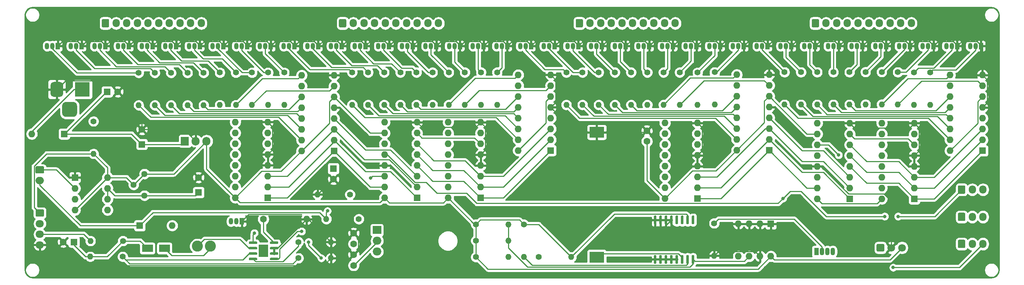
<source format=gbr>
%TF.GenerationSoftware,KiCad,Pcbnew,5.1.9+dfsg1-1+deb11u1*%
%TF.CreationDate,2023-01-26T22:17:51+08:00*%
%TF.ProjectId,OpenNixie,4f70656e-4e69-4786-9965-2e6b69636164,rev?*%
%TF.SameCoordinates,Original*%
%TF.FileFunction,Copper,L1,Top*%
%TF.FilePolarity,Positive*%
%FSLAX46Y46*%
G04 Gerber Fmt 4.6, Leading zero omitted, Abs format (unit mm)*
G04 Created by KiCad (PCBNEW 5.1.9+dfsg1-1+deb11u1) date 2023-01-26 22:17:51*
%MOMM*%
%LPD*%
G01*
G04 APERTURE LIST*
%TA.AperFunction,ComponentPad*%
%ADD10R,1.600000X1.600000*%
%TD*%
%TA.AperFunction,ComponentPad*%
%ADD11O,1.600000X1.600000*%
%TD*%
%TA.AperFunction,ComponentPad*%
%ADD12O,1.700000X1.950000*%
%TD*%
%TA.AperFunction,ComponentPad*%
%ADD13O,1.950000X1.700000*%
%TD*%
%TA.AperFunction,ComponentPad*%
%ADD14O,2.000000X1.700000*%
%TD*%
%TA.AperFunction,ComponentPad*%
%ADD15C,1.600000*%
%TD*%
%TA.AperFunction,ComponentPad*%
%ADD16R,2.000000X1.905000*%
%TD*%
%TA.AperFunction,ComponentPad*%
%ADD17O,2.000000X1.905000*%
%TD*%
%TA.AperFunction,ComponentPad*%
%ADD18C,1.800000*%
%TD*%
%TA.AperFunction,SMDPad,CuDef*%
%ADD19R,2.290000X3.000000*%
%TD*%
%TA.AperFunction,ComponentPad*%
%ADD20R,1.905000X2.000000*%
%TD*%
%TA.AperFunction,ComponentPad*%
%ADD21O,1.905000X2.000000*%
%TD*%
%TA.AperFunction,ComponentPad*%
%ADD22C,1.440000*%
%TD*%
%TA.AperFunction,ComponentPad*%
%ADD23O,1.400000X1.400000*%
%TD*%
%TA.AperFunction,ComponentPad*%
%ADD24C,1.400000*%
%TD*%
%TA.AperFunction,ComponentPad*%
%ADD25R,1.050000X1.500000*%
%TD*%
%TA.AperFunction,ComponentPad*%
%ADD26O,1.050000X1.500000*%
%TD*%
%TA.AperFunction,ComponentPad*%
%ADD27C,2.600000*%
%TD*%
%TA.AperFunction,ComponentPad*%
%ADD28R,3.500000X3.500000*%
%TD*%
%TA.AperFunction,ComponentPad*%
%ADD29O,1.070000X1.800000*%
%TD*%
%TA.AperFunction,ComponentPad*%
%ADD30R,1.070000X1.800000*%
%TD*%
%TA.AperFunction,SMDPad,CuDef*%
%ADD31R,2.500000X1.800000*%
%TD*%
%TA.AperFunction,SMDPad,CuDef*%
%ADD32R,3.510000X2.540000*%
%TD*%
%TA.AperFunction,ViaPad*%
%ADD33C,0.800000*%
%TD*%
%TA.AperFunction,Conductor*%
%ADD34C,0.250000*%
%TD*%
%TA.AperFunction,Conductor*%
%ADD35C,0.254000*%
%TD*%
%TA.AperFunction,Conductor*%
%ADD36C,0.100000*%
%TD*%
G04 APERTURE END LIST*
D10*
%TO.P,U14,1*%
%TO.N,/595_1_P1*%
X288650000Y-167600000D03*
D11*
%TO.P,U14,9*%
%TO.N,N/C*%
X281030000Y-149820000D03*
%TO.P,U14,2*%
%TO.N,/595_1_P2*%
X288650000Y-165060000D03*
%TO.P,U14,10*%
%TO.N,+5V*%
X281030000Y-152360000D03*
%TO.P,U14,3*%
%TO.N,/595_1_P3*%
X288650000Y-162520000D03*
%TO.P,U14,11*%
%TO.N,CLOCK_PIN*%
X281030000Y-154900000D03*
%TO.P,U14,4*%
%TO.N,/595_1_P4*%
X288650000Y-159980000D03*
%TO.P,U14,12*%
%TO.N,LATCH_PIN*%
X281030000Y-157440000D03*
%TO.P,U14,5*%
%TO.N,/595_1_P5*%
X288650000Y-157440000D03*
%TO.P,U14,13*%
%TO.N,GND*%
X281030000Y-159980000D03*
%TO.P,U14,6*%
%TO.N,/595_1_P6*%
X288650000Y-154900000D03*
%TO.P,U14,14*%
%TO.N,CASCADE_PIN*%
X281030000Y-162520000D03*
%TO.P,U14,7*%
%TO.N,/595_1_P7*%
X288650000Y-152360000D03*
%TO.P,U14,15*%
%TO.N,/595_1_P0*%
X281030000Y-165060000D03*
%TO.P,U14,8*%
%TO.N,GND*%
X288650000Y-149820000D03*
%TO.P,U14,16*%
%TO.N,+5V*%
X281030000Y-167600000D03*
%TD*%
D12*
%TO.P,J10,10*%
%TO.N,NIXIE_3_P9*%
X303100000Y-126350000D03*
%TO.P,J10,9*%
%TO.N,NIXIE_3_P8*%
X300600000Y-126350000D03*
%TO.P,J10,8*%
%TO.N,NIXIE_3_P7*%
X298100000Y-126350000D03*
%TO.P,J10,7*%
%TO.N,NIXIE_3_P6*%
X295600000Y-126350000D03*
%TO.P,J10,6*%
%TO.N,NIXIE_3_P5*%
X293100000Y-126350000D03*
%TO.P,J10,5*%
%TO.N,NIXIE_3_P4*%
X290600000Y-126350000D03*
%TO.P,J10,4*%
%TO.N,NIXIE_3_P3*%
X288100000Y-126350000D03*
%TO.P,J10,3*%
%TO.N,NIXIE_3_P2*%
X285600000Y-126350000D03*
%TO.P,J10,2*%
%TO.N,NIXIE_3_P1*%
X283100000Y-126350000D03*
%TO.P,J10,1*%
%TO.N,NIXIE_3_P0*%
%TA.AperFunction,ComponentPad*%
G36*
G01*
X279750000Y-127075000D02*
X279750000Y-125625000D01*
G75*
G02*
X280000000Y-125375000I250000J0D01*
G01*
X281200000Y-125375000D01*
G75*
G02*
X281450000Y-125625000I0J-250000D01*
G01*
X281450000Y-127075000D01*
G75*
G02*
X281200000Y-127325000I-250000J0D01*
G01*
X280000000Y-127325000D01*
G75*
G02*
X279750000Y-127075000I0J250000D01*
G01*
G37*
%TD.AperFunction*%
%TD*%
%TO.P,J9,10*%
%TO.N,NIXIE_2_P9*%
X247700000Y-126350000D03*
%TO.P,J9,9*%
%TO.N,NIXIE_2_P8*%
X245200000Y-126350000D03*
%TO.P,J9,8*%
%TO.N,NIXIE_2_P7*%
X242700000Y-126350000D03*
%TO.P,J9,7*%
%TO.N,NIXIE_2_P6*%
X240200000Y-126350000D03*
%TO.P,J9,6*%
%TO.N,NIXIE_2_P5*%
X237700000Y-126350000D03*
%TO.P,J9,5*%
%TO.N,NIXIE_2_P4*%
X235200000Y-126350000D03*
%TO.P,J9,4*%
%TO.N,NIXIE_2_P3*%
X232700000Y-126350000D03*
%TO.P,J9,3*%
%TO.N,NIXIE_2_P2*%
X230200000Y-126350000D03*
%TO.P,J9,2*%
%TO.N,NIXIE_2_P1*%
X227700000Y-126350000D03*
%TO.P,J9,1*%
%TO.N,NIXIE_2_P0*%
%TA.AperFunction,ComponentPad*%
G36*
G01*
X224350000Y-127075000D02*
X224350000Y-125625000D01*
G75*
G02*
X224600000Y-125375000I250000J0D01*
G01*
X225800000Y-125375000D01*
G75*
G02*
X226050000Y-125625000I0J-250000D01*
G01*
X226050000Y-127075000D01*
G75*
G02*
X225800000Y-127325000I-250000J0D01*
G01*
X224600000Y-127325000D01*
G75*
G02*
X224350000Y-127075000I0J250000D01*
G01*
G37*
%TD.AperFunction*%
%TD*%
%TO.P,J8,10*%
%TO.N,NIXIE_1_P9*%
X192150000Y-126350000D03*
%TO.P,J8,9*%
%TO.N,NIXIE_1_P8*%
X189650000Y-126350000D03*
%TO.P,J8,8*%
%TO.N,NIXIE_1_P7*%
X187150000Y-126350000D03*
%TO.P,J8,7*%
%TO.N,NIXIE_1_P6*%
X184650000Y-126350000D03*
%TO.P,J8,6*%
%TO.N,NIXIE_1_P5*%
X182150000Y-126350000D03*
%TO.P,J8,5*%
%TO.N,NIXIE_1_P4*%
X179650000Y-126350000D03*
%TO.P,J8,4*%
%TO.N,NIXIE_1_P3*%
X177150000Y-126350000D03*
%TO.P,J8,3*%
%TO.N,NIXIE_1_P2*%
X174650000Y-126350000D03*
%TO.P,J8,2*%
%TO.N,NIXIE_1_P1*%
X172150000Y-126350000D03*
%TO.P,J8,1*%
%TO.N,NIXIE_1_P0*%
%TA.AperFunction,ComponentPad*%
G36*
G01*
X168800000Y-127075000D02*
X168800000Y-125625000D01*
G75*
G02*
X169050000Y-125375000I250000J0D01*
G01*
X170250000Y-125375000D01*
G75*
G02*
X170500000Y-125625000I0J-250000D01*
G01*
X170500000Y-127075000D01*
G75*
G02*
X170250000Y-127325000I-250000J0D01*
G01*
X169050000Y-127325000D01*
G75*
G02*
X168800000Y-127075000I0J250000D01*
G01*
G37*
%TD.AperFunction*%
%TD*%
%TO.P,J7,10*%
%TO.N,NIXIE_0_P9*%
X136500000Y-126350000D03*
%TO.P,J7,9*%
%TO.N,NIXIE_0_P8*%
X134000000Y-126350000D03*
%TO.P,J7,8*%
%TO.N,NIXIE_0_P7*%
X131500000Y-126350000D03*
%TO.P,J7,7*%
%TO.N,NIXIE_0_P6*%
X129000000Y-126350000D03*
%TO.P,J7,6*%
%TO.N,NIXIE_0_P5*%
X126500000Y-126350000D03*
%TO.P,J7,5*%
%TO.N,NIXIE_0_P4*%
X124000000Y-126350000D03*
%TO.P,J7,4*%
%TO.N,NIXIE_0_P3*%
X121500000Y-126350000D03*
%TO.P,J7,3*%
%TO.N,NIXIE_0_P2*%
X119000000Y-126350000D03*
%TO.P,J7,2*%
%TO.N,NIXIE_0_P1*%
X116500000Y-126350000D03*
%TO.P,J7,1*%
%TO.N,NIXIE_0_P0*%
%TA.AperFunction,ComponentPad*%
G36*
G01*
X113150000Y-127075000D02*
X113150000Y-125625000D01*
G75*
G02*
X113400000Y-125375000I250000J0D01*
G01*
X114600000Y-125375000D01*
G75*
G02*
X114850000Y-125625000I0J-250000D01*
G01*
X114850000Y-127075000D01*
G75*
G02*
X114600000Y-127325000I-250000J0D01*
G01*
X113400000Y-127325000D01*
G75*
G02*
X113150000Y-127075000I0J250000D01*
G01*
G37*
%TD.AperFunction*%
%TD*%
%TO.P,J6,3*%
%TO.N,IR_OUT*%
X319900000Y-178200000D03*
%TO.P,J6,2*%
%TO.N,I2C_SDA*%
X317400000Y-178200000D03*
%TO.P,J6,1*%
%TO.N,I2C_SCL*%
%TA.AperFunction,ComponentPad*%
G36*
G01*
X314050000Y-178925000D02*
X314050000Y-177475000D01*
G75*
G02*
X314300000Y-177225000I250000J0D01*
G01*
X315500000Y-177225000D01*
G75*
G02*
X315750000Y-177475000I0J-250000D01*
G01*
X315750000Y-178925000D01*
G75*
G02*
X315500000Y-179175000I-250000J0D01*
G01*
X314300000Y-179175000D01*
G75*
G02*
X314050000Y-178925000I0J250000D01*
G01*
G37*
%TD.AperFunction*%
%TD*%
D13*
%TO.P,J5,4*%
%TO.N,GND*%
X98600000Y-178450000D03*
%TO.P,J5,3*%
%TO.N,BOOST_OUT*%
X98600000Y-175950000D03*
%TO.P,J5,2*%
%TO.N,+12V*%
X98600000Y-173450000D03*
%TO.P,J5,1*%
%TO.N,+5V*%
%TA.AperFunction,ComponentPad*%
G36*
G01*
X97875000Y-170100000D02*
X99325000Y-170100000D01*
G75*
G02*
X99575000Y-170350000I0J-250000D01*
G01*
X99575000Y-171550000D01*
G75*
G02*
X99325000Y-171800000I-250000J0D01*
G01*
X97875000Y-171800000D01*
G75*
G02*
X97625000Y-171550000I0J250000D01*
G01*
X97625000Y-170350000D01*
G75*
G02*
X97875000Y-170100000I250000J0D01*
G01*
G37*
%TD.AperFunction*%
%TD*%
D12*
%TO.P,J3,3*%
%TO.N,CLOCK_PIN*%
X319900000Y-165450000D03*
%TO.P,J3,2*%
%TO.N,DATA_PIN*%
X317400000Y-165450000D03*
%TO.P,J3,1*%
%TO.N,LATCH_PIN*%
%TA.AperFunction,ComponentPad*%
G36*
G01*
X314050000Y-166175000D02*
X314050000Y-164725000D01*
G75*
G02*
X314300000Y-164475000I250000J0D01*
G01*
X315500000Y-164475000D01*
G75*
G02*
X315750000Y-164725000I0J-250000D01*
G01*
X315750000Y-166175000D01*
G75*
G02*
X315500000Y-166425000I-250000J0D01*
G01*
X314300000Y-166425000D01*
G75*
G02*
X314050000Y-166175000I0J250000D01*
G01*
G37*
%TD.AperFunction*%
%TD*%
%TO.P,J2,3*%
%TO.N,BLUE_PIN*%
X319900000Y-171850000D03*
%TO.P,J2,2*%
%TO.N,GREEN_PIN*%
X317400000Y-171850000D03*
%TO.P,J2,1*%
%TO.N,RED_PIN*%
%TA.AperFunction,ComponentPad*%
G36*
G01*
X314050000Y-172575000D02*
X314050000Y-171125000D01*
G75*
G02*
X314300000Y-170875000I250000J0D01*
G01*
X315500000Y-170875000D01*
G75*
G02*
X315750000Y-171125000I0J-250000D01*
G01*
X315750000Y-172575000D01*
G75*
G02*
X315500000Y-172825000I-250000J0D01*
G01*
X314300000Y-172825000D01*
G75*
G02*
X314050000Y-172575000I0J250000D01*
G01*
G37*
%TD.AperFunction*%
%TD*%
D14*
%TO.P,J1,2*%
%TO.N,CONSTANT_PIN*%
X98600000Y-163300000D03*
%TO.P,J1,1*%
%TO.N,TIMER_PIN*%
%TA.AperFunction,ComponentPad*%
G36*
G01*
X97850000Y-159950000D02*
X99350000Y-159950000D01*
G75*
G02*
X99600000Y-160200000I0J-250000D01*
G01*
X99600000Y-161400000D01*
G75*
G02*
X99350000Y-161650000I-250000J0D01*
G01*
X97850000Y-161650000D01*
G75*
G02*
X97600000Y-161400000I0J250000D01*
G01*
X97600000Y-160200000D01*
G75*
G02*
X97850000Y-159950000I250000J0D01*
G01*
G37*
%TD.AperFunction*%
%TD*%
D15*
%TO.P,C6,2*%
%TO.N,GND*%
X172250000Y-180750000D03*
%TO.P,C6,1*%
%TO.N,Net-(C6-Pad1)*%
X172250000Y-183250000D03*
%TD*%
D11*
%TO.P,U12,16*%
%TO.N,+5V*%
X262130000Y-156200000D03*
%TO.P,U12,8*%
%TO.N,GND*%
X269750000Y-138420000D03*
%TO.P,U12,15*%
%TO.N,/138_2_P0*%
X262130000Y-153660000D03*
%TO.P,U12,7*%
%TO.N,/138_2_P7*%
X269750000Y-140960000D03*
%TO.P,U12,14*%
%TO.N,/138_2_P1*%
X262130000Y-151120000D03*
%TO.P,U12,6*%
%TO.N,+5V*%
X269750000Y-143500000D03*
%TO.P,U12,13*%
%TO.N,/138_2_P2*%
X262130000Y-148580000D03*
%TO.P,U12,5*%
%TO.N,GND*%
X269750000Y-146040000D03*
%TO.P,U12,12*%
%TO.N,/138_2_P3*%
X262130000Y-146040000D03*
%TO.P,U12,4*%
%TO.N,/595_1_P3*%
X269750000Y-148580000D03*
%TO.P,U12,11*%
%TO.N,/138_2_P4*%
X262130000Y-143500000D03*
%TO.P,U12,3*%
%TO.N,/595_1_P2*%
X269750000Y-151120000D03*
%TO.P,U12,10*%
%TO.N,/138_2_P5*%
X262130000Y-140960000D03*
%TO.P,U12,2*%
%TO.N,/595_1_P1*%
X269750000Y-153660000D03*
%TO.P,U12,9*%
%TO.N,/138_2_P6*%
X262130000Y-138420000D03*
D10*
%TO.P,U12,1*%
%TO.N,/595_1_P0*%
X269750000Y-156200000D03*
%TD*%
D11*
%TO.P,U7,16*%
%TO.N,+5V*%
X160030000Y-156350000D03*
%TO.P,U7,8*%
%TO.N,GND*%
X167650000Y-138570000D03*
%TO.P,U7,15*%
%TO.N,/138_0_P0*%
X160030000Y-153810000D03*
%TO.P,U7,7*%
%TO.N,/138_0_P7*%
X167650000Y-141110000D03*
%TO.P,U7,14*%
%TO.N,/138_0_P1*%
X160030000Y-151270000D03*
%TO.P,U7,6*%
%TO.N,+5V*%
X167650000Y-143650000D03*
%TO.P,U7,13*%
%TO.N,/138_0_P2*%
X160030000Y-148730000D03*
%TO.P,U7,5*%
%TO.N,GND*%
X167650000Y-146190000D03*
%TO.P,U7,12*%
%TO.N,/138_0_P3*%
X160030000Y-146190000D03*
%TO.P,U7,4*%
%TO.N,/595_0_P3*%
X167650000Y-148730000D03*
%TO.P,U7,11*%
%TO.N,/138_0_P4*%
X160030000Y-143650000D03*
%TO.P,U7,3*%
%TO.N,/595_0_P2*%
X167650000Y-151270000D03*
%TO.P,U7,10*%
%TO.N,/138_0_P5*%
X160030000Y-141110000D03*
%TO.P,U7,2*%
%TO.N,/595_0_P1*%
X167650000Y-153810000D03*
%TO.P,U7,9*%
%TO.N,/138_0_P6*%
X160030000Y-138570000D03*
D10*
%TO.P,U7,1*%
%TO.N,/595_0_P0*%
X167650000Y-156350000D03*
%TD*%
D16*
%TO.P,Q2,1*%
%TO.N,Net-(Q2-Pad1)*%
X177700000Y-174950000D03*
D17*
%TO.P,Q2,2*%
%TO.N,Net-(C6-Pad1)*%
X177700000Y-177490000D03*
%TO.P,Q2,3*%
%TO.N,Net-(Q2-Pad3)*%
X177700000Y-180030000D03*
%TD*%
D10*
%TO.P,U16,1*%
%TO.N,/595_1_P4*%
X303800000Y-167600000D03*
D11*
%TO.P,U16,9*%
%TO.N,N/C*%
X296180000Y-149820000D03*
%TO.P,U16,2*%
%TO.N,/595_1_P5*%
X303800000Y-165060000D03*
%TO.P,U16,10*%
%TO.N,N/C*%
X296180000Y-152360000D03*
%TO.P,U16,3*%
%TO.N,/595_1_P6*%
X303800000Y-162520000D03*
%TO.P,U16,11*%
%TO.N,N/C*%
X296180000Y-154900000D03*
%TO.P,U16,4*%
%TO.N,GND*%
X303800000Y-159980000D03*
%TO.P,U16,12*%
%TO.N,N/C*%
X296180000Y-157440000D03*
%TO.P,U16,5*%
%TO.N,GND*%
X303800000Y-157440000D03*
%TO.P,U16,13*%
%TO.N,N/C*%
X296180000Y-159980000D03*
%TO.P,U16,6*%
%TO.N,/595_1_P7*%
X303800000Y-154900000D03*
%TO.P,U16,14*%
%TO.N,Net-(R51-Pad2)*%
X296180000Y-162520000D03*
%TO.P,U16,7*%
%TO.N,N/C*%
X303800000Y-152360000D03*
%TO.P,U16,15*%
%TO.N,Net-(R52-Pad2)*%
X296180000Y-165060000D03*
%TO.P,U16,8*%
%TO.N,GND*%
X303800000Y-149820000D03*
%TO.P,U16,16*%
%TO.N,+5V*%
X296180000Y-167600000D03*
%TD*%
D10*
%TO.P,U15,1*%
%TO.N,/595_1_P0*%
X252900000Y-167550000D03*
D11*
%TO.P,U15,9*%
%TO.N,N/C*%
X245280000Y-149770000D03*
%TO.P,U15,2*%
%TO.N,/595_1_P1*%
X252900000Y-165010000D03*
%TO.P,U15,10*%
%TO.N,N/C*%
X245280000Y-152310000D03*
%TO.P,U15,3*%
%TO.N,/595_1_P2*%
X252900000Y-162470000D03*
%TO.P,U15,11*%
%TO.N,N/C*%
X245280000Y-154850000D03*
%TO.P,U15,4*%
%TO.N,GND*%
X252900000Y-159930000D03*
%TO.P,U15,12*%
%TO.N,N/C*%
X245280000Y-157390000D03*
%TO.P,U15,5*%
%TO.N,GND*%
X252900000Y-157390000D03*
%TO.P,U15,13*%
%TO.N,N/C*%
X245280000Y-159930000D03*
%TO.P,U15,6*%
%TO.N,/595_1_P3*%
X252900000Y-154850000D03*
%TO.P,U15,14*%
%TO.N,Net-(R49-Pad2)*%
X245280000Y-162470000D03*
%TO.P,U15,7*%
%TO.N,N/C*%
X252900000Y-152310000D03*
%TO.P,U15,15*%
%TO.N,Net-(R50-Pad2)*%
X245280000Y-165010000D03*
%TO.P,U15,8*%
%TO.N,GND*%
X252900000Y-149770000D03*
%TO.P,U15,16*%
%TO.N,+5V*%
X245280000Y-167550000D03*
%TD*%
%TO.P,U13,16*%
%TO.N,+5V*%
X312180000Y-156300000D03*
%TO.P,U13,8*%
%TO.N,GND*%
X319800000Y-138520000D03*
%TO.P,U13,15*%
%TO.N,/138_3_P0*%
X312180000Y-153760000D03*
%TO.P,U13,7*%
%TO.N,/138_3_P7*%
X319800000Y-141060000D03*
%TO.P,U13,14*%
%TO.N,/138_3_P1*%
X312180000Y-151220000D03*
%TO.P,U13,6*%
%TO.N,+5V*%
X319800000Y-143600000D03*
%TO.P,U13,13*%
%TO.N,/138_3_P2*%
X312180000Y-148680000D03*
%TO.P,U13,5*%
%TO.N,GND*%
X319800000Y-146140000D03*
%TO.P,U13,12*%
%TO.N,/138_3_P3*%
X312180000Y-146140000D03*
%TO.P,U13,4*%
%TO.N,/595_1_P7*%
X319800000Y-148680000D03*
%TO.P,U13,11*%
%TO.N,/138_3_P4*%
X312180000Y-143600000D03*
%TO.P,U13,3*%
%TO.N,/595_1_P6*%
X319800000Y-151220000D03*
%TO.P,U13,10*%
%TO.N,/138_3_P5*%
X312180000Y-141060000D03*
%TO.P,U13,2*%
%TO.N,/595_1_P5*%
X319800000Y-153760000D03*
%TO.P,U13,9*%
%TO.N,/138_3_P6*%
X312180000Y-138520000D03*
D10*
%TO.P,U13,1*%
%TO.N,/595_1_P4*%
X319800000Y-156300000D03*
%TD*%
%TO.P,U11,1*%
%TO.N,/595_0_P4*%
X202050000Y-167400000D03*
D11*
%TO.P,U11,9*%
%TO.N,N/C*%
X194430000Y-149620000D03*
%TO.P,U11,2*%
%TO.N,/595_0_P5*%
X202050000Y-164860000D03*
%TO.P,U11,10*%
%TO.N,N/C*%
X194430000Y-152160000D03*
%TO.P,U11,3*%
%TO.N,/595_0_P6*%
X202050000Y-162320000D03*
%TO.P,U11,11*%
%TO.N,N/C*%
X194430000Y-154700000D03*
%TO.P,U11,4*%
%TO.N,GND*%
X202050000Y-159780000D03*
%TO.P,U11,12*%
%TO.N,N/C*%
X194430000Y-157240000D03*
%TO.P,U11,5*%
%TO.N,GND*%
X202050000Y-157240000D03*
%TO.P,U11,13*%
%TO.N,N/C*%
X194430000Y-159780000D03*
%TO.P,U11,6*%
%TO.N,/595_0_P7*%
X202050000Y-154700000D03*
%TO.P,U11,14*%
%TO.N,Net-(R31-Pad2)*%
X194430000Y-162320000D03*
%TO.P,U11,7*%
%TO.N,N/C*%
X202050000Y-152160000D03*
%TO.P,U11,15*%
%TO.N,Net-(R32-Pad2)*%
X194430000Y-164860000D03*
%TO.P,U11,8*%
%TO.N,GND*%
X202050000Y-149620000D03*
%TO.P,U11,16*%
%TO.N,+5V*%
X194430000Y-167400000D03*
%TD*%
D10*
%TO.P,U10,1*%
%TO.N,/595_0_P0*%
X152100000Y-167350000D03*
D11*
%TO.P,U10,9*%
%TO.N,N/C*%
X144480000Y-149570000D03*
%TO.P,U10,2*%
%TO.N,/595_0_P1*%
X152100000Y-164810000D03*
%TO.P,U10,10*%
%TO.N,N/C*%
X144480000Y-152110000D03*
%TO.P,U10,3*%
%TO.N,/595_0_P2*%
X152100000Y-162270000D03*
%TO.P,U10,11*%
%TO.N,N/C*%
X144480000Y-154650000D03*
%TO.P,U10,4*%
%TO.N,GND*%
X152100000Y-159730000D03*
%TO.P,U10,12*%
%TO.N,N/C*%
X144480000Y-157190000D03*
%TO.P,U10,5*%
%TO.N,GND*%
X152100000Y-157190000D03*
%TO.P,U10,13*%
%TO.N,N/C*%
X144480000Y-159730000D03*
%TO.P,U10,6*%
%TO.N,/595_0_P3*%
X152100000Y-154650000D03*
%TO.P,U10,14*%
%TO.N,Net-(R29-Pad2)*%
X144480000Y-162270000D03*
%TO.P,U10,7*%
%TO.N,N/C*%
X152100000Y-152110000D03*
%TO.P,U10,15*%
%TO.N,Net-(R30-Pad2)*%
X144480000Y-164810000D03*
%TO.P,U10,8*%
%TO.N,GND*%
X152100000Y-149570000D03*
%TO.P,U10,16*%
%TO.N,+5V*%
X144480000Y-167350000D03*
%TD*%
D10*
%TO.P,U9,1*%
%TO.N,/595_0_P1*%
X187100000Y-167400000D03*
D11*
%TO.P,U9,9*%
%TO.N,CASCADE_PIN*%
X179480000Y-149620000D03*
%TO.P,U9,2*%
%TO.N,/595_0_P2*%
X187100000Y-164860000D03*
%TO.P,U9,10*%
%TO.N,+5V*%
X179480000Y-152160000D03*
%TO.P,U9,3*%
%TO.N,/595_0_P3*%
X187100000Y-162320000D03*
%TO.P,U9,11*%
%TO.N,CLOCK_PIN*%
X179480000Y-154700000D03*
%TO.P,U9,4*%
%TO.N,/595_0_P4*%
X187100000Y-159780000D03*
%TO.P,U9,12*%
%TO.N,LATCH_PIN*%
X179480000Y-157240000D03*
%TO.P,U9,5*%
%TO.N,/595_0_P5*%
X187100000Y-157240000D03*
%TO.P,U9,13*%
%TO.N,GND*%
X179480000Y-159780000D03*
%TO.P,U9,6*%
%TO.N,/595_0_P6*%
X187100000Y-154700000D03*
%TO.P,U9,14*%
%TO.N,DATA_PIN*%
X179480000Y-162320000D03*
%TO.P,U9,7*%
%TO.N,/595_0_P7*%
X187100000Y-152160000D03*
%TO.P,U9,15*%
%TO.N,/595_0_P0*%
X179480000Y-164860000D03*
%TO.P,U9,8*%
%TO.N,GND*%
X187100000Y-149620000D03*
%TO.P,U9,16*%
%TO.N,+5V*%
X179480000Y-167400000D03*
%TD*%
%TO.P,U8,16*%
%TO.N,+5V*%
X210880000Y-156250000D03*
%TO.P,U8,8*%
%TO.N,GND*%
X218500000Y-138470000D03*
%TO.P,U8,15*%
%TO.N,/138_1_P0*%
X210880000Y-153710000D03*
%TO.P,U8,7*%
%TO.N,/138_1_P7*%
X218500000Y-141010000D03*
%TO.P,U8,14*%
%TO.N,/138_1_P1*%
X210880000Y-151170000D03*
%TO.P,U8,6*%
%TO.N,+5V*%
X218500000Y-143550000D03*
%TO.P,U8,13*%
%TO.N,/138_1_P2*%
X210880000Y-148630000D03*
%TO.P,U8,5*%
%TO.N,GND*%
X218500000Y-146090000D03*
%TO.P,U8,12*%
%TO.N,/138_1_P3*%
X210880000Y-146090000D03*
%TO.P,U8,4*%
%TO.N,/595_0_P7*%
X218500000Y-148630000D03*
%TO.P,U8,11*%
%TO.N,/138_1_P4*%
X210880000Y-143550000D03*
%TO.P,U8,3*%
%TO.N,/595_0_P6*%
X218500000Y-151170000D03*
%TO.P,U8,10*%
%TO.N,/138_1_P5*%
X210880000Y-141010000D03*
%TO.P,U8,2*%
%TO.N,/595_0_P5*%
X218500000Y-153710000D03*
%TO.P,U8,9*%
%TO.N,/138_1_P6*%
X210880000Y-138470000D03*
D10*
%TO.P,U8,1*%
%TO.N,/595_0_P4*%
X218500000Y-156250000D03*
%TD*%
D18*
%TO.P,U6,3*%
%TO.N,+5V*%
X300930000Y-179100000D03*
%TO.P,U6,2*%
%TO.N,GND*%
X298390000Y-179100000D03*
%TO.P,U6,1*%
%TO.N,IR_OUT*%
%TA.AperFunction,ComponentPad*%
G36*
G01*
X294950000Y-179751600D02*
X294950000Y-178448400D01*
G75*
G02*
X295198400Y-178200000I248400J0D01*
G01*
X296501600Y-178200000D01*
G75*
G02*
X296750000Y-178448400I0J-248400D01*
G01*
X296750000Y-179751600D01*
G75*
G02*
X296501600Y-180000000I-248400J0D01*
G01*
X295198400Y-180000000D01*
G75*
G02*
X294950000Y-179751600I0J248400D01*
G01*
G37*
%TD.AperFunction*%
%TD*%
D11*
%TO.P,U5,8*%
%TO.N,+5V*%
X270150000Y-181120000D03*
%TO.P,U5,4*%
%TO.N,GND*%
X262530000Y-173500000D03*
%TO.P,U5,7*%
X267610000Y-181120000D03*
%TO.P,U5,3*%
X265070000Y-173500000D03*
%TO.P,U5,6*%
%TO.N,I2C_SCL*%
X265070000Y-181120000D03*
%TO.P,U5,2*%
%TO.N,GND*%
X267610000Y-173500000D03*
%TO.P,U5,5*%
%TO.N,I2C_SDA*%
X262530000Y-181120000D03*
D10*
%TO.P,U5,1*%
%TO.N,GND*%
X270150000Y-173500000D03*
%TD*%
%TO.P,U4,1*%
%TO.N,N/C*%
%TA.AperFunction,SMDPad,CuDef*%
G36*
G01*
X251745000Y-171525000D02*
X252045000Y-171525000D01*
G75*
G02*
X252195000Y-171675000I0J-150000D01*
G01*
X252195000Y-173425000D01*
G75*
G02*
X252045000Y-173575000I-150000J0D01*
G01*
X251745000Y-173575000D01*
G75*
G02*
X251595000Y-173425000I0J150000D01*
G01*
X251595000Y-171675000D01*
G75*
G02*
X251745000Y-171525000I150000J0D01*
G01*
G37*
%TD.AperFunction*%
%TO.P,U4,2*%
%TO.N,+5V*%
%TA.AperFunction,SMDPad,CuDef*%
G36*
G01*
X250475000Y-171525000D02*
X250775000Y-171525000D01*
G75*
G02*
X250925000Y-171675000I0J-150000D01*
G01*
X250925000Y-173425000D01*
G75*
G02*
X250775000Y-173575000I-150000J0D01*
G01*
X250475000Y-173575000D01*
G75*
G02*
X250325000Y-173425000I0J150000D01*
G01*
X250325000Y-171675000D01*
G75*
G02*
X250475000Y-171525000I150000J0D01*
G01*
G37*
%TD.AperFunction*%
%TO.P,U4,3*%
%TO.N,N/C*%
%TA.AperFunction,SMDPad,CuDef*%
G36*
G01*
X249205000Y-171525000D02*
X249505000Y-171525000D01*
G75*
G02*
X249655000Y-171675000I0J-150000D01*
G01*
X249655000Y-173425000D01*
G75*
G02*
X249505000Y-173575000I-150000J0D01*
G01*
X249205000Y-173575000D01*
G75*
G02*
X249055000Y-173425000I0J150000D01*
G01*
X249055000Y-171675000D01*
G75*
G02*
X249205000Y-171525000I150000J0D01*
G01*
G37*
%TD.AperFunction*%
%TO.P,U4,4*%
%TA.AperFunction,SMDPad,CuDef*%
G36*
G01*
X247935000Y-171525000D02*
X248235000Y-171525000D01*
G75*
G02*
X248385000Y-171675000I0J-150000D01*
G01*
X248385000Y-173425000D01*
G75*
G02*
X248235000Y-173575000I-150000J0D01*
G01*
X247935000Y-173575000D01*
G75*
G02*
X247785000Y-173425000I0J150000D01*
G01*
X247785000Y-171675000D01*
G75*
G02*
X247935000Y-171525000I150000J0D01*
G01*
G37*
%TD.AperFunction*%
%TO.P,U4,5*%
%TO.N,GND*%
%TA.AperFunction,SMDPad,CuDef*%
G36*
G01*
X246665000Y-171525000D02*
X246965000Y-171525000D01*
G75*
G02*
X247115000Y-171675000I0J-150000D01*
G01*
X247115000Y-173425000D01*
G75*
G02*
X246965000Y-173575000I-150000J0D01*
G01*
X246665000Y-173575000D01*
G75*
G02*
X246515000Y-173425000I0J150000D01*
G01*
X246515000Y-171675000D01*
G75*
G02*
X246665000Y-171525000I150000J0D01*
G01*
G37*
%TD.AperFunction*%
%TO.P,U4,6*%
%TA.AperFunction,SMDPad,CuDef*%
G36*
G01*
X245395000Y-171525000D02*
X245695000Y-171525000D01*
G75*
G02*
X245845000Y-171675000I0J-150000D01*
G01*
X245845000Y-173425000D01*
G75*
G02*
X245695000Y-173575000I-150000J0D01*
G01*
X245395000Y-173575000D01*
G75*
G02*
X245245000Y-173425000I0J150000D01*
G01*
X245245000Y-171675000D01*
G75*
G02*
X245395000Y-171525000I150000J0D01*
G01*
G37*
%TD.AperFunction*%
%TO.P,U4,7*%
%TA.AperFunction,SMDPad,CuDef*%
G36*
G01*
X244125000Y-171525000D02*
X244425000Y-171525000D01*
G75*
G02*
X244575000Y-171675000I0J-150000D01*
G01*
X244575000Y-173425000D01*
G75*
G02*
X244425000Y-173575000I-150000J0D01*
G01*
X244125000Y-173575000D01*
G75*
G02*
X243975000Y-173425000I0J150000D01*
G01*
X243975000Y-171675000D01*
G75*
G02*
X244125000Y-171525000I150000J0D01*
G01*
G37*
%TD.AperFunction*%
%TO.P,U4,8*%
%TA.AperFunction,SMDPad,CuDef*%
G36*
G01*
X242855000Y-171525000D02*
X243155000Y-171525000D01*
G75*
G02*
X243305000Y-171675000I0J-150000D01*
G01*
X243305000Y-173425000D01*
G75*
G02*
X243155000Y-173575000I-150000J0D01*
G01*
X242855000Y-173575000D01*
G75*
G02*
X242705000Y-173425000I0J150000D01*
G01*
X242705000Y-171675000D01*
G75*
G02*
X242855000Y-171525000I150000J0D01*
G01*
G37*
%TD.AperFunction*%
%TO.P,U4,9*%
%TA.AperFunction,SMDPad,CuDef*%
G36*
G01*
X242855000Y-180825000D02*
X243155000Y-180825000D01*
G75*
G02*
X243305000Y-180975000I0J-150000D01*
G01*
X243305000Y-182725000D01*
G75*
G02*
X243155000Y-182875000I-150000J0D01*
G01*
X242855000Y-182875000D01*
G75*
G02*
X242705000Y-182725000I0J150000D01*
G01*
X242705000Y-180975000D01*
G75*
G02*
X242855000Y-180825000I150000J0D01*
G01*
G37*
%TD.AperFunction*%
%TO.P,U4,10*%
%TA.AperFunction,SMDPad,CuDef*%
G36*
G01*
X244125000Y-180825000D02*
X244425000Y-180825000D01*
G75*
G02*
X244575000Y-180975000I0J-150000D01*
G01*
X244575000Y-182725000D01*
G75*
G02*
X244425000Y-182875000I-150000J0D01*
G01*
X244125000Y-182875000D01*
G75*
G02*
X243975000Y-182725000I0J150000D01*
G01*
X243975000Y-180975000D01*
G75*
G02*
X244125000Y-180825000I150000J0D01*
G01*
G37*
%TD.AperFunction*%
%TO.P,U4,11*%
%TA.AperFunction,SMDPad,CuDef*%
G36*
G01*
X245395000Y-180825000D02*
X245695000Y-180825000D01*
G75*
G02*
X245845000Y-180975000I0J-150000D01*
G01*
X245845000Y-182725000D01*
G75*
G02*
X245695000Y-182875000I-150000J0D01*
G01*
X245395000Y-182875000D01*
G75*
G02*
X245245000Y-182725000I0J150000D01*
G01*
X245245000Y-180975000D01*
G75*
G02*
X245395000Y-180825000I150000J0D01*
G01*
G37*
%TD.AperFunction*%
%TO.P,U4,12*%
%TA.AperFunction,SMDPad,CuDef*%
G36*
G01*
X246665000Y-180825000D02*
X246965000Y-180825000D01*
G75*
G02*
X247115000Y-180975000I0J-150000D01*
G01*
X247115000Y-182725000D01*
G75*
G02*
X246965000Y-182875000I-150000J0D01*
G01*
X246665000Y-182875000D01*
G75*
G02*
X246515000Y-182725000I0J150000D01*
G01*
X246515000Y-180975000D01*
G75*
G02*
X246665000Y-180825000I150000J0D01*
G01*
G37*
%TD.AperFunction*%
%TO.P,U4,13*%
%TA.AperFunction,SMDPad,CuDef*%
G36*
G01*
X247935000Y-180825000D02*
X248235000Y-180825000D01*
G75*
G02*
X248385000Y-180975000I0J-150000D01*
G01*
X248385000Y-182725000D01*
G75*
G02*
X248235000Y-182875000I-150000J0D01*
G01*
X247935000Y-182875000D01*
G75*
G02*
X247785000Y-182725000I0J150000D01*
G01*
X247785000Y-180975000D01*
G75*
G02*
X247935000Y-180825000I150000J0D01*
G01*
G37*
%TD.AperFunction*%
%TO.P,U4,14*%
%TO.N,Net-(BT1-Pad1)*%
%TA.AperFunction,SMDPad,CuDef*%
G36*
G01*
X249205000Y-180825000D02*
X249505000Y-180825000D01*
G75*
G02*
X249655000Y-180975000I0J-150000D01*
G01*
X249655000Y-182725000D01*
G75*
G02*
X249505000Y-182875000I-150000J0D01*
G01*
X249205000Y-182875000D01*
G75*
G02*
X249055000Y-182725000I0J150000D01*
G01*
X249055000Y-180975000D01*
G75*
G02*
X249205000Y-180825000I150000J0D01*
G01*
G37*
%TD.AperFunction*%
%TO.P,U4,15*%
%TO.N,I2C_SDA*%
%TA.AperFunction,SMDPad,CuDef*%
G36*
G01*
X250475000Y-180825000D02*
X250775000Y-180825000D01*
G75*
G02*
X250925000Y-180975000I0J-150000D01*
G01*
X250925000Y-182725000D01*
G75*
G02*
X250775000Y-182875000I-150000J0D01*
G01*
X250475000Y-182875000D01*
G75*
G02*
X250325000Y-182725000I0J150000D01*
G01*
X250325000Y-180975000D01*
G75*
G02*
X250475000Y-180825000I150000J0D01*
G01*
G37*
%TD.AperFunction*%
%TO.P,U4,16*%
%TO.N,I2C_SCL*%
%TA.AperFunction,SMDPad,CuDef*%
G36*
G01*
X251745000Y-180825000D02*
X252045000Y-180825000D01*
G75*
G02*
X252195000Y-180975000I0J-150000D01*
G01*
X252195000Y-182725000D01*
G75*
G02*
X252045000Y-182875000I-150000J0D01*
G01*
X251745000Y-182875000D01*
G75*
G02*
X251595000Y-182725000I0J150000D01*
G01*
X251595000Y-180975000D01*
G75*
G02*
X251745000Y-180825000I150000J0D01*
G01*
G37*
%TD.AperFunction*%
%TD*%
%TO.P,U3,1*%
%TO.N,Net-(Q2-Pad1)*%
%TA.AperFunction,SMDPad,CuDef*%
G36*
G01*
X147650000Y-178095000D02*
X147650000Y-177795000D01*
G75*
G02*
X147800000Y-177645000I150000J0D01*
G01*
X149450000Y-177645000D01*
G75*
G02*
X149600000Y-177795000I0J-150000D01*
G01*
X149600000Y-178095000D01*
G75*
G02*
X149450000Y-178245000I-150000J0D01*
G01*
X147800000Y-178245000D01*
G75*
G02*
X147650000Y-178095000I0J150000D01*
G01*
G37*
%TD.AperFunction*%
%TO.P,U3,2*%
%TO.N,+12V*%
%TA.AperFunction,SMDPad,CuDef*%
G36*
G01*
X147650000Y-179365000D02*
X147650000Y-179065000D01*
G75*
G02*
X147800000Y-178915000I150000J0D01*
G01*
X149450000Y-178915000D01*
G75*
G02*
X149600000Y-179065000I0J-150000D01*
G01*
X149600000Y-179365000D01*
G75*
G02*
X149450000Y-179515000I-150000J0D01*
G01*
X147800000Y-179515000D01*
G75*
G02*
X147650000Y-179365000I0J150000D01*
G01*
G37*
%TD.AperFunction*%
%TO.P,U3,3*%
%TO.N,Net-(R12-Pad1)*%
%TA.AperFunction,SMDPad,CuDef*%
G36*
G01*
X147650000Y-180635000D02*
X147650000Y-180335000D01*
G75*
G02*
X147800000Y-180185000I150000J0D01*
G01*
X149450000Y-180185000D01*
G75*
G02*
X149600000Y-180335000I0J-150000D01*
G01*
X149600000Y-180635000D01*
G75*
G02*
X149450000Y-180785000I-150000J0D01*
G01*
X147800000Y-180785000D01*
G75*
G02*
X147650000Y-180635000I0J150000D01*
G01*
G37*
%TD.AperFunction*%
%TO.P,U3,4*%
%TO.N,SHDN_PIN*%
%TA.AperFunction,SMDPad,CuDef*%
G36*
G01*
X147650000Y-181905000D02*
X147650000Y-181605000D01*
G75*
G02*
X147800000Y-181455000I150000J0D01*
G01*
X149450000Y-181455000D01*
G75*
G02*
X149600000Y-181605000I0J-150000D01*
G01*
X149600000Y-181905000D01*
G75*
G02*
X149450000Y-182055000I-150000J0D01*
G01*
X147800000Y-182055000D01*
G75*
G02*
X147650000Y-181905000I0J150000D01*
G01*
G37*
%TD.AperFunction*%
%TO.P,U3,5*%
%TO.N,Net-(C8-Pad1)*%
%TA.AperFunction,SMDPad,CuDef*%
G36*
G01*
X152600000Y-181905000D02*
X152600000Y-181605000D01*
G75*
G02*
X152750000Y-181455000I150000J0D01*
G01*
X154400000Y-181455000D01*
G75*
G02*
X154550000Y-181605000I0J-150000D01*
G01*
X154550000Y-181905000D01*
G75*
G02*
X154400000Y-182055000I-150000J0D01*
G01*
X152750000Y-182055000D01*
G75*
G02*
X152600000Y-181905000I0J150000D01*
G01*
G37*
%TD.AperFunction*%
%TO.P,U3,6*%
%TO.N,GND*%
%TA.AperFunction,SMDPad,CuDef*%
G36*
G01*
X152600000Y-180635000D02*
X152600000Y-180335000D01*
G75*
G02*
X152750000Y-180185000I150000J0D01*
G01*
X154400000Y-180185000D01*
G75*
G02*
X154550000Y-180335000I0J-150000D01*
G01*
X154550000Y-180635000D01*
G75*
G02*
X154400000Y-180785000I-150000J0D01*
G01*
X152750000Y-180785000D01*
G75*
G02*
X152600000Y-180635000I0J150000D01*
G01*
G37*
%TD.AperFunction*%
%TO.P,U3,7*%
%TA.AperFunction,SMDPad,CuDef*%
G36*
G01*
X152600000Y-179365000D02*
X152600000Y-179065000D01*
G75*
G02*
X152750000Y-178915000I150000J0D01*
G01*
X154400000Y-178915000D01*
G75*
G02*
X154550000Y-179065000I0J-150000D01*
G01*
X154550000Y-179365000D01*
G75*
G02*
X154400000Y-179515000I-150000J0D01*
G01*
X152750000Y-179515000D01*
G75*
G02*
X152600000Y-179365000I0J150000D01*
G01*
G37*
%TD.AperFunction*%
%TO.P,U3,8*%
%TO.N,Net-(Q2-Pad3)*%
%TA.AperFunction,SMDPad,CuDef*%
G36*
G01*
X152600000Y-178095000D02*
X152600000Y-177795000D01*
G75*
G02*
X152750000Y-177645000I150000J0D01*
G01*
X154400000Y-177645000D01*
G75*
G02*
X154550000Y-177795000I0J-150000D01*
G01*
X154550000Y-178095000D01*
G75*
G02*
X154400000Y-178245000I-150000J0D01*
G01*
X152750000Y-178245000D01*
G75*
G02*
X152600000Y-178095000I0J150000D01*
G01*
G37*
%TD.AperFunction*%
D19*
%TO.P,U3,9*%
%TO.N,N/C*%
X151100000Y-179850000D03*
%TD*%
D10*
%TO.P,U2,1*%
%TO.N,GND*%
X106850000Y-162600000D03*
D11*
%TO.P,U2,5*%
%TO.N,N/C*%
X114470000Y-170220000D03*
%TO.P,U2,2*%
%TO.N,TIMER_PIN*%
X106850000Y-165140000D03*
%TO.P,U2,6*%
%TO.N,Net-(C3-Pad1)*%
X114470000Y-167680000D03*
%TO.P,U2,3*%
%TO.N,Net-(D1-Pad2)*%
X106850000Y-167680000D03*
%TO.P,U2,7*%
%TO.N,Net-(C3-Pad1)*%
X114470000Y-165140000D03*
%TO.P,U2,4*%
%TO.N,+5V*%
X106850000Y-170220000D03*
%TO.P,U2,8*%
X114470000Y-162600000D03*
%TD*%
D20*
%TO.P,U1,1*%
%TO.N,+12V*%
X132650000Y-154050000D03*
D21*
%TO.P,U1,2*%
%TO.N,GND*%
X135190000Y-154050000D03*
%TO.P,U1,3*%
%TO.N,+5V*%
X137730000Y-154050000D03*
%TD*%
D11*
%TO.P,SW1,2*%
%TO.N,Net-(J4-Pad1)*%
X96730000Y-152350000D03*
D10*
%TO.P,SW1,1*%
%TO.N,+12V*%
X104350000Y-152350000D03*
%TD*%
D22*
%TO.P,RV1,1*%
%TO.N,+5V*%
X123150000Y-161750000D03*
%TO.P,RV1,2*%
X120610000Y-164290000D03*
%TO.P,RV1,3*%
%TO.N,Net-(C3-Pad1)*%
X123150000Y-166830000D03*
%TD*%
D23*
%TO.P,R54,2*%
%TO.N,/138_3_P6*%
X296150000Y-145420000D03*
D24*
%TO.P,R54,1*%
%TO.N,Net-(Q38-Pad2)*%
X296150000Y-137800000D03*
%TD*%
D23*
%TO.P,R53,2*%
%TO.N,/138_2_P6*%
X244950000Y-145520000D03*
D24*
%TO.P,R53,1*%
%TO.N,Net-(Q37-Pad2)*%
X244950000Y-137900000D03*
%TD*%
D23*
%TO.P,R52,2*%
%TO.N,Net-(R52-Pad2)*%
X303750000Y-145520000D03*
D24*
%TO.P,R52,1*%
%TO.N,Net-(Q40-Pad2)*%
X303750000Y-137900000D03*
%TD*%
D23*
%TO.P,R51,2*%
%TO.N,Net-(R51-Pad2)*%
X307500000Y-145520000D03*
D24*
%TO.P,R51,1*%
%TO.N,Net-(Q42-Pad2)*%
X307500000Y-137900000D03*
%TD*%
D23*
%TO.P,R50,2*%
%TO.N,Net-(R50-Pad2)*%
X252950000Y-145570000D03*
D24*
%TO.P,R50,1*%
%TO.N,Net-(Q39-Pad2)*%
X252950000Y-137950000D03*
%TD*%
D23*
%TO.P,R49,2*%
%TO.N,Net-(R49-Pad2)*%
X256950000Y-145470000D03*
D24*
%TO.P,R49,1*%
%TO.N,Net-(Q41-Pad2)*%
X256950000Y-137850000D03*
%TD*%
D23*
%TO.P,R48,2*%
%TO.N,/138_3_P7*%
X299950000Y-145470000D03*
D24*
%TO.P,R48,1*%
%TO.N,Net-(Q36-Pad2)*%
X299950000Y-137850000D03*
%TD*%
D23*
%TO.P,R47,2*%
%TO.N,/138_2_P7*%
X248750000Y-145520000D03*
D24*
%TO.P,R47,1*%
%TO.N,Net-(Q35-Pad2)*%
X248750000Y-137900000D03*
%TD*%
D23*
%TO.P,R46,2*%
%TO.N,/138_3_P4*%
X288600000Y-145470000D03*
D24*
%TO.P,R46,1*%
%TO.N,Net-(Q34-Pad2)*%
X288600000Y-137850000D03*
%TD*%
D23*
%TO.P,R45,2*%
%TO.N,/138_2_P4*%
X237350000Y-145520000D03*
D24*
%TO.P,R45,1*%
%TO.N,Net-(Q33-Pad2)*%
X237350000Y-137900000D03*
%TD*%
D23*
%TO.P,R44,2*%
%TO.N,/138_3_P5*%
X292350000Y-145420000D03*
D24*
%TO.P,R44,1*%
%TO.N,Net-(Q32-Pad2)*%
X292350000Y-137800000D03*
%TD*%
D23*
%TO.P,R43,2*%
%TO.N,/138_2_P5*%
X241150000Y-145520000D03*
D24*
%TO.P,R43,1*%
%TO.N,Net-(Q31-Pad2)*%
X241150000Y-137900000D03*
%TD*%
D23*
%TO.P,R42,2*%
%TO.N,/138_3_P2*%
X281000000Y-145470000D03*
D24*
%TO.P,R42,1*%
%TO.N,Net-(Q30-Pad2)*%
X281000000Y-137850000D03*
%TD*%
D23*
%TO.P,R41,2*%
%TO.N,/138_2_P2*%
X229750000Y-145520000D03*
D24*
%TO.P,R41,1*%
%TO.N,Net-(Q29-Pad2)*%
X229750000Y-137900000D03*
%TD*%
D23*
%TO.P,R40,2*%
%TO.N,/138_3_P3*%
X284800000Y-145470000D03*
D24*
%TO.P,R40,1*%
%TO.N,Net-(Q28-Pad2)*%
X284800000Y-137850000D03*
%TD*%
D23*
%TO.P,R39,2*%
%TO.N,/138_2_P3*%
X233550000Y-145520000D03*
D24*
%TO.P,R39,1*%
%TO.N,Net-(Q27-Pad2)*%
X233550000Y-137900000D03*
%TD*%
D23*
%TO.P,R38,2*%
%TO.N,/138_3_P0*%
X273350000Y-145470000D03*
D24*
%TO.P,R38,1*%
%TO.N,Net-(Q26-Pad2)*%
X273350000Y-137850000D03*
%TD*%
D23*
%TO.P,R37,2*%
%TO.N,/138_2_P0*%
X222150000Y-145520000D03*
D24*
%TO.P,R37,1*%
%TO.N,Net-(Q25-Pad2)*%
X222150000Y-137900000D03*
%TD*%
D23*
%TO.P,R36,2*%
%TO.N,/138_3_P1*%
X277200000Y-145470000D03*
D24*
%TO.P,R36,1*%
%TO.N,Net-(Q24-Pad2)*%
X277200000Y-137850000D03*
%TD*%
D23*
%TO.P,R35,2*%
%TO.N,/138_2_P1*%
X225950000Y-145520000D03*
D24*
%TO.P,R35,1*%
%TO.N,Net-(Q23-Pad2)*%
X225950000Y-137900000D03*
%TD*%
D23*
%TO.P,R34,2*%
%TO.N,/138_1_P6*%
X194550000Y-145520000D03*
D24*
%TO.P,R34,1*%
%TO.N,Net-(Q18-Pad2)*%
X194550000Y-137900000D03*
%TD*%
D23*
%TO.P,R33,2*%
%TO.N,/138_0_P6*%
X144600000Y-145570000D03*
D24*
%TO.P,R33,1*%
%TO.N,Net-(Q17-Pad2)*%
X144600000Y-137950000D03*
%TD*%
D23*
%TO.P,R32,2*%
%TO.N,Net-(R32-Pad2)*%
X202150000Y-145520000D03*
D24*
%TO.P,R32,1*%
%TO.N,Net-(Q20-Pad2)*%
X202150000Y-137900000D03*
%TD*%
D23*
%TO.P,R31,2*%
%TO.N,Net-(R31-Pad2)*%
X205900000Y-145520000D03*
D24*
%TO.P,R31,1*%
%TO.N,Net-(Q22-Pad2)*%
X205900000Y-137900000D03*
%TD*%
D23*
%TO.P,R30,2*%
%TO.N,Net-(R30-Pad2)*%
X152150000Y-145570000D03*
D24*
%TO.P,R30,1*%
%TO.N,Net-(Q19-Pad2)*%
X152150000Y-137950000D03*
%TD*%
D23*
%TO.P,R29,2*%
%TO.N,Net-(R29-Pad2)*%
X155950000Y-145570000D03*
D24*
%TO.P,R29,1*%
%TO.N,Net-(Q21-Pad2)*%
X155950000Y-137950000D03*
%TD*%
D23*
%TO.P,R28,2*%
%TO.N,/138_1_P7*%
X198350000Y-145520000D03*
D24*
%TO.P,R28,1*%
%TO.N,Net-(Q16-Pad2)*%
X198350000Y-137900000D03*
%TD*%
D23*
%TO.P,R27,2*%
%TO.N,/138_0_P7*%
X148400000Y-145570000D03*
D24*
%TO.P,R27,1*%
%TO.N,Net-(Q15-Pad2)*%
X148400000Y-137950000D03*
%TD*%
D23*
%TO.P,R26,2*%
%TO.N,/138_1_P4*%
X187000000Y-145520000D03*
D24*
%TO.P,R26,1*%
%TO.N,Net-(Q14-Pad2)*%
X187000000Y-137900000D03*
%TD*%
D23*
%TO.P,R25,2*%
%TO.N,/138_0_P4*%
X137050000Y-145620000D03*
D24*
%TO.P,R25,1*%
%TO.N,Net-(Q13-Pad2)*%
X137050000Y-138000000D03*
%TD*%
D23*
%TO.P,R24,2*%
%TO.N,/138_1_P5*%
X190750000Y-145520000D03*
D24*
%TO.P,R24,1*%
%TO.N,Net-(Q12-Pad2)*%
X190750000Y-137900000D03*
%TD*%
D23*
%TO.P,R23,2*%
%TO.N,/138_0_P5*%
X140850000Y-145570000D03*
D24*
%TO.P,R23,1*%
%TO.N,Net-(Q11-Pad2)*%
X140850000Y-137950000D03*
%TD*%
D23*
%TO.P,R22,2*%
%TO.N,/138_1_P2*%
X179400000Y-145520000D03*
D24*
%TO.P,R22,1*%
%TO.N,Net-(Q10-Pad2)*%
X179400000Y-137900000D03*
%TD*%
D23*
%TO.P,R21,2*%
%TO.N,/138_0_P2*%
X129400000Y-145620000D03*
D24*
%TO.P,R21,1*%
%TO.N,Net-(Q9-Pad2)*%
X129400000Y-138000000D03*
%TD*%
D23*
%TO.P,R20,2*%
%TO.N,/138_1_P3*%
X183200000Y-145520000D03*
D24*
%TO.P,R20,1*%
%TO.N,Net-(Q8-Pad2)*%
X183200000Y-137900000D03*
%TD*%
D23*
%TO.P,R19,2*%
%TO.N,/138_0_P3*%
X133250000Y-145620000D03*
D24*
%TO.P,R19,1*%
%TO.N,Net-(Q7-Pad2)*%
X133250000Y-138000000D03*
%TD*%
%TO.P,R18,1*%
%TO.N,Net-(Q6-Pad2)*%
X171900000Y-137900000D03*
D23*
%TO.P,R18,2*%
%TO.N,/138_1_P0*%
X171900000Y-145520000D03*
%TD*%
%TO.P,R17,2*%
%TO.N,/138_0_P0*%
X121800000Y-145620000D03*
D24*
%TO.P,R17,1*%
%TO.N,Net-(Q5-Pad2)*%
X121800000Y-138000000D03*
%TD*%
D23*
%TO.P,R16,2*%
%TO.N,/138_1_P1*%
X175650000Y-145520000D03*
D24*
%TO.P,R16,1*%
%TO.N,Net-(Q4-Pad2)*%
X175650000Y-137900000D03*
%TD*%
D23*
%TO.P,R15,2*%
%TO.N,/138_0_P1*%
X125600000Y-145620000D03*
D24*
%TO.P,R15,1*%
%TO.N,Net-(Q3-Pad2)*%
X125600000Y-138000000D03*
%TD*%
D11*
%TO.P,R14,2*%
%TO.N,GND*%
X161210000Y-172400000D03*
D15*
%TO.P,R14,1*%
%TO.N,Net-(Q2-Pad3)*%
X151050000Y-172400000D03*
%TD*%
D23*
%TO.P,R13,2*%
%TO.N,GND*%
X256850000Y-180970000D03*
D24*
%TO.P,R13,1*%
%TO.N,Net-(D3-Pad2)*%
X256850000Y-173350000D03*
%TD*%
D23*
%TO.P,R12,2*%
%TO.N,GND*%
X166920000Y-181550000D03*
D24*
%TO.P,R12,1*%
%TO.N,Net-(R12-Pad1)*%
X159300000Y-181550000D03*
%TD*%
D23*
%TO.P,R11,2*%
%TO.N,GND*%
X166920000Y-177750000D03*
D24*
%TO.P,R11,1*%
%TO.N,SHDN_PIN*%
X159300000Y-177750000D03*
%TD*%
D23*
%TO.P,R10,2*%
%TO.N,I2C_SDA*%
X212200000Y-181250000D03*
D24*
%TO.P,R10,1*%
%TO.N,+5V*%
X212200000Y-173630000D03*
%TD*%
D23*
%TO.P,R9,2*%
%TO.N,I2C_SCL*%
X208570000Y-173600000D03*
D24*
%TO.P,R9,1*%
%TO.N,+5V*%
X200950000Y-173600000D03*
%TD*%
D23*
%TO.P,R8,2*%
%TO.N,I2C_SCL*%
X208570000Y-177450000D03*
D24*
%TO.P,R8,1*%
%TO.N,+5V*%
X200950000Y-177450000D03*
%TD*%
D23*
%TO.P,R7,2*%
%TO.N,I2C_SDA*%
X208570000Y-181300000D03*
D24*
%TO.P,R7,1*%
%TO.N,+5V*%
X200950000Y-181300000D03*
%TD*%
D23*
%TO.P,R6,2*%
%TO.N,BOOST_OUT*%
X110480000Y-177500000D03*
D24*
%TO.P,R6,1*%
%TO.N,Net-(C7-Pad1)*%
X118100000Y-177500000D03*
%TD*%
D23*
%TO.P,R5,2*%
%TO.N,Net-(C7-Pad1)*%
X110430000Y-181200000D03*
D24*
%TO.P,R5,1*%
%TO.N,Net-(R12-Pad1)*%
X118050000Y-181200000D03*
%TD*%
D23*
%TO.P,R4,2*%
%TO.N,GND*%
X163780000Y-166600000D03*
D24*
%TO.P,R4,1*%
%TO.N,CONSTANT_PIN*%
X171400000Y-166600000D03*
%TD*%
%TO.P,R3,1*%
%TO.N,Net-(Q1-Pad2)*%
X173450000Y-172350000D03*
D23*
%TO.P,R3,2*%
%TO.N,CONSTANT_PIN*%
X165830000Y-172350000D03*
%TD*%
%TO.P,R2,2*%
%TO.N,+5V*%
X111200000Y-157020000D03*
D24*
%TO.P,R2,1*%
%TO.N,TIMER_PIN*%
X111200000Y-149400000D03*
%TD*%
D23*
%TO.P,R1,2*%
%TO.N,+5V*%
X223320000Y-181300000D03*
D24*
%TO.P,R1,1*%
%TO.N,SHDN_PIN*%
X215700000Y-181300000D03*
%TD*%
D25*
%TO.P,Q42,1*%
%TO.N,GND*%
X319450000Y-131700000D03*
D26*
%TO.P,Q42,3*%
%TO.N,NIXIE_3_P9*%
X316910000Y-131700000D03*
%TO.P,Q42,2*%
%TO.N,Net-(Q42-Pad2)*%
X318180000Y-131700000D03*
%TD*%
D25*
%TO.P,Q41,1*%
%TO.N,GND*%
X263800000Y-131700000D03*
D26*
%TO.P,Q41,3*%
%TO.N,NIXIE_2_P9*%
X261260000Y-131700000D03*
%TO.P,Q41,2*%
%TO.N,Net-(Q41-Pad2)*%
X262530000Y-131700000D03*
%TD*%
D25*
%TO.P,Q40,1*%
%TO.N,GND*%
X313850000Y-131700000D03*
D26*
%TO.P,Q40,3*%
%TO.N,NIXIE_3_P8*%
X311310000Y-131700000D03*
%TO.P,Q40,2*%
%TO.N,Net-(Q40-Pad2)*%
X312580000Y-131700000D03*
%TD*%
D25*
%TO.P,Q39,1*%
%TO.N,GND*%
X258250000Y-131700000D03*
D26*
%TO.P,Q39,3*%
%TO.N,NIXIE_2_P8*%
X255710000Y-131700000D03*
%TO.P,Q39,2*%
%TO.N,Net-(Q39-Pad2)*%
X256980000Y-131700000D03*
%TD*%
D25*
%TO.P,Q38,1*%
%TO.N,GND*%
X302750000Y-131700000D03*
D26*
%TO.P,Q38,3*%
%TO.N,NIXIE_3_P6*%
X300210000Y-131700000D03*
%TO.P,Q38,2*%
%TO.N,Net-(Q38-Pad2)*%
X301480000Y-131700000D03*
%TD*%
D25*
%TO.P,Q37,1*%
%TO.N,GND*%
X247150000Y-131700000D03*
D26*
%TO.P,Q37,3*%
%TO.N,NIXIE_2_P6*%
X244610000Y-131700000D03*
%TO.P,Q37,2*%
%TO.N,Net-(Q37-Pad2)*%
X245880000Y-131700000D03*
%TD*%
D25*
%TO.P,Q36,1*%
%TO.N,GND*%
X308300000Y-131700000D03*
D26*
%TO.P,Q36,3*%
%TO.N,NIXIE_3_P7*%
X305760000Y-131700000D03*
%TO.P,Q36,2*%
%TO.N,Net-(Q36-Pad2)*%
X307030000Y-131700000D03*
%TD*%
D25*
%TO.P,Q35,1*%
%TO.N,GND*%
X252700000Y-131700000D03*
D26*
%TO.P,Q35,3*%
%TO.N,NIXIE_2_P7*%
X250160000Y-131700000D03*
%TO.P,Q35,2*%
%TO.N,Net-(Q35-Pad2)*%
X251430000Y-131700000D03*
%TD*%
D25*
%TO.P,Q34,1*%
%TO.N,GND*%
X291650000Y-131700000D03*
D26*
%TO.P,Q34,3*%
%TO.N,NIXIE_3_P4*%
X289110000Y-131700000D03*
%TO.P,Q34,2*%
%TO.N,Net-(Q34-Pad2)*%
X290380000Y-131700000D03*
%TD*%
D25*
%TO.P,Q33,1*%
%TO.N,GND*%
X236050000Y-131700000D03*
D26*
%TO.P,Q33,3*%
%TO.N,NIXIE_2_P4*%
X233510000Y-131700000D03*
%TO.P,Q33,2*%
%TO.N,Net-(Q33-Pad2)*%
X234780000Y-131700000D03*
%TD*%
D25*
%TO.P,Q32,1*%
%TO.N,GND*%
X297200000Y-131700000D03*
D26*
%TO.P,Q32,3*%
%TO.N,NIXIE_3_P5*%
X294660000Y-131700000D03*
%TO.P,Q32,2*%
%TO.N,Net-(Q32-Pad2)*%
X295930000Y-131700000D03*
%TD*%
D25*
%TO.P,Q31,1*%
%TO.N,GND*%
X241600000Y-131700000D03*
D26*
%TO.P,Q31,3*%
%TO.N,NIXIE_2_P5*%
X239060000Y-131700000D03*
%TO.P,Q31,2*%
%TO.N,Net-(Q31-Pad2)*%
X240330000Y-131700000D03*
%TD*%
D25*
%TO.P,Q30,1*%
%TO.N,GND*%
X280520000Y-131700000D03*
D26*
%TO.P,Q30,3*%
%TO.N,NIXIE_3_P2*%
X277980000Y-131700000D03*
%TO.P,Q30,2*%
%TO.N,Net-(Q30-Pad2)*%
X279250000Y-131700000D03*
%TD*%
D25*
%TO.P,Q29,1*%
%TO.N,GND*%
X224950000Y-131700000D03*
D26*
%TO.P,Q29,3*%
%TO.N,NIXIE_2_P2*%
X222410000Y-131700000D03*
%TO.P,Q29,2*%
%TO.N,Net-(Q29-Pad2)*%
X223680000Y-131700000D03*
%TD*%
D25*
%TO.P,Q28,1*%
%TO.N,GND*%
X286100000Y-131700000D03*
D26*
%TO.P,Q28,3*%
%TO.N,NIXIE_3_P3*%
X283560000Y-131700000D03*
%TO.P,Q28,2*%
%TO.N,Net-(Q28-Pad2)*%
X284830000Y-131700000D03*
%TD*%
D25*
%TO.P,Q27,1*%
%TO.N,GND*%
X230500000Y-131700000D03*
D26*
%TO.P,Q27,3*%
%TO.N,NIXIE_2_P3*%
X227960000Y-131700000D03*
%TO.P,Q27,2*%
%TO.N,Net-(Q27-Pad2)*%
X229230000Y-131700000D03*
%TD*%
D25*
%TO.P,Q26,1*%
%TO.N,GND*%
X269370000Y-131700000D03*
D26*
%TO.P,Q26,3*%
%TO.N,NIXIE_3_P0*%
X266830000Y-131700000D03*
%TO.P,Q26,2*%
%TO.N,Net-(Q26-Pad2)*%
X268100000Y-131700000D03*
%TD*%
%TO.P,Q25,2*%
%TO.N,Net-(Q25-Pad2)*%
X212580000Y-131700000D03*
%TO.P,Q25,3*%
%TO.N,NIXIE_2_P0*%
X211310000Y-131700000D03*
D25*
%TO.P,Q25,1*%
%TO.N,GND*%
X213850000Y-131700000D03*
%TD*%
%TO.P,Q24,1*%
%TO.N,GND*%
X274950000Y-131700000D03*
D26*
%TO.P,Q24,3*%
%TO.N,NIXIE_3_P1*%
X272410000Y-131700000D03*
%TO.P,Q24,2*%
%TO.N,Net-(Q24-Pad2)*%
X273680000Y-131700000D03*
%TD*%
%TO.P,Q23,2*%
%TO.N,Net-(Q23-Pad2)*%
X218130000Y-131700000D03*
%TO.P,Q23,3*%
%TO.N,NIXIE_2_P1*%
X216860000Y-131700000D03*
D25*
%TO.P,Q23,1*%
%TO.N,GND*%
X219400000Y-131700000D03*
%TD*%
D26*
%TO.P,Q22,2*%
%TO.N,Net-(Q22-Pad2)*%
X207030000Y-131700000D03*
%TO.P,Q22,3*%
%TO.N,NIXIE_1_P9*%
X205760000Y-131700000D03*
D25*
%TO.P,Q22,1*%
%TO.N,GND*%
X208300000Y-131700000D03*
%TD*%
%TO.P,Q21,1*%
%TO.N,GND*%
X152800000Y-131700000D03*
D26*
%TO.P,Q21,3*%
%TO.N,NIXIE_0_P9*%
X150260000Y-131700000D03*
%TO.P,Q21,2*%
%TO.N,Net-(Q21-Pad2)*%
X151530000Y-131700000D03*
%TD*%
%TO.P,Q20,2*%
%TO.N,Net-(Q20-Pad2)*%
X201480000Y-131700000D03*
%TO.P,Q20,3*%
%TO.N,NIXIE_1_P8*%
X200210000Y-131700000D03*
D25*
%TO.P,Q20,1*%
%TO.N,GND*%
X202750000Y-131700000D03*
%TD*%
%TO.P,Q19,1*%
%TO.N,GND*%
X147250000Y-131700000D03*
D26*
%TO.P,Q19,3*%
%TO.N,NIXIE_0_P8*%
X144710000Y-131700000D03*
%TO.P,Q19,2*%
%TO.N,Net-(Q19-Pad2)*%
X145980000Y-131700000D03*
%TD*%
%TO.P,Q18,2*%
%TO.N,Net-(Q18-Pad2)*%
X190380000Y-131700000D03*
%TO.P,Q18,3*%
%TO.N,NIXIE_1_P6*%
X189110000Y-131700000D03*
D25*
%TO.P,Q18,1*%
%TO.N,GND*%
X191650000Y-131700000D03*
%TD*%
%TO.P,Q17,1*%
%TO.N,GND*%
X136150000Y-131700000D03*
D26*
%TO.P,Q17,3*%
%TO.N,NIXIE_0_P6*%
X133610000Y-131700000D03*
%TO.P,Q17,2*%
%TO.N,Net-(Q17-Pad2)*%
X134880000Y-131700000D03*
%TD*%
%TO.P,Q16,2*%
%TO.N,Net-(Q16-Pad2)*%
X195930000Y-131700000D03*
%TO.P,Q16,3*%
%TO.N,NIXIE_1_P7*%
X194660000Y-131700000D03*
D25*
%TO.P,Q16,1*%
%TO.N,GND*%
X197200000Y-131700000D03*
%TD*%
%TO.P,Q15,1*%
%TO.N,GND*%
X141700000Y-131700000D03*
D26*
%TO.P,Q15,3*%
%TO.N,NIXIE_0_P7*%
X139160000Y-131700000D03*
%TO.P,Q15,2*%
%TO.N,Net-(Q15-Pad2)*%
X140430000Y-131700000D03*
%TD*%
%TO.P,Q14,2*%
%TO.N,Net-(Q14-Pad2)*%
X179280000Y-131700000D03*
%TO.P,Q14,3*%
%TO.N,NIXIE_1_P4*%
X178010000Y-131700000D03*
D25*
%TO.P,Q14,1*%
%TO.N,GND*%
X180550000Y-131700000D03*
%TD*%
%TO.P,Q13,1*%
%TO.N,GND*%
X125050000Y-131700000D03*
D26*
%TO.P,Q13,3*%
%TO.N,NIXIE_0_P4*%
X122510000Y-131700000D03*
%TO.P,Q13,2*%
%TO.N,Net-(Q13-Pad2)*%
X123780000Y-131700000D03*
%TD*%
%TO.P,Q12,2*%
%TO.N,Net-(Q12-Pad2)*%
X184830000Y-131700000D03*
%TO.P,Q12,3*%
%TO.N,NIXIE_1_P5*%
X183560000Y-131700000D03*
D25*
%TO.P,Q12,1*%
%TO.N,GND*%
X186100000Y-131700000D03*
%TD*%
%TO.P,Q11,1*%
%TO.N,GND*%
X130600000Y-131700000D03*
D26*
%TO.P,Q11,3*%
%TO.N,NIXIE_0_P5*%
X128060000Y-131700000D03*
%TO.P,Q11,2*%
%TO.N,Net-(Q11-Pad2)*%
X129330000Y-131700000D03*
%TD*%
%TO.P,Q10,2*%
%TO.N,Net-(Q10-Pad2)*%
X168180000Y-131700000D03*
%TO.P,Q10,3*%
%TO.N,NIXIE_1_P2*%
X166910000Y-131700000D03*
D25*
%TO.P,Q10,1*%
%TO.N,GND*%
X169450000Y-131700000D03*
%TD*%
%TO.P,Q9,1*%
%TO.N,GND*%
X113950000Y-131700000D03*
D26*
%TO.P,Q9,3*%
%TO.N,NIXIE_0_P2*%
X111410000Y-131700000D03*
%TO.P,Q9,2*%
%TO.N,Net-(Q9-Pad2)*%
X112680000Y-131700000D03*
%TD*%
%TO.P,Q8,2*%
%TO.N,Net-(Q8-Pad2)*%
X173730000Y-131700000D03*
%TO.P,Q8,3*%
%TO.N,NIXIE_1_P3*%
X172460000Y-131700000D03*
D25*
%TO.P,Q8,1*%
%TO.N,GND*%
X175000000Y-131700000D03*
%TD*%
%TO.P,Q7,1*%
%TO.N,GND*%
X119500000Y-131700000D03*
D26*
%TO.P,Q7,3*%
%TO.N,NIXIE_0_P3*%
X116960000Y-131700000D03*
%TO.P,Q7,2*%
%TO.N,Net-(Q7-Pad2)*%
X118230000Y-131700000D03*
%TD*%
%TO.P,Q6,2*%
%TO.N,Net-(Q6-Pad2)*%
X157080000Y-131700000D03*
%TO.P,Q6,3*%
%TO.N,NIXIE_1_P0*%
X155810000Y-131700000D03*
D25*
%TO.P,Q6,1*%
%TO.N,GND*%
X158350000Y-131700000D03*
%TD*%
%TO.P,Q5,1*%
%TO.N,GND*%
X102850000Y-131700000D03*
D26*
%TO.P,Q5,3*%
%TO.N,NIXIE_0_P0*%
X100310000Y-131700000D03*
%TO.P,Q5,2*%
%TO.N,Net-(Q5-Pad2)*%
X101580000Y-131700000D03*
%TD*%
%TO.P,Q4,2*%
%TO.N,Net-(Q4-Pad2)*%
X162630000Y-131700000D03*
%TO.P,Q4,3*%
%TO.N,NIXIE_1_P1*%
X161360000Y-131700000D03*
D25*
%TO.P,Q4,1*%
%TO.N,GND*%
X163900000Y-131700000D03*
%TD*%
%TO.P,Q3,1*%
%TO.N,GND*%
X108400000Y-131700000D03*
D26*
%TO.P,Q3,3*%
%TO.N,NIXIE_0_P1*%
X105860000Y-131700000D03*
%TO.P,Q3,2*%
%TO.N,Net-(Q3-Pad2)*%
X107130000Y-131700000D03*
%TD*%
D25*
%TO.P,Q1,1*%
%TO.N,GND*%
X146000000Y-172900000D03*
D26*
%TO.P,Q1,3*%
%TO.N,SHDN_PIN*%
X143460000Y-172900000D03*
%TO.P,Q1,2*%
%TO.N,Net-(Q1-Pad2)*%
X144730000Y-172900000D03*
%TD*%
D27*
%TO.P,L1,2*%
%TO.N,Net-(C6-Pad1)*%
X138600000Y-178750000D03*
%TO.P,L1,1*%
%TO.N,+12V*%
X135600000Y-178750000D03*
%TD*%
D28*
%TO.P,J4,1*%
%TO.N,Net-(J4-Pad1)*%
X108600000Y-141900000D03*
%TO.P,J4,2*%
%TO.N,GND*%
%TA.AperFunction,ComponentPad*%
G36*
G01*
X101100000Y-142900000D02*
X101100000Y-140900000D01*
G75*
G02*
X101850000Y-140150000I750000J0D01*
G01*
X103350000Y-140150000D01*
G75*
G02*
X104100000Y-140900000I0J-750000D01*
G01*
X104100000Y-142900000D01*
G75*
G02*
X103350000Y-143650000I-750000J0D01*
G01*
X101850000Y-143650000D01*
G75*
G02*
X101100000Y-142900000I0J750000D01*
G01*
G37*
%TD.AperFunction*%
%TO.P,J4,3*%
%TO.N,N/C*%
%TA.AperFunction,ComponentPad*%
G36*
G01*
X103850000Y-147475000D02*
X103850000Y-145725000D01*
G75*
G02*
X104725000Y-144850000I875000J0D01*
G01*
X106475000Y-144850000D01*
G75*
G02*
X107350000Y-145725000I0J-875000D01*
G01*
X107350000Y-147475000D01*
G75*
G02*
X106475000Y-148350000I-875000J0D01*
G01*
X104725000Y-148350000D01*
G75*
G02*
X103850000Y-147475000I0J875000D01*
G01*
G37*
%TD.AperFunction*%
%TD*%
D29*
%TO.P,D3,4*%
%TO.N,BLUE_PIN*%
X284660000Y-180000000D03*
%TO.P,D3,3*%
%TO.N,GREEN_PIN*%
X283390000Y-180000000D03*
%TO.P,D3,2*%
%TO.N,Net-(D3-Pad2)*%
X282120000Y-180000000D03*
D30*
%TO.P,D3,1*%
%TO.N,RED_PIN*%
X280850000Y-180000000D03*
%TD*%
D31*
%TO.P,D2,2*%
%TO.N,Net-(C6-Pad1)*%
X127850000Y-179250000D03*
%TO.P,D2,1*%
%TO.N,Net-(C7-Pad1)*%
X123850000Y-179250000D03*
%TD*%
D10*
%TO.P,D1,1*%
%TO.N,CONSTANT_PIN*%
X122050000Y-173900000D03*
D11*
%TO.P,D1,2*%
%TO.N,Net-(D1-Pad2)*%
X129670000Y-173900000D03*
%TD*%
D15*
%TO.P,C8,1*%
%TO.N,Net-(C8-Pad1)*%
X172250000Y-178200000D03*
%TO.P,C8,2*%
%TO.N,GND*%
X172250000Y-175700000D03*
%TD*%
%TO.P,C7,2*%
%TO.N,GND*%
X104100000Y-177750000D03*
D10*
%TO.P,C7,1*%
%TO.N,Net-(C7-Pad1)*%
X106600000Y-177750000D03*
%TD*%
D15*
%TO.P,C5,2*%
%TO.N,GND*%
X122550000Y-151300000D03*
D10*
%TO.P,C5,1*%
%TO.N,+12V*%
X122550000Y-154800000D03*
%TD*%
D15*
%TO.P,C4,2*%
%TO.N,GND*%
X241050000Y-151600000D03*
%TO.P,C4,1*%
%TO.N,+5V*%
X241050000Y-154100000D03*
%TD*%
%TO.P,C3,2*%
%TO.N,GND*%
X135850000Y-162600000D03*
D10*
%TO.P,C3,1*%
%TO.N,Net-(C3-Pad1)*%
X135850000Y-166100000D03*
%TD*%
D15*
%TO.P,C2,2*%
%TO.N,GND*%
X116900000Y-142450000D03*
D10*
%TO.P,C2,1*%
%TO.N,+12V*%
X114400000Y-142450000D03*
%TD*%
D15*
%TO.P,C1,2*%
%TO.N,GND*%
X167500000Y-163000000D03*
D10*
%TO.P,C1,1*%
%TO.N,+5V*%
X167500000Y-160500000D03*
%TD*%
D32*
%TO.P,BT1,1*%
%TO.N,Net-(BT1-Pad1)*%
X229300000Y-181330000D03*
%TO.P,BT1,2*%
%TO.N,GND*%
X229300000Y-151970000D03*
%TD*%
D33*
%TO.N,GND*%
X239000000Y-177350000D03*
X239000000Y-181850000D03*
%TO.N,Net-(C8-Pad1)*%
X160050000Y-175250000D03*
%TO.N,CONSTANT_PIN*%
X166100000Y-170450000D03*
%TO.N,CLOCK_PIN*%
X286050000Y-157300000D03*
%TO.N,DATA_PIN*%
X176200000Y-162750000D03*
%TO.N,LATCH_PIN*%
X296850000Y-171750000D03*
X300000000Y-171750000D03*
X273000000Y-167500000D03*
%TO.N,IR_OUT*%
X298850000Y-183750000D03*
%TO.N,SHDN_PIN*%
X164650000Y-181550000D03*
X161650000Y-177750000D03*
%TO.N,Net-(Q2-Pad1)*%
X148950000Y-175650000D03*
%TD*%
D34*
%TO.N,GND*%
X319800000Y-132050000D02*
X319450000Y-131700000D01*
X319800000Y-138520000D02*
X319800000Y-132050000D01*
X320925001Y-145014999D02*
X319800000Y-146140000D01*
X320925001Y-139645001D02*
X320925001Y-145014999D01*
X319800000Y-138520000D02*
X320925001Y-139645001D01*
X302674999Y-150945001D02*
X303800000Y-149820000D01*
X289775001Y-150945001D02*
X302674999Y-150945001D01*
X288650000Y-149820000D02*
X289775001Y-150945001D01*
X304925001Y-156314999D02*
X303800000Y-157440000D01*
X304925001Y-150945001D02*
X304925001Y-156314999D01*
X303800000Y-149820000D02*
X304925001Y-150945001D01*
X303800000Y-157440000D02*
X303800000Y-159980000D01*
X254025001Y-156264999D02*
X252900000Y-157390000D01*
X254025001Y-150895001D02*
X254025001Y-156264999D01*
X252900000Y-149770000D02*
X254025001Y-150895001D01*
X252900000Y-157390000D02*
X252900000Y-159930000D01*
X203175001Y-156114999D02*
X202050000Y-157240000D01*
X203175001Y-150745001D02*
X203175001Y-156114999D01*
X202050000Y-149620000D02*
X203175001Y-150745001D01*
X202050000Y-157240000D02*
X202050000Y-159780000D01*
X188225001Y-150745001D02*
X187100000Y-149620000D01*
X200924999Y-150745001D02*
X188225001Y-150745001D01*
X202050000Y-149620000D02*
X200924999Y-150745001D01*
X219625001Y-139595001D02*
X218500000Y-138470000D01*
X219625001Y-144964999D02*
X219625001Y-139595001D01*
X218500000Y-146090000D02*
X219625001Y-144964999D01*
X153225001Y-156064999D02*
X153225001Y-150695001D01*
X153225001Y-150695001D02*
X152100000Y-149570000D01*
X152100000Y-157190000D02*
X153225001Y-156064999D01*
X152100000Y-157190000D02*
X152100000Y-159730000D01*
X108400000Y-131542905D02*
X108400000Y-131700000D01*
X107482085Y-130624990D02*
X108400000Y-131542905D01*
X103925010Y-130624990D02*
X107482085Y-130624990D01*
X102850000Y-131700000D02*
X103925010Y-130624990D01*
X113950000Y-131542905D02*
X113950000Y-131700000D01*
X113032085Y-130624990D02*
X113950000Y-131542905D01*
X109475010Y-130624990D02*
X113032085Y-130624990D01*
X108400000Y-131700000D02*
X109475010Y-130624990D01*
X119500000Y-131542905D02*
X119500000Y-131700000D01*
X115025010Y-130624990D02*
X118582085Y-130624990D01*
X118582085Y-130624990D02*
X119500000Y-131542905D01*
X113950000Y-131700000D02*
X115025010Y-130624990D01*
X125050000Y-131542905D02*
X125050000Y-131700000D01*
X124132085Y-130624990D02*
X125050000Y-131542905D01*
X120575010Y-130624990D02*
X124132085Y-130624990D01*
X119500000Y-131700000D02*
X120575010Y-130624990D01*
X130600000Y-131542905D02*
X130600000Y-131700000D01*
X129682085Y-130624990D02*
X130600000Y-131542905D01*
X126125010Y-130624990D02*
X129682085Y-130624990D01*
X125050000Y-131700000D02*
X126125010Y-130624990D01*
X136150000Y-131542905D02*
X136150000Y-131700000D01*
X135232085Y-130624990D02*
X136150000Y-131542905D01*
X131675010Y-130624990D02*
X135232085Y-130624990D01*
X130600000Y-131700000D02*
X131675010Y-130624990D01*
X141700000Y-131542905D02*
X141700000Y-131700000D01*
X140782085Y-130624990D02*
X141700000Y-131542905D01*
X137225010Y-130624990D02*
X140782085Y-130624990D01*
X136150000Y-131700000D02*
X137225010Y-130624990D01*
X146332085Y-130624990D02*
X147250000Y-131542905D01*
X147250000Y-131542905D02*
X147250000Y-131700000D01*
X142775010Y-130624990D02*
X146332085Y-130624990D01*
X141700000Y-131700000D02*
X142775010Y-130624990D01*
X151882085Y-130624990D02*
X152800000Y-131542905D01*
X148325010Y-130624990D02*
X151882085Y-130624990D01*
X152800000Y-131542905D02*
X152800000Y-131700000D01*
X147250000Y-131700000D02*
X148325010Y-130624990D01*
X158350000Y-131542905D02*
X158350000Y-131700000D01*
X157432085Y-130624990D02*
X158350000Y-131542905D01*
X153875010Y-130624990D02*
X157432085Y-130624990D01*
X152800000Y-131700000D02*
X153875010Y-130624990D01*
X162982085Y-130624990D02*
X163900000Y-131542905D01*
X159425010Y-130624990D02*
X162982085Y-130624990D01*
X163900000Y-131542905D02*
X163900000Y-131700000D01*
X158350000Y-131700000D02*
X159425010Y-130624990D01*
X169450000Y-131542905D02*
X169450000Y-131700000D01*
X168532085Y-130624990D02*
X169450000Y-131542905D01*
X164975010Y-130624990D02*
X168532085Y-130624990D01*
X163900000Y-131700000D02*
X164975010Y-130624990D01*
X175000000Y-131542905D02*
X175000000Y-131700000D01*
X170525010Y-130624990D02*
X174082085Y-130624990D01*
X174082085Y-130624990D02*
X175000000Y-131542905D01*
X169450000Y-131700000D02*
X170525010Y-130624990D01*
X180550000Y-131542905D02*
X180550000Y-131700000D01*
X179632085Y-130624990D02*
X180550000Y-131542905D01*
X176075010Y-130624990D02*
X179632085Y-130624990D01*
X175000000Y-131700000D02*
X176075010Y-130624990D01*
X186100000Y-131542905D02*
X186100000Y-131700000D01*
X185182085Y-130624990D02*
X186100000Y-131542905D01*
X181625010Y-130624990D02*
X185182085Y-130624990D01*
X180550000Y-131700000D02*
X181625010Y-130624990D01*
X191650000Y-131542905D02*
X191650000Y-131700000D01*
X187175010Y-130624990D02*
X190732085Y-130624990D01*
X190732085Y-130624990D02*
X191650000Y-131542905D01*
X186100000Y-131700000D02*
X187175010Y-130624990D01*
X197200000Y-131542905D02*
X197200000Y-131700000D01*
X196282085Y-130624990D02*
X197200000Y-131542905D01*
X192725010Y-130624990D02*
X196282085Y-130624990D01*
X191650000Y-131700000D02*
X192725010Y-130624990D01*
X202750000Y-131542905D02*
X202750000Y-131700000D01*
X201832085Y-130624990D02*
X202750000Y-131542905D01*
X198275010Y-130624990D02*
X201832085Y-130624990D01*
X197200000Y-131700000D02*
X198275010Y-130624990D01*
X207382085Y-130624990D02*
X208300000Y-131542905D01*
X203825010Y-130624990D02*
X207382085Y-130624990D01*
X208300000Y-131542905D02*
X208300000Y-131700000D01*
X202750000Y-131700000D02*
X203825010Y-130624990D01*
X213850000Y-131542905D02*
X213850000Y-131700000D01*
X212932085Y-130624990D02*
X213850000Y-131542905D01*
X209375010Y-130624990D02*
X212932085Y-130624990D01*
X208300000Y-131700000D02*
X209375010Y-130624990D01*
X219400000Y-131542905D02*
X219400000Y-131700000D01*
X218482085Y-130624990D02*
X219400000Y-131542905D01*
X214925010Y-130624990D02*
X218482085Y-130624990D01*
X213850000Y-131700000D02*
X214925010Y-130624990D01*
X224950000Y-131542905D02*
X224950000Y-131700000D01*
X224032085Y-130624990D02*
X224950000Y-131542905D01*
X220475010Y-130624990D02*
X224032085Y-130624990D01*
X219400000Y-131700000D02*
X220475010Y-130624990D01*
X230500000Y-131542905D02*
X230500000Y-131700000D01*
X229582085Y-130624990D02*
X230500000Y-131542905D01*
X226025010Y-130624990D02*
X229582085Y-130624990D01*
X224950000Y-131700000D02*
X226025010Y-130624990D01*
X236050000Y-131542905D02*
X236050000Y-131700000D01*
X235132085Y-130624990D02*
X236050000Y-131542905D01*
X231575010Y-130624990D02*
X235132085Y-130624990D01*
X230500000Y-131700000D02*
X231575010Y-130624990D01*
X241600000Y-131542905D02*
X241600000Y-131700000D01*
X240682085Y-130624990D02*
X241600000Y-131542905D01*
X237125010Y-130624990D02*
X240682085Y-130624990D01*
X236050000Y-131700000D02*
X237125010Y-130624990D01*
X247150000Y-131542905D02*
X247150000Y-131700000D01*
X246232085Y-130624990D02*
X247150000Y-131542905D01*
X242675010Y-130624990D02*
X246232085Y-130624990D01*
X241600000Y-131700000D02*
X242675010Y-130624990D01*
X252700000Y-131542905D02*
X252700000Y-131700000D01*
X251782085Y-130624990D02*
X252700000Y-131542905D01*
X248225010Y-130624990D02*
X251782085Y-130624990D01*
X247150000Y-131700000D02*
X248225010Y-130624990D01*
X258250000Y-131542905D02*
X258250000Y-131700000D01*
X257332085Y-130624990D02*
X258250000Y-131542905D01*
X253775010Y-130624990D02*
X257332085Y-130624990D01*
X252700000Y-131700000D02*
X253775010Y-130624990D01*
X263800000Y-131542905D02*
X263800000Y-131700000D01*
X262882085Y-130624990D02*
X263800000Y-131542905D01*
X259325010Y-130624990D02*
X262882085Y-130624990D01*
X258250000Y-131700000D02*
X259325010Y-130624990D01*
X269370000Y-131542905D02*
X269370000Y-131700000D01*
X268452085Y-130624990D02*
X269370000Y-131542905D01*
X264875010Y-130624990D02*
X268452085Y-130624990D01*
X263800000Y-131700000D02*
X264875010Y-130624990D01*
X274950000Y-131542905D02*
X274950000Y-131700000D01*
X274032085Y-130624990D02*
X274950000Y-131542905D01*
X270445010Y-130624990D02*
X274032085Y-130624990D01*
X269370000Y-131700000D02*
X270445010Y-130624990D01*
X276025010Y-130624990D02*
X279602085Y-130624990D01*
X280520000Y-131542905D02*
X280520000Y-131700000D01*
X279602085Y-130624990D02*
X280520000Y-131542905D01*
X274950000Y-131700000D02*
X276025010Y-130624990D01*
X286100000Y-131542905D02*
X286100000Y-131700000D01*
X285182085Y-130624990D02*
X286100000Y-131542905D01*
X281595010Y-130624990D02*
X285182085Y-130624990D01*
X280520000Y-131700000D02*
X281595010Y-130624990D01*
X291650000Y-131542905D02*
X291650000Y-131700000D01*
X287175010Y-130624990D02*
X290732085Y-130624990D01*
X290732085Y-130624990D02*
X291650000Y-131542905D01*
X286100000Y-131700000D02*
X287175010Y-130624990D01*
X297200000Y-131542905D02*
X297200000Y-131700000D01*
X296282085Y-130624990D02*
X297200000Y-131542905D01*
X292725010Y-130624990D02*
X296282085Y-130624990D01*
X291650000Y-131700000D02*
X292725010Y-130624990D01*
X302750000Y-131542905D02*
X302750000Y-131700000D01*
X301832085Y-130624990D02*
X302750000Y-131542905D01*
X298275010Y-130624990D02*
X301832085Y-130624990D01*
X297200000Y-131700000D02*
X298275010Y-130624990D01*
X308300000Y-131542905D02*
X308300000Y-131700000D01*
X307382085Y-130624990D02*
X308300000Y-131542905D01*
X303825010Y-130624990D02*
X307382085Y-130624990D01*
X302750000Y-131700000D02*
X303825010Y-130624990D01*
X312932085Y-130624990D02*
X313850000Y-131542905D01*
X313850000Y-131542905D02*
X313850000Y-131700000D01*
X309375010Y-130624990D02*
X312932085Y-130624990D01*
X308300000Y-131700000D02*
X309375010Y-130624990D01*
X319450000Y-131542905D02*
X319450000Y-131700000D01*
X318532085Y-130624990D02*
X319450000Y-131542905D01*
X314925010Y-130624990D02*
X318532085Y-130624990D01*
X313850000Y-131700000D02*
X314925010Y-130624990D01*
X153575000Y-179215000D02*
X153575000Y-180485000D01*
X160084999Y-171274999D02*
X147625001Y-171274999D01*
X147625001Y-171274999D02*
X146000000Y-172900000D01*
X166920000Y-177750000D02*
X166920000Y-181550000D01*
X161570000Y-172400000D02*
X161210000Y-172400000D01*
X166920000Y-177750000D02*
X161570000Y-172400000D01*
X229570000Y-151700000D02*
X229300000Y-151970000D01*
X224380000Y-151970000D02*
X229300000Y-151970000D01*
X218500000Y-146090000D02*
X224380000Y-151970000D01*
X240680000Y-151970000D02*
X241050000Y-151600000D01*
X229300000Y-151970000D02*
X240680000Y-151970000D01*
X154395000Y-179215000D02*
X161210000Y-172400000D01*
X153575000Y-179215000D02*
X154395000Y-179215000D01*
X173375001Y-179624999D02*
X172250000Y-180750000D01*
X173375001Y-176825001D02*
X173375001Y-179624999D01*
X172250000Y-175700000D02*
X173375001Y-176825001D01*
X171450001Y-181549999D02*
X172250000Y-180750000D01*
X166920000Y-181550000D02*
X171450001Y-181549999D01*
X167380000Y-163000000D02*
X167500000Y-163000000D01*
X163780000Y-166600000D02*
X167380000Y-163000000D01*
X243005000Y-172550000D02*
X246815000Y-172550000D01*
X243005000Y-181850000D02*
X248085000Y-181850000D01*
X267610000Y-173500000D02*
X267610000Y-181120000D01*
X270150000Y-173500000D02*
X262530000Y-173500000D01*
X266484999Y-179994999D02*
X267610000Y-181120000D01*
X257825001Y-179994999D02*
X266484999Y-179994999D01*
X256850000Y-180970000D02*
X257825001Y-179994999D01*
X246815000Y-173575000D02*
X246815000Y-172550000D01*
X254210000Y-180970000D02*
X246815000Y-173575000D01*
X256850000Y-180970000D02*
X254210000Y-180970000D01*
X281030000Y-159980000D02*
X281904998Y-159980000D01*
X281904998Y-159980000D02*
X288399997Y-166474999D01*
X288399997Y-166474999D02*
X296720001Y-166474999D01*
X296720001Y-166474999D02*
X298390000Y-168144998D01*
X298390000Y-168144998D02*
X298390000Y-179100000D01*
X239000000Y-181850000D02*
X243005000Y-181850000D01*
X242015000Y-177350000D02*
X246815000Y-172550000D01*
X239000000Y-177350000D02*
X242015000Y-177350000D01*
X103400000Y-178450000D02*
X104100000Y-177750000D01*
X98600000Y-178450000D02*
X103400000Y-178450000D01*
X104675001Y-139824999D02*
X102600000Y-141900000D01*
X114274999Y-139824999D02*
X104675001Y-139824999D01*
X116900000Y-142450000D02*
X114274999Y-139824999D01*
X135187502Y-154050000D02*
X135190000Y-154050000D01*
X132437502Y-151300000D02*
X135187502Y-154050000D01*
X122550000Y-151300000D02*
X132437502Y-151300000D01*
X122550000Y-148100000D02*
X116900000Y-142450000D01*
X122550000Y-151300000D02*
X122550000Y-148100000D01*
X109630029Y-183280029D02*
X104100000Y-177750000D01*
X165189971Y-183280029D02*
X109630029Y-183280029D01*
X166920000Y-181550000D02*
X165189971Y-183280029D01*
%TO.N,Net-(BT1-Pad1)*%
X249355000Y-181423232D02*
X249355000Y-181850000D01*
X248431758Y-180499990D02*
X249355000Y-181423232D01*
X230130010Y-180499990D02*
X248431758Y-180499990D01*
X229300000Y-181330000D02*
X230130010Y-180499990D01*
%TO.N,+5V*%
X318674999Y-149805001D02*
X312180000Y-156300000D01*
X318674999Y-144725001D02*
X318674999Y-149805001D01*
X319800000Y-143600000D02*
X318674999Y-144725001D01*
X295054999Y-168725001D02*
X296180000Y-167600000D01*
X282155001Y-168725001D02*
X295054999Y-168725001D01*
X281030000Y-167600000D02*
X282155001Y-168725001D01*
X278610000Y-152360000D02*
X281030000Y-152360000D01*
X269750000Y-143500000D02*
X278610000Y-152360000D01*
X268624999Y-149705001D02*
X262130000Y-156200000D01*
X268624999Y-144625001D02*
X268624999Y-149705001D01*
X269750000Y-143500000D02*
X268624999Y-144625001D01*
X257274999Y-161055001D02*
X262130000Y-156200000D01*
X251774999Y-161055001D02*
X257274999Y-161055001D01*
X245280000Y-167550000D02*
X251774999Y-161055001D01*
X217374999Y-144675001D02*
X217374999Y-149755001D01*
X217374999Y-149755001D02*
X210880000Y-156250000D01*
X218500000Y-143550000D02*
X217374999Y-144675001D01*
X176160000Y-152160000D02*
X167650000Y-143650000D01*
X179480000Y-152160000D02*
X176160000Y-152160000D01*
X193304999Y-168525001D02*
X194430000Y-167400000D01*
X180605001Y-168525001D02*
X193304999Y-168525001D01*
X179480000Y-167400000D02*
X180605001Y-168525001D01*
X166524999Y-149855001D02*
X160030000Y-156350000D01*
X166524999Y-144775001D02*
X166524999Y-149855001D01*
X167650000Y-143650000D02*
X166524999Y-144775001D01*
X155235001Y-161144999D02*
X160030000Y-156350000D01*
X150685001Y-161144999D02*
X155235001Y-161144999D01*
X144480000Y-167350000D02*
X150685001Y-161144999D01*
X178404999Y-168475001D02*
X179480000Y-167400000D01*
X145605001Y-168475001D02*
X178404999Y-168475001D01*
X144480000Y-167350000D02*
X145605001Y-168475001D01*
X241050000Y-163320000D02*
X245280000Y-167550000D01*
X241050000Y-154100000D02*
X241050000Y-163320000D01*
X200950000Y-173600000D02*
X200950000Y-181300000D01*
X211144999Y-172574999D02*
X212200000Y-173630000D01*
X201975001Y-172574999D02*
X211144999Y-172574999D01*
X200950000Y-173600000D02*
X201975001Y-172574999D01*
X215650000Y-173630000D02*
X223320000Y-181300000D01*
X212200000Y-173630000D02*
X215650000Y-173630000D01*
X200630000Y-173600000D02*
X200950000Y-173600000D01*
X194430000Y-167400000D02*
X200630000Y-173600000D01*
X250625000Y-171525000D02*
X250299990Y-171199990D01*
X233420010Y-171199990D02*
X223320000Y-181300000D01*
X250299990Y-171199990D02*
X233420010Y-171199990D01*
X250625000Y-172550000D02*
X250625000Y-171525000D01*
X267169971Y-184100029D02*
X270150000Y-181120000D01*
X203750029Y-184100029D02*
X267169971Y-184100029D01*
X200950000Y-181300000D02*
X203750029Y-184100029D01*
X270949999Y-181919999D02*
X270150000Y-181120000D01*
X298110001Y-181919999D02*
X270949999Y-181919999D01*
X300930000Y-179100000D02*
X298110001Y-181919999D01*
X114470000Y-160290000D02*
X111200000Y-157020000D01*
X114470000Y-162600000D02*
X114470000Y-160290000D01*
X120610000Y-164290000D02*
X123150000Y-161750000D01*
X118920000Y-162600000D02*
X120610000Y-164290000D01*
X114470000Y-162600000D02*
X118920000Y-162600000D01*
X130030000Y-161750000D02*
X137730000Y-154050000D01*
X123150000Y-161750000D02*
X130030000Y-161750000D01*
X100216810Y-157020000D02*
X111200000Y-157020000D01*
X97274990Y-159961820D02*
X100216810Y-157020000D01*
X97274990Y-169624990D02*
X97274990Y-159961820D01*
X98600000Y-170950000D02*
X97274990Y-169624990D01*
X137730000Y-160600000D02*
X137730000Y-154050000D01*
X144480000Y-167350000D02*
X137730000Y-160600000D01*
X106850000Y-170220000D02*
X114470000Y-162600000D01*
%TO.N,+12V*%
X147650000Y-179215000D02*
X148625000Y-179215000D01*
X145559999Y-177124999D02*
X147650000Y-179215000D01*
X137225001Y-177124999D02*
X145559999Y-177124999D01*
X135600000Y-178750000D02*
X137225001Y-177124999D01*
X114250000Y-142450000D02*
X104350000Y-152350000D01*
X114400000Y-142450000D02*
X114250000Y-142450000D01*
X120100000Y-152350000D02*
X122550000Y-154800000D01*
X104350000Y-152350000D02*
X120100000Y-152350000D01*
X131900000Y-154800000D02*
X132650000Y-154050000D01*
X122550000Y-154800000D02*
X131900000Y-154800000D01*
%TO.N,Net-(C3-Pad1)*%
X135120000Y-166830000D02*
X135850000Y-166100000D01*
X123150000Y-166830000D02*
X135120000Y-166830000D01*
X114470000Y-167680000D02*
X114470000Y-165140000D01*
X116160000Y-166830000D02*
X114470000Y-165140000D01*
X123150000Y-166830000D02*
X116160000Y-166830000D01*
%TO.N,Net-(C6-Pad1)*%
X129525001Y-180925001D02*
X127850000Y-179250000D01*
X137024999Y-180925001D02*
X129525001Y-180925001D01*
X138650000Y-179300000D02*
X137024999Y-180925001D01*
X177700000Y-177800000D02*
X177700000Y-177490000D01*
X172250000Y-183250000D02*
X177700000Y-177800000D01*
%TO.N,Net-(C7-Pad1)*%
X114400000Y-181200000D02*
X118100000Y-177500000D01*
X110430000Y-181200000D02*
X114400000Y-181200000D01*
X122100000Y-177500000D02*
X123850000Y-179250000D01*
X118100000Y-177500000D02*
X122100000Y-177500000D01*
X106600000Y-177750000D02*
X106600000Y-178500000D01*
X109300000Y-181200000D02*
X110430000Y-181200000D01*
X106600000Y-178500000D02*
X109300000Y-181200000D01*
%TO.N,Net-(C8-Pad1)*%
X154875010Y-181429990D02*
X154875010Y-179371400D01*
X154550000Y-181755000D02*
X154875010Y-181429990D01*
X153575000Y-181755000D02*
X154550000Y-181755000D01*
X158996410Y-175250000D02*
X160050000Y-175250000D01*
X154875010Y-179371400D02*
X158996410Y-175250000D01*
%TO.N,CONSTANT_PIN*%
X125125011Y-170824989D02*
X122050000Y-173900000D01*
X164304989Y-170824989D02*
X125125011Y-170824989D01*
X165830000Y-172350000D02*
X164304989Y-170824989D01*
X165830000Y-170720000D02*
X166100000Y-170450000D01*
X165830000Y-172350000D02*
X165830000Y-170720000D01*
X108100000Y-173900000D02*
X122050000Y-173900000D01*
X98600000Y-164400000D02*
X108100000Y-173900000D01*
X98600000Y-163300000D02*
X98600000Y-164400000D01*
%TO.N,Net-(D3-Pad2)*%
X257825001Y-172374999D02*
X256850000Y-173350000D01*
X275644999Y-172374999D02*
X257825001Y-172374999D01*
X282120000Y-178850000D02*
X275644999Y-172374999D01*
X282120000Y-180000000D02*
X282120000Y-178850000D01*
%TO.N,TIMER_PIN*%
X102510000Y-160800000D02*
X106850000Y-165140000D01*
X98600000Y-160800000D02*
X102510000Y-160800000D01*
%TO.N,CLOCK_PIN*%
X283650000Y-154900000D02*
X286050000Y-157300000D01*
X281030000Y-154900000D02*
X283650000Y-154900000D01*
%TO.N,DATA_PIN*%
X179100000Y-162700000D02*
X179480000Y-162320000D01*
X176630000Y-162320000D02*
X176200000Y-162750000D01*
X179480000Y-162320000D02*
X176630000Y-162320000D01*
%TO.N,LATCH_PIN*%
X201139999Y-168675001D02*
X271824999Y-168675001D01*
X198739997Y-166274999D02*
X201139999Y-168675001D01*
X191824999Y-166274999D02*
X198739997Y-166274999D01*
X271824999Y-168675001D02*
X273000000Y-167500000D01*
X189284999Y-163734999D02*
X191824999Y-166274999D01*
X186611409Y-163734999D02*
X189284999Y-163734999D01*
X180116410Y-157240000D02*
X186611409Y-163734999D01*
X179480000Y-157240000D02*
X180116410Y-157240000D01*
X308600000Y-171750000D02*
X314900000Y-165450000D01*
X300000000Y-171750000D02*
X308600000Y-171750000D01*
X273000000Y-167500000D02*
X274650000Y-165850000D01*
X274650000Y-165850000D02*
X277250000Y-165850000D01*
X283150000Y-171750000D02*
X296850000Y-171750000D01*
X277250000Y-165850000D02*
X283150000Y-171750000D01*
%TO.N,Net-(J4-Pad1)*%
X96730000Y-151770000D02*
X96730000Y-152350000D01*
X106600000Y-141900000D02*
X96730000Y-151770000D01*
X108600000Y-141900000D02*
X106600000Y-141900000D01*
%TO.N,BOOST_OUT*%
X108930000Y-175950000D02*
X110480000Y-177500000D01*
X98600000Y-175950000D02*
X108930000Y-175950000D01*
%TO.N,IR_OUT*%
X314350000Y-183750000D02*
X319900000Y-178200000D01*
X298850000Y-183750000D02*
X314350000Y-183750000D01*
%TO.N,I2C_SCL*%
X208570000Y-173600000D02*
X208570000Y-177450000D01*
X213083018Y-183650020D02*
X208570000Y-179137002D01*
X251119980Y-183650020D02*
X213083018Y-183650020D01*
X208570000Y-179137002D02*
X208570000Y-177450000D01*
X251895000Y-182875000D02*
X251119980Y-183650020D01*
X251895000Y-181850000D02*
X251895000Y-182875000D01*
X263944999Y-182245001D02*
X265070000Y-181120000D01*
X252290001Y-182245001D02*
X263944999Y-182245001D01*
X251895000Y-181850000D02*
X252290001Y-182245001D01*
%TO.N,I2C_SDA*%
X214150010Y-183200010D02*
X212200000Y-181250000D01*
X250299990Y-183200010D02*
X214150010Y-183200010D01*
X250625000Y-182875000D02*
X250299990Y-183200010D01*
X250625000Y-181850000D02*
X250625000Y-182875000D01*
%TO.N,SHDN_PIN*%
X149250010Y-182380010D02*
X148625000Y-181755000D01*
X155659939Y-182380010D02*
X149250010Y-182380010D01*
X159300000Y-178739949D02*
X155659939Y-182380010D01*
X159300000Y-177750000D02*
X159300000Y-178739949D01*
X161650000Y-178550000D02*
X164650000Y-181550000D01*
X161650000Y-177750000D02*
X161650000Y-178550000D01*
%TO.N,Net-(Q2-Pad3)*%
X151050000Y-175420000D02*
X153575000Y-177945000D01*
X151050000Y-172400000D02*
X151050000Y-175420000D01*
%TO.N,Net-(Q3-Pad2)*%
X124574999Y-136974999D02*
X125600000Y-138000000D01*
X111404999Y-136974999D02*
X124574999Y-136974999D01*
X107130000Y-132700000D02*
X111404999Y-136974999D01*
X107130000Y-131700000D02*
X107130000Y-132700000D01*
%TO.N,Net-(Q4-Pad2)*%
X167089989Y-136749991D02*
X162630000Y-132290002D01*
X174499991Y-136749991D02*
X167089989Y-136749991D01*
X162630000Y-132290002D02*
X162630000Y-131700000D01*
X175650000Y-137900000D02*
X174499991Y-136749991D01*
%TO.N,Net-(Q5-Pad2)*%
X101580000Y-132290002D02*
X101580000Y-131700000D01*
X107289998Y-138000000D02*
X101580000Y-132290002D01*
X121800000Y-138000000D02*
X107289998Y-138000000D01*
%TO.N,Net-(Q6-Pad2)*%
X157080000Y-132290002D02*
X157080000Y-131700000D01*
X161989999Y-137200001D02*
X157080000Y-132290002D01*
X171200001Y-137200001D02*
X161989999Y-137200001D01*
X171900000Y-137900000D02*
X171200001Y-137200001D01*
%TO.N,Net-(Q7-Pad2)*%
X131324979Y-136074979D02*
X133250000Y-138000000D01*
X121604979Y-136074979D02*
X131324979Y-136074979D01*
X118230000Y-132700000D02*
X121604979Y-136074979D01*
X118230000Y-131700000D02*
X118230000Y-132700000D01*
%TO.N,Net-(Q8-Pad2)*%
X176882896Y-135849971D02*
X173730000Y-132697075D01*
X181149971Y-135849971D02*
X176882896Y-135849971D01*
X173730000Y-132697075D02*
X173730000Y-131700000D01*
X183200000Y-137900000D02*
X181149971Y-135849971D01*
%TO.N,Net-(Q9-Pad2)*%
X112680000Y-132697075D02*
X112680000Y-131700000D01*
X116507914Y-136524989D02*
X112680000Y-132697075D01*
X127924989Y-136524989D02*
X116507914Y-136524989D01*
X129400000Y-138000000D02*
X127924989Y-136524989D01*
%TO.N,Net-(Q10-Pad2)*%
X168180000Y-132700000D02*
X168180000Y-131700000D01*
X171779981Y-136299981D02*
X168180000Y-132700000D01*
X177799981Y-136299981D02*
X171779981Y-136299981D01*
X179400000Y-137900000D02*
X177799981Y-136299981D01*
%TO.N,Net-(Q11-Pad2)*%
X129330000Y-132697075D02*
X129330000Y-131700000D01*
X131807884Y-135174959D02*
X129330000Y-132697075D01*
X138074959Y-135174959D02*
X131807884Y-135174959D01*
X140850000Y-137950000D02*
X138074959Y-135174959D01*
%TO.N,Net-(Q12-Pad2)*%
X184830000Y-132969949D02*
X184830000Y-131700000D01*
X189760051Y-137900000D02*
X184830000Y-132969949D01*
X190750000Y-137900000D02*
X189760051Y-137900000D01*
%TO.N,Net-(Q13-Pad2)*%
X126704969Y-135624969D02*
X123780000Y-132700000D01*
X123780000Y-132700000D02*
X123780000Y-131700000D01*
X134674969Y-135624969D02*
X126704969Y-135624969D01*
X137050000Y-138000000D02*
X134674969Y-135624969D01*
%TO.N,Net-(Q14-Pad2)*%
X183457924Y-136874999D02*
X179280000Y-132697075D01*
X185974999Y-136874999D02*
X183457924Y-136874999D01*
X179280000Y-132697075D02*
X179280000Y-131700000D01*
X187000000Y-137900000D02*
X185974999Y-136874999D01*
%TO.N,Net-(Q15-Pad2)*%
X140430000Y-132290002D02*
X140430000Y-131700000D01*
X146089998Y-137950000D02*
X140430000Y-132290002D01*
X148400000Y-137950000D02*
X146089998Y-137950000D01*
%TO.N,Net-(Q16-Pad2)*%
X195930000Y-135480000D02*
X195930000Y-131700000D01*
X198350000Y-137900000D02*
X195930000Y-135480000D01*
%TO.N,Net-(Q17-Pad2)*%
X134880000Y-132700000D02*
X134880000Y-131700000D01*
X136904949Y-134724949D02*
X134880000Y-132700000D01*
X141374949Y-134724949D02*
X136904949Y-134724949D01*
X144600000Y-137950000D02*
X141374949Y-134724949D01*
%TO.N,Net-(Q18-Pad2)*%
X190380000Y-133730000D02*
X190380000Y-131700000D01*
X194550000Y-137900000D02*
X190380000Y-133730000D01*
%TO.N,Net-(Q19-Pad2)*%
X145980000Y-132769949D02*
X145980000Y-131700000D01*
X151160051Y-137950000D02*
X145980000Y-132769949D01*
X152150000Y-137950000D02*
X151160051Y-137950000D01*
%TO.N,Net-(Q20-Pad2)*%
X201480000Y-137230000D02*
X201480000Y-131700000D01*
X202150000Y-137900000D02*
X201480000Y-137230000D01*
%TO.N,Net-(Q21-Pad2)*%
X151530000Y-133530000D02*
X151530000Y-131700000D01*
X155950000Y-137950000D02*
X151530000Y-133530000D01*
%TO.N,Net-(Q22-Pad2)*%
X207030000Y-136770000D02*
X207030000Y-131700000D01*
X205900000Y-137900000D02*
X207030000Y-136770000D01*
%TO.N,Net-(Q23-Pad2)*%
X218130000Y-132290002D02*
X218130000Y-131700000D01*
X223739998Y-137900000D02*
X218130000Y-132290002D01*
X225950000Y-137900000D02*
X223739998Y-137900000D01*
%TO.N,Net-(Q24-Pad2)*%
X273680000Y-134330000D02*
X273680000Y-131700000D01*
X277200000Y-137850000D02*
X273680000Y-134330000D01*
%TO.N,Net-(Q25-Pad2)*%
X212580000Y-132700000D02*
X212580000Y-131700000D01*
X217080001Y-137200001D02*
X212580000Y-132700000D01*
X221450001Y-137200001D02*
X217080001Y-137200001D01*
X222150000Y-137900000D02*
X221450001Y-137200001D01*
%TO.N,Net-(Q26-Pad2)*%
X268100000Y-132600000D02*
X268100000Y-131700000D01*
X273350000Y-137850000D02*
X268100000Y-132600000D01*
%TO.N,Net-(Q27-Pad2)*%
X229230000Y-133580000D02*
X229230000Y-131700000D01*
X233550000Y-137900000D02*
X229230000Y-133580000D01*
%TO.N,Net-(Q28-Pad2)*%
X284800000Y-131730000D02*
X284830000Y-131700000D01*
X284800000Y-137850000D02*
X284800000Y-131730000D01*
%TO.N,Net-(Q29-Pad2)*%
X223680000Y-132819949D02*
X223680000Y-131700000D01*
X228760051Y-137900000D02*
X223680000Y-132819949D01*
X229750000Y-137900000D02*
X228760051Y-137900000D01*
%TO.N,Net-(Q30-Pad2)*%
X279250000Y-136100000D02*
X279250000Y-131700000D01*
X281000000Y-137850000D02*
X279250000Y-136100000D01*
%TO.N,Net-(Q31-Pad2)*%
X240330000Y-137080000D02*
X240330000Y-131700000D01*
X241150000Y-137900000D02*
X240330000Y-137080000D01*
%TO.N,Net-(Q32-Pad2)*%
X295930000Y-134220000D02*
X295930000Y-131700000D01*
X292350000Y-137800000D02*
X295930000Y-134220000D01*
%TO.N,Net-(Q33-Pad2)*%
X234780000Y-135330000D02*
X234780000Y-131700000D01*
X237350000Y-137900000D02*
X234780000Y-135330000D01*
%TO.N,Net-(Q34-Pad2)*%
X290380000Y-136070000D02*
X290380000Y-131700000D01*
X288600000Y-137850000D02*
X290380000Y-136070000D01*
%TO.N,Net-(Q35-Pad2)*%
X251430000Y-135220000D02*
X248750000Y-137900000D01*
X251430000Y-131700000D02*
X251430000Y-135220000D01*
%TO.N,Net-(Q36-Pad2)*%
X307030000Y-132700000D02*
X307030000Y-131700000D01*
X301880000Y-137850000D02*
X307030000Y-132700000D01*
X299950000Y-137850000D02*
X301880000Y-137850000D01*
%TO.N,Net-(Q37-Pad2)*%
X245880000Y-136970000D02*
X244950000Y-137900000D01*
X245880000Y-131700000D02*
X245880000Y-136970000D01*
%TO.N,Net-(Q38-Pad2)*%
X301480000Y-132470000D02*
X301480000Y-131700000D01*
X296150000Y-137800000D02*
X301480000Y-132470000D01*
%TO.N,Net-(Q39-Pad2)*%
X256980000Y-133920000D02*
X252950000Y-137950000D01*
X256980000Y-131700000D02*
X256980000Y-133920000D01*
%TO.N,Net-(Q40-Pad2)*%
X304775001Y-136874999D02*
X303750000Y-137900000D01*
X308405001Y-136874999D02*
X304775001Y-136874999D01*
X312580000Y-132700000D02*
X308405001Y-136874999D01*
X312580000Y-131700000D02*
X312580000Y-132700000D01*
%TO.N,Net-(Q41-Pad2)*%
X257380000Y-137850000D02*
X256950000Y-137850000D01*
X262530000Y-132700000D02*
X257380000Y-137850000D01*
X262530000Y-131700000D02*
X262530000Y-132700000D01*
%TO.N,Net-(Q42-Pad2)*%
X308074992Y-137325008D02*
X307500000Y-137900000D01*
X313554992Y-137325008D02*
X308074992Y-137325008D01*
X318180000Y-132700000D02*
X313554992Y-137325008D01*
X318180000Y-131700000D02*
X318180000Y-132700000D01*
%TO.N,Net-(R12-Pad1)*%
X146235001Y-181899999D02*
X147650000Y-180485000D01*
X118749999Y-181899999D02*
X146235001Y-181899999D01*
X118050000Y-181200000D02*
X118749999Y-181899999D01*
X147650000Y-180485000D02*
X148625000Y-180485000D01*
X158019981Y-182830019D02*
X159300000Y-181550000D01*
X119680019Y-182830019D02*
X158019981Y-182830019D01*
X118050000Y-181200000D02*
X119680019Y-182830019D01*
%TO.N,/138_0_P1*%
X127974989Y-147994989D02*
X125600000Y-145620000D01*
X156754989Y-147994989D02*
X127974989Y-147994989D01*
X160030000Y-151270000D02*
X156754989Y-147994989D01*
%TO.N,/138_1_P1*%
X207754990Y-148044990D02*
X210880000Y-151170000D01*
X178174990Y-148044990D02*
X207754990Y-148044990D01*
X175650000Y-145520000D02*
X178174990Y-148044990D01*
%TO.N,/138_0_P0*%
X154664999Y-148444999D02*
X160030000Y-153810000D01*
X124624999Y-148444999D02*
X154664999Y-148444999D01*
X121800000Y-145620000D02*
X124624999Y-148444999D01*
%TO.N,/138_1_P0*%
X174874999Y-148494999D02*
X171900000Y-145520000D01*
X205664999Y-148494999D02*
X174874999Y-148494999D01*
X210880000Y-153710000D02*
X205664999Y-148494999D01*
%TO.N,/138_0_P3*%
X160030000Y-146190000D02*
X159125030Y-147094970D01*
X134724970Y-147094970D02*
X133250000Y-145620000D01*
X159125030Y-147094970D02*
X134724970Y-147094970D01*
%TO.N,/138_1_P3*%
X210880000Y-146090000D02*
X209825030Y-147144970D01*
X184824970Y-147144970D02*
X183200000Y-145520000D01*
X209825030Y-147144970D02*
X184824970Y-147144970D01*
%TO.N,/138_0_P2*%
X158844980Y-147544980D02*
X160030000Y-148730000D01*
X131324980Y-147544980D02*
X158844980Y-147544980D01*
X129400000Y-145620000D02*
X131324980Y-147544980D01*
%TO.N,/138_1_P2*%
X181474980Y-147594980D02*
X179400000Y-145520000D01*
X209844980Y-147594980D02*
X181474980Y-147594980D01*
X210880000Y-148630000D02*
X209844980Y-147594980D01*
%TO.N,/138_0_P4*%
X157084999Y-146595001D02*
X160030000Y-143650000D01*
X138025001Y-146595001D02*
X157084999Y-146595001D01*
X137050000Y-145620000D02*
X138025001Y-146595001D01*
%TO.N,/138_1_P4*%
X188025001Y-146545001D02*
X207884999Y-146545001D01*
X207884999Y-146545001D02*
X210880000Y-143550000D01*
X187000000Y-145520000D02*
X188025001Y-146545001D01*
%TO.N,/138_0_P7*%
X166524999Y-142235001D02*
X167650000Y-141110000D01*
X151734999Y-142235001D02*
X166524999Y-142235001D01*
X148400000Y-145570000D02*
X151734999Y-142235001D01*
%TO.N,/138_1_P7*%
X201734999Y-142135001D02*
X198350000Y-145520000D01*
X217374999Y-142135001D02*
X201734999Y-142135001D01*
X218500000Y-141010000D02*
X217374999Y-142135001D01*
%TO.N,/138_0_P6*%
X150800001Y-139369999D02*
X144600000Y-145570000D01*
X159230001Y-139369999D02*
X150800001Y-139369999D01*
X160030000Y-138570000D02*
X159230001Y-139369999D01*
%TO.N,/138_1_P6*%
X200800001Y-139269999D02*
X194550000Y-145520000D01*
X210080001Y-139269999D02*
X200800001Y-139269999D01*
X210880000Y-138470000D02*
X210080001Y-139269999D01*
%TO.N,/138_2_P1*%
X228624989Y-148194989D02*
X225950000Y-145520000D01*
X259204989Y-148194989D02*
X228624989Y-148194989D01*
X262130000Y-151120000D02*
X259204989Y-148194989D01*
%TO.N,/138_3_P1*%
X279974989Y-148244989D02*
X277200000Y-145470000D01*
X309204989Y-148244989D02*
X279974989Y-148244989D01*
X312180000Y-151220000D02*
X309204989Y-148244989D01*
%TO.N,/138_2_P0*%
X225274999Y-148644999D02*
X222150000Y-145520000D01*
X257114999Y-148644999D02*
X225274999Y-148644999D01*
X262130000Y-153660000D02*
X257114999Y-148644999D01*
%TO.N,/138_3_P0*%
X307114999Y-148694999D02*
X312180000Y-153760000D01*
X276574999Y-148694999D02*
X307114999Y-148694999D01*
X273350000Y-145470000D02*
X276574999Y-148694999D01*
%TO.N,/138_2_P3*%
X262130000Y-146040000D02*
X260875031Y-147294969D01*
X235324969Y-147294969D02*
X233550000Y-145520000D01*
X260875031Y-147294969D02*
X235324969Y-147294969D01*
%TO.N,/138_3_P3*%
X312180000Y-146140000D02*
X310975030Y-147344970D01*
X286674970Y-147344970D02*
X284800000Y-145470000D01*
X310975030Y-147344970D02*
X286674970Y-147344970D01*
%TO.N,/138_2_P2*%
X261294979Y-147744979D02*
X231974979Y-147744979D01*
X231974979Y-147744979D02*
X229750000Y-145520000D01*
X262130000Y-148580000D02*
X261294979Y-147744979D01*
%TO.N,/138_3_P2*%
X283324980Y-147794980D02*
X311294980Y-147794980D01*
X311294980Y-147794980D02*
X312180000Y-148680000D01*
X281000000Y-145470000D02*
X283324980Y-147794980D01*
%TO.N,/138_2_P4*%
X262130000Y-143500000D02*
X258785041Y-146844959D01*
X238674959Y-146844959D02*
X237350000Y-145520000D01*
X258785041Y-146844959D02*
X238674959Y-146844959D01*
%TO.N,/138_3_P4*%
X312180000Y-143600000D02*
X308885040Y-146894960D01*
X290024960Y-146894960D02*
X288600000Y-145470000D01*
X308885040Y-146894960D02*
X290024960Y-146894960D01*
%TO.N,/138_2_P7*%
X268624999Y-139834999D02*
X269750000Y-140960000D01*
X254435001Y-139834999D02*
X268624999Y-139834999D01*
X248750000Y-145520000D02*
X254435001Y-139834999D01*
%TO.N,/138_3_P7*%
X305485001Y-139934999D02*
X318674999Y-139934999D01*
X318674999Y-139934999D02*
X319800000Y-141060000D01*
X299950000Y-145470000D02*
X305485001Y-139934999D01*
%TO.N,/138_2_P6*%
X251250001Y-139219999D02*
X244950000Y-145520000D01*
X261330001Y-139219999D02*
X251250001Y-139219999D01*
X262130000Y-138420000D02*
X261330001Y-139219999D01*
%TO.N,/138_3_P6*%
X302250001Y-139319999D02*
X296150000Y-145420000D01*
X311380001Y-139319999D02*
X302250001Y-139319999D01*
X312180000Y-138520000D02*
X311380001Y-139319999D01*
%TO.N,/595_0_P3*%
X175034999Y-156114999D02*
X167650000Y-148730000D01*
X180894999Y-156114999D02*
X175034999Y-156114999D01*
X187100000Y-162320000D02*
X180894999Y-156114999D01*
%TO.N,/595_0_P2*%
X174745001Y-158365001D02*
X167650000Y-151270000D01*
X180605001Y-158365001D02*
X174745001Y-158365001D01*
X187100000Y-164860000D02*
X180605001Y-158365001D01*
X156650000Y-162270000D02*
X167650000Y-151270000D01*
X152100000Y-162270000D02*
X156650000Y-162270000D01*
%TO.N,/595_0_P1*%
X175034999Y-161194999D02*
X167650000Y-153810000D01*
X180894999Y-161194999D02*
X175034999Y-161194999D01*
X187100000Y-167400000D02*
X180894999Y-161194999D01*
X167650000Y-154164998D02*
X167650000Y-153810000D01*
X157004998Y-164810000D02*
X167650000Y-154164998D01*
X152100000Y-164810000D02*
X157004998Y-164810000D01*
%TO.N,/595_0_P0*%
X176160000Y-164860000D02*
X167650000Y-156350000D01*
X179480000Y-164860000D02*
X176160000Y-164860000D01*
X156650000Y-167350000D02*
X167650000Y-156350000D01*
X152100000Y-167350000D02*
X156650000Y-167350000D01*
%TO.N,/595_0_P7*%
X200635001Y-153285001D02*
X188225001Y-153285001D01*
X188225001Y-153285001D02*
X187100000Y-152160000D01*
X202050000Y-154700000D02*
X200635001Y-153285001D01*
%TO.N,/595_0_P6*%
X207350000Y-162320000D02*
X202050000Y-162320000D01*
X218500000Y-151170000D02*
X207350000Y-162320000D01*
X191054999Y-158654999D02*
X187100000Y-154700000D01*
X198384999Y-158654999D02*
X191054999Y-158654999D01*
X202050000Y-162320000D02*
X198384999Y-158654999D01*
%TO.N,/595_0_P5*%
X207350000Y-164860000D02*
X202050000Y-164860000D01*
X218500000Y-153710000D02*
X207350000Y-164860000D01*
X198095001Y-160905001D02*
X202050000Y-164860000D01*
X190765001Y-160905001D02*
X198095001Y-160905001D01*
X187100000Y-157240000D02*
X190765001Y-160905001D01*
%TO.N,/595_0_P4*%
X207350000Y-167400000D02*
X202050000Y-167400000D01*
X218500000Y-156250000D02*
X207350000Y-167400000D01*
X190765001Y-163445001D02*
X187100000Y-159780000D01*
X198095001Y-163445001D02*
X190765001Y-163445001D01*
X202050000Y-167400000D02*
X198095001Y-163445001D01*
%TO.N,/595_1_P3*%
X282444999Y-156314999D02*
X288650000Y-162520000D01*
X277484999Y-156314999D02*
X282444999Y-156314999D01*
X269750000Y-148580000D02*
X277484999Y-156314999D01*
%TO.N,/595_1_P2*%
X282444999Y-158854999D02*
X288650000Y-165060000D01*
X277484999Y-158854999D02*
X282444999Y-158854999D01*
X269750000Y-151120000D02*
X277484999Y-158854999D01*
X268875002Y-151120000D02*
X269750000Y-151120000D01*
X257525002Y-162470000D02*
X268875002Y-151120000D01*
X252900000Y-162470000D02*
X257525002Y-162470000D01*
%TO.N,/595_1_P1*%
X282444999Y-161394999D02*
X288650000Y-167600000D01*
X277484999Y-161394999D02*
X282444999Y-161394999D01*
X269750000Y-153660000D02*
X277484999Y-161394999D01*
X258400000Y-165010000D02*
X269750000Y-153660000D01*
X252900000Y-165010000D02*
X258400000Y-165010000D01*
%TO.N,/595_1_P0*%
X278610000Y-165060000D02*
X269750000Y-156200000D01*
X281030000Y-165060000D02*
X278610000Y-165060000D01*
X258400000Y-167550000D02*
X269750000Y-156200000D01*
X252900000Y-167550000D02*
X258400000Y-167550000D01*
%TO.N,/595_1_P7*%
X302385001Y-153485001D02*
X303800000Y-154900000D01*
X289775001Y-153485001D02*
X302385001Y-153485001D01*
X288650000Y-152360000D02*
X289775001Y-153485001D01*
%TO.N,/595_1_P6*%
X308500000Y-162520000D02*
X303800000Y-162520000D01*
X319800000Y-151220000D02*
X308500000Y-162520000D01*
X300134999Y-158854999D02*
X303800000Y-162520000D01*
X292604999Y-158854999D02*
X300134999Y-158854999D01*
X288650000Y-154900000D02*
X292604999Y-158854999D01*
%TO.N,/595_1_P5*%
X308500000Y-165060000D02*
X303800000Y-165060000D01*
X319800000Y-153760000D02*
X308500000Y-165060000D01*
X300134999Y-161394999D02*
X303800000Y-165060000D01*
X292604999Y-161394999D02*
X300134999Y-161394999D01*
X288650000Y-157440000D02*
X292604999Y-161394999D01*
%TO.N,/595_1_P4*%
X308500000Y-167600000D02*
X303800000Y-167600000D01*
X319800000Y-156300000D02*
X308500000Y-167600000D01*
X300134999Y-163934999D02*
X303800000Y-167600000D01*
X292604999Y-163934999D02*
X300134999Y-163934999D01*
X288650000Y-159980000D02*
X292604999Y-163934999D01*
%TO.N,Net-(Q2-Pad1)*%
X148625000Y-175975000D02*
X148950000Y-175650000D01*
X148625000Y-177945000D02*
X148625000Y-175975000D01*
%TD*%
D35*
%TO.N,GND*%
X322247064Y-122647195D02*
X322580912Y-122747990D01*
X322888821Y-122911708D01*
X323159065Y-123132115D01*
X323381353Y-123400813D01*
X323547217Y-123707572D01*
X323650340Y-124040710D01*
X323690000Y-124418051D01*
X323690001Y-184317711D01*
X323652805Y-184697064D01*
X323552011Y-185030909D01*
X323388293Y-185338820D01*
X323167888Y-185609063D01*
X322899184Y-185831354D01*
X322592426Y-185997218D01*
X322259291Y-186100340D01*
X321881948Y-186140000D01*
X96932279Y-186140000D01*
X96552936Y-186102805D01*
X96219091Y-186002011D01*
X95911180Y-185838293D01*
X95640937Y-185617888D01*
X95418646Y-185349184D01*
X95252782Y-185042426D01*
X95149660Y-184709291D01*
X95110000Y-184331948D01*
X95110000Y-184184042D01*
X95215000Y-184184042D01*
X95215000Y-184515958D01*
X95279754Y-184841496D01*
X95406772Y-185148147D01*
X95591175Y-185424125D01*
X95825875Y-185658825D01*
X96101853Y-185843228D01*
X96408504Y-185970246D01*
X96734042Y-186035000D01*
X97065958Y-186035000D01*
X97391496Y-185970246D01*
X97698147Y-185843228D01*
X97974125Y-185658825D01*
X98208825Y-185424125D01*
X98393228Y-185148147D01*
X98520246Y-184841496D01*
X98585000Y-184515958D01*
X98585000Y-184184042D01*
X98520246Y-183858504D01*
X98393228Y-183551853D01*
X98208825Y-183275875D01*
X97974125Y-183041175D01*
X97698147Y-182856772D01*
X97391496Y-182729754D01*
X97065958Y-182665000D01*
X96734042Y-182665000D01*
X96408504Y-182729754D01*
X96101853Y-182856772D01*
X95825875Y-183041175D01*
X95591175Y-183275875D01*
X95406772Y-183551853D01*
X95279754Y-183858504D01*
X95215000Y-184184042D01*
X95110000Y-184184042D01*
X95110000Y-178806890D01*
X97033524Y-178806890D01*
X97125648Y-179069858D01*
X97272504Y-179321193D01*
X97465571Y-179539049D01*
X97697430Y-179715053D01*
X97959170Y-179842442D01*
X98240733Y-179916320D01*
X98473000Y-179776165D01*
X98473000Y-178577000D01*
X98727000Y-178577000D01*
X98727000Y-179776165D01*
X98959267Y-179916320D01*
X99240830Y-179842442D01*
X99502570Y-179715053D01*
X99734429Y-179539049D01*
X99927496Y-179321193D01*
X100074352Y-179069858D01*
X100166476Y-178806890D01*
X100132602Y-178742702D01*
X103286903Y-178742702D01*
X103358486Y-178986671D01*
X103613996Y-179107571D01*
X103888184Y-179176300D01*
X104170512Y-179190217D01*
X104450130Y-179148787D01*
X104716292Y-179053603D01*
X104841514Y-178986671D01*
X104913097Y-178742702D01*
X104100000Y-177929605D01*
X103286903Y-178742702D01*
X100132602Y-178742702D01*
X100045155Y-178577000D01*
X98727000Y-178577000D01*
X98473000Y-178577000D01*
X97154845Y-178577000D01*
X97033524Y-178806890D01*
X95110000Y-178806890D01*
X95110000Y-152208665D01*
X95295000Y-152208665D01*
X95295000Y-152491335D01*
X95350147Y-152768574D01*
X95458320Y-153029727D01*
X95615363Y-153264759D01*
X95815241Y-153464637D01*
X96050273Y-153621680D01*
X96311426Y-153729853D01*
X96588665Y-153785000D01*
X96871335Y-153785000D01*
X97148574Y-153729853D01*
X97409727Y-153621680D01*
X97644759Y-153464637D01*
X97844637Y-153264759D01*
X98001680Y-153029727D01*
X98109853Y-152768574D01*
X98165000Y-152491335D01*
X98165000Y-152208665D01*
X98109853Y-151931426D01*
X98001680Y-151670273D01*
X97962766Y-151612035D01*
X103211928Y-146362874D01*
X103211928Y-147475000D01*
X103241001Y-147770186D01*
X103327104Y-148054028D01*
X103466927Y-148315618D01*
X103655097Y-148544903D01*
X103884382Y-148733073D01*
X104145972Y-148872896D01*
X104429814Y-148958999D01*
X104725000Y-148988072D01*
X106475000Y-148988072D01*
X106654839Y-148970360D01*
X104713271Y-150911928D01*
X103550000Y-150911928D01*
X103425518Y-150924188D01*
X103305820Y-150960498D01*
X103195506Y-151019463D01*
X103098815Y-151098815D01*
X103019463Y-151195506D01*
X102960498Y-151305820D01*
X102924188Y-151425518D01*
X102911928Y-151550000D01*
X102911928Y-153150000D01*
X102924188Y-153274482D01*
X102960498Y-153394180D01*
X103019463Y-153504494D01*
X103098815Y-153601185D01*
X103195506Y-153680537D01*
X103305820Y-153739502D01*
X103425518Y-153775812D01*
X103550000Y-153788072D01*
X105150000Y-153788072D01*
X105274482Y-153775812D01*
X105394180Y-153739502D01*
X105504494Y-153680537D01*
X105601185Y-153601185D01*
X105680537Y-153504494D01*
X105739502Y-153394180D01*
X105775812Y-153274482D01*
X105788072Y-153150000D01*
X105788072Y-153110000D01*
X119785199Y-153110000D01*
X121111928Y-154436730D01*
X121111928Y-155600000D01*
X121124188Y-155724482D01*
X121160498Y-155844180D01*
X121219463Y-155954494D01*
X121298815Y-156051185D01*
X121395506Y-156130537D01*
X121505820Y-156189502D01*
X121625518Y-156225812D01*
X121750000Y-156238072D01*
X123350000Y-156238072D01*
X123474482Y-156225812D01*
X123594180Y-156189502D01*
X123704494Y-156130537D01*
X123801185Y-156051185D01*
X123880537Y-155954494D01*
X123939502Y-155844180D01*
X123975812Y-155724482D01*
X123988072Y-155600000D01*
X123988072Y-155560000D01*
X131317982Y-155560000D01*
X131343006Y-155580537D01*
X131453320Y-155639502D01*
X131573018Y-155675812D01*
X131697500Y-155688072D01*
X133602500Y-155688072D01*
X133726982Y-155675812D01*
X133846680Y-155639502D01*
X133956994Y-155580537D01*
X134053685Y-155501185D01*
X134133037Y-155404494D01*
X134182059Y-155312781D01*
X134323077Y-155425969D01*
X134598906Y-155569571D01*
X134817020Y-155640563D01*
X135062998Y-155520595D01*
X135062998Y-155642199D01*
X129715199Y-160990000D01*
X124271828Y-160990000D01*
X124202497Y-160886238D01*
X124013762Y-160697503D01*
X123791833Y-160549215D01*
X123545239Y-160447072D01*
X123283456Y-160395000D01*
X123016544Y-160395000D01*
X122754761Y-160447072D01*
X122508167Y-160549215D01*
X122286238Y-160697503D01*
X122097503Y-160886238D01*
X121949215Y-161108167D01*
X121847072Y-161354761D01*
X121795000Y-161616544D01*
X121795000Y-161883456D01*
X121819346Y-162005852D01*
X120865852Y-162959346D01*
X120743456Y-162935000D01*
X120476544Y-162935000D01*
X120354148Y-162959346D01*
X119483804Y-162089003D01*
X119460001Y-162059999D01*
X119344276Y-161965026D01*
X119212247Y-161894454D01*
X119068986Y-161850997D01*
X118957333Y-161840000D01*
X118957322Y-161840000D01*
X118920000Y-161836324D01*
X118882678Y-161840000D01*
X115688043Y-161840000D01*
X115584637Y-161685241D01*
X115384759Y-161485363D01*
X115230000Y-161381957D01*
X115230000Y-160327322D01*
X115233676Y-160289999D01*
X115230000Y-160252676D01*
X115230000Y-160252667D01*
X115219003Y-160141014D01*
X115175546Y-159997753D01*
X115104974Y-159865724D01*
X115010001Y-159749999D01*
X114981003Y-159726201D01*
X112513645Y-157258844D01*
X112535000Y-157151486D01*
X112535000Y-156888514D01*
X112483696Y-156630595D01*
X112383061Y-156387641D01*
X112236962Y-156168987D01*
X112051013Y-155983038D01*
X111832359Y-155836939D01*
X111589405Y-155736304D01*
X111331486Y-155685000D01*
X111068514Y-155685000D01*
X110810595Y-155736304D01*
X110567641Y-155836939D01*
X110348987Y-155983038D01*
X110163038Y-156168987D01*
X110102225Y-156260000D01*
X100254135Y-156260000D01*
X100216810Y-156256324D01*
X100179485Y-156260000D01*
X100179477Y-156260000D01*
X100067824Y-156270997D01*
X99924563Y-156314454D01*
X99792534Y-156385026D01*
X99676809Y-156479999D01*
X99653011Y-156508997D01*
X96763988Y-159398021D01*
X96734990Y-159421819D01*
X96711192Y-159450817D01*
X96711191Y-159450818D01*
X96640016Y-159537544D01*
X96569444Y-159669574D01*
X96545048Y-159749999D01*
X96533320Y-159788665D01*
X96525988Y-159812835D01*
X96511314Y-159961820D01*
X96514991Y-159999152D01*
X96514990Y-169587668D01*
X96511314Y-169624990D01*
X96514990Y-169662312D01*
X96514990Y-169662322D01*
X96525987Y-169773975D01*
X96551055Y-169856614D01*
X96569444Y-169917236D01*
X96640016Y-170049266D01*
X96669364Y-170085026D01*
X96734989Y-170164991D01*
X96763993Y-170188794D01*
X96986928Y-170411729D01*
X96986928Y-171550000D01*
X97003992Y-171723254D01*
X97054528Y-171889850D01*
X97136595Y-172043386D01*
X97247038Y-172177962D01*
X97381614Y-172288405D01*
X97483337Y-172342777D01*
X97419866Y-172394866D01*
X97234294Y-172620986D01*
X97096401Y-172878966D01*
X97011487Y-173158889D01*
X96982815Y-173450000D01*
X97011487Y-173741111D01*
X97096401Y-174021034D01*
X97234294Y-174279014D01*
X97419866Y-174505134D01*
X97645986Y-174690706D01*
X97663374Y-174700000D01*
X97645986Y-174709294D01*
X97419866Y-174894866D01*
X97234294Y-175120986D01*
X97096401Y-175378966D01*
X97011487Y-175658889D01*
X96982815Y-175950000D01*
X97011487Y-176241111D01*
X97096401Y-176521034D01*
X97234294Y-176779014D01*
X97419866Y-177005134D01*
X97645986Y-177190706D01*
X97671722Y-177204462D01*
X97465571Y-177360951D01*
X97272504Y-177578807D01*
X97125648Y-177830142D01*
X97033524Y-178093110D01*
X97154845Y-178323000D01*
X98473000Y-178323000D01*
X98473000Y-178303000D01*
X98727000Y-178303000D01*
X98727000Y-178323000D01*
X100045155Y-178323000D01*
X100166476Y-178093110D01*
X100074352Y-177830142D01*
X100068726Y-177820512D01*
X102659783Y-177820512D01*
X102701213Y-178100130D01*
X102796397Y-178366292D01*
X102863329Y-178491514D01*
X103107298Y-178563097D01*
X103920395Y-177750000D01*
X103107298Y-176936903D01*
X102863329Y-177008486D01*
X102742429Y-177263996D01*
X102673700Y-177538184D01*
X102659783Y-177820512D01*
X100068726Y-177820512D01*
X99927496Y-177578807D01*
X99734429Y-177360951D01*
X99528278Y-177204462D01*
X99554014Y-177190706D01*
X99780134Y-177005134D01*
X99965706Y-176779014D01*
X100002595Y-176710000D01*
X103300781Y-176710000D01*
X103286903Y-176757298D01*
X104100000Y-177570395D01*
X104913097Y-176757298D01*
X104899219Y-176710000D01*
X105209230Y-176710000D01*
X105174188Y-176825518D01*
X105161928Y-176950000D01*
X105161928Y-176957215D01*
X105092702Y-176936903D01*
X104279605Y-177750000D01*
X105092702Y-178563097D01*
X105161928Y-178542785D01*
X105161928Y-178550000D01*
X105174188Y-178674482D01*
X105210498Y-178794180D01*
X105269463Y-178904494D01*
X105348815Y-179001185D01*
X105445506Y-179080537D01*
X105555820Y-179139502D01*
X105675518Y-179175812D01*
X105800000Y-179188072D01*
X106213271Y-179188072D01*
X108736200Y-181711002D01*
X108759999Y-181740001D01*
X108799794Y-181772660D01*
X108875724Y-181834974D01*
X109007753Y-181905546D01*
X109151014Y-181949003D01*
X109300000Y-181963677D01*
X109332541Y-181960472D01*
X109393038Y-182051013D01*
X109578987Y-182236962D01*
X109797641Y-182383061D01*
X110040595Y-182483696D01*
X110298514Y-182535000D01*
X110561486Y-182535000D01*
X110819405Y-182483696D01*
X111062359Y-182383061D01*
X111281013Y-182236962D01*
X111466962Y-182051013D01*
X111527775Y-181960000D01*
X114362678Y-181960000D01*
X114400000Y-181963676D01*
X114437322Y-181960000D01*
X114437333Y-181960000D01*
X114548986Y-181949003D01*
X114692247Y-181905546D01*
X114824276Y-181834974D01*
X114940001Y-181740001D01*
X114963804Y-181710997D01*
X117861157Y-178813645D01*
X117968514Y-178835000D01*
X118231486Y-178835000D01*
X118489405Y-178783696D01*
X118732359Y-178683061D01*
X118951013Y-178536962D01*
X119136962Y-178351013D01*
X119197775Y-178260000D01*
X121785199Y-178260000D01*
X121961928Y-178436729D01*
X121961928Y-180150000D01*
X121974188Y-180274482D01*
X122010498Y-180394180D01*
X122069463Y-180504494D01*
X122148815Y-180601185D01*
X122245506Y-180680537D01*
X122355820Y-180739502D01*
X122475518Y-180775812D01*
X122600000Y-180788072D01*
X125100000Y-180788072D01*
X125224482Y-180775812D01*
X125344180Y-180739502D01*
X125454494Y-180680537D01*
X125551185Y-180601185D01*
X125630537Y-180504494D01*
X125689502Y-180394180D01*
X125725812Y-180274482D01*
X125738072Y-180150000D01*
X125738072Y-178350000D01*
X125725812Y-178225518D01*
X125689502Y-178105820D01*
X125630537Y-177995506D01*
X125551185Y-177898815D01*
X125454494Y-177819463D01*
X125344180Y-177760498D01*
X125224482Y-177724188D01*
X125100000Y-177711928D01*
X123386729Y-177711928D01*
X122663804Y-176989003D01*
X122640001Y-176959999D01*
X122524276Y-176865026D01*
X122392247Y-176794454D01*
X122248986Y-176750997D01*
X122137333Y-176740000D01*
X122137322Y-176740000D01*
X122100000Y-176736324D01*
X122062678Y-176740000D01*
X119197775Y-176740000D01*
X119136962Y-176648987D01*
X118951013Y-176463038D01*
X118732359Y-176316939D01*
X118489405Y-176216304D01*
X118231486Y-176165000D01*
X117968514Y-176165000D01*
X117710595Y-176216304D01*
X117467641Y-176316939D01*
X117248987Y-176463038D01*
X117063038Y-176648987D01*
X116916939Y-176867641D01*
X116816304Y-177110595D01*
X116765000Y-177368514D01*
X116765000Y-177631486D01*
X116786355Y-177738843D01*
X114085199Y-180440000D01*
X111527775Y-180440000D01*
X111466962Y-180348987D01*
X111281013Y-180163038D01*
X111062359Y-180016939D01*
X110819405Y-179916304D01*
X110561486Y-179865000D01*
X110298514Y-179865000D01*
X110040595Y-179916304D01*
X109797641Y-180016939D01*
X109578987Y-180163038D01*
X109458413Y-180283612D01*
X107982354Y-178807553D01*
X107989502Y-178794180D01*
X108025812Y-178674482D01*
X108038072Y-178550000D01*
X108038072Y-176950000D01*
X108025812Y-176825518D01*
X107990770Y-176710000D01*
X108615199Y-176710000D01*
X109166355Y-177261157D01*
X109145000Y-177368514D01*
X109145000Y-177631486D01*
X109196304Y-177889405D01*
X109296939Y-178132359D01*
X109443038Y-178351013D01*
X109628987Y-178536962D01*
X109847641Y-178683061D01*
X110090595Y-178783696D01*
X110348514Y-178835000D01*
X110611486Y-178835000D01*
X110869405Y-178783696D01*
X111112359Y-178683061D01*
X111331013Y-178536962D01*
X111516962Y-178351013D01*
X111663061Y-178132359D01*
X111763696Y-177889405D01*
X111815000Y-177631486D01*
X111815000Y-177368514D01*
X111763696Y-177110595D01*
X111663061Y-176867641D01*
X111516962Y-176648987D01*
X111331013Y-176463038D01*
X111112359Y-176316939D01*
X110869405Y-176216304D01*
X110611486Y-176165000D01*
X110348514Y-176165000D01*
X110241157Y-176186355D01*
X109493804Y-175439003D01*
X109470001Y-175409999D01*
X109354276Y-175315026D01*
X109222247Y-175244454D01*
X109078986Y-175200997D01*
X108967333Y-175190000D01*
X108967322Y-175190000D01*
X108930000Y-175186324D01*
X108892678Y-175190000D01*
X100002595Y-175190000D01*
X99965706Y-175120986D01*
X99780134Y-174894866D01*
X99554014Y-174709294D01*
X99536626Y-174700000D01*
X99554014Y-174690706D01*
X99780134Y-174505134D01*
X99965706Y-174279014D01*
X100103599Y-174021034D01*
X100188513Y-173741111D01*
X100217185Y-173450000D01*
X100188513Y-173158889D01*
X100103599Y-172878966D01*
X99965706Y-172620986D01*
X99780134Y-172394866D01*
X99716663Y-172342777D01*
X99818386Y-172288405D01*
X99952962Y-172177962D01*
X100063405Y-172043386D01*
X100145472Y-171889850D01*
X100196008Y-171723254D01*
X100213072Y-171550000D01*
X100213072Y-170350000D01*
X100196008Y-170176746D01*
X100145472Y-170010150D01*
X100063405Y-169856614D01*
X99952962Y-169722038D01*
X99818386Y-169611595D01*
X99664850Y-169529528D01*
X99498254Y-169478992D01*
X99325000Y-169461928D01*
X98186729Y-169461928D01*
X98034990Y-169310189D01*
X98034990Y-164909526D01*
X98035379Y-164910000D01*
X98060000Y-164940001D01*
X98088998Y-164963799D01*
X107536201Y-174411003D01*
X107559999Y-174440001D01*
X107675724Y-174534974D01*
X107807753Y-174605546D01*
X107951014Y-174649003D01*
X108062667Y-174660000D01*
X108062677Y-174660000D01*
X108100000Y-174663676D01*
X108137323Y-174660000D01*
X120611928Y-174660000D01*
X120611928Y-174700000D01*
X120624188Y-174824482D01*
X120660498Y-174944180D01*
X120719463Y-175054494D01*
X120798815Y-175151185D01*
X120895506Y-175230537D01*
X121005820Y-175289502D01*
X121125518Y-175325812D01*
X121250000Y-175338072D01*
X122850000Y-175338072D01*
X122974482Y-175325812D01*
X123094180Y-175289502D01*
X123204494Y-175230537D01*
X123301185Y-175151185D01*
X123380537Y-175054494D01*
X123439502Y-174944180D01*
X123475812Y-174824482D01*
X123488072Y-174700000D01*
X123488072Y-173758665D01*
X128235000Y-173758665D01*
X128235000Y-174041335D01*
X128290147Y-174318574D01*
X128398320Y-174579727D01*
X128555363Y-174814759D01*
X128755241Y-175014637D01*
X128990273Y-175171680D01*
X129251426Y-175279853D01*
X129528665Y-175335000D01*
X129811335Y-175335000D01*
X130088574Y-175279853D01*
X130349727Y-175171680D01*
X130584759Y-175014637D01*
X130784637Y-174814759D01*
X130941680Y-174579727D01*
X131049853Y-174318574D01*
X131105000Y-174041335D01*
X131105000Y-173758665D01*
X131049853Y-173481426D01*
X130941680Y-173220273D01*
X130784637Y-172985241D01*
X130584759Y-172785363D01*
X130349727Y-172628320D01*
X130088574Y-172520147D01*
X129811335Y-172465000D01*
X129528665Y-172465000D01*
X129251426Y-172520147D01*
X128990273Y-172628320D01*
X128755241Y-172785363D01*
X128555363Y-172985241D01*
X128398320Y-173220273D01*
X128290147Y-173481426D01*
X128235000Y-173758665D01*
X123488072Y-173758665D01*
X123488072Y-173536729D01*
X125439813Y-171584989D01*
X143057211Y-171584989D01*
X143013941Y-171598115D01*
X142812422Y-171705829D01*
X142635789Y-171850788D01*
X142490830Y-172027421D01*
X142383115Y-172228940D01*
X142316785Y-172447600D01*
X142300000Y-172618021D01*
X142300000Y-173181978D01*
X142316785Y-173352399D01*
X142383115Y-173571059D01*
X142490829Y-173772578D01*
X142635788Y-173949212D01*
X142812421Y-174094171D01*
X143013940Y-174201885D01*
X143232600Y-174268215D01*
X143460000Y-174290612D01*
X143687399Y-174268215D01*
X143906059Y-174201885D01*
X144095000Y-174100894D01*
X144283940Y-174201885D01*
X144502600Y-174268215D01*
X144730000Y-174290612D01*
X144957399Y-174268215D01*
X145166098Y-174204907D01*
X145230820Y-174239502D01*
X145350518Y-174275812D01*
X145475000Y-174288072D01*
X145714250Y-174285000D01*
X145873000Y-174126250D01*
X145873000Y-173353109D01*
X145873215Y-173352400D01*
X145890000Y-173181979D01*
X145890000Y-173027000D01*
X146127000Y-173027000D01*
X146127000Y-174126250D01*
X146285750Y-174285000D01*
X146525000Y-174288072D01*
X146649482Y-174275812D01*
X146769180Y-174239502D01*
X146879494Y-174180537D01*
X146976185Y-174101185D01*
X147055537Y-174004494D01*
X147114502Y-173894180D01*
X147150812Y-173774482D01*
X147163072Y-173650000D01*
X147160000Y-173185750D01*
X147001250Y-173027000D01*
X146127000Y-173027000D01*
X145890000Y-173027000D01*
X145890000Y-172753000D01*
X146127000Y-172753000D01*
X146127000Y-172773000D01*
X147001250Y-172773000D01*
X147160000Y-172614250D01*
X147163072Y-172150000D01*
X147150812Y-172025518D01*
X147114502Y-171905820D01*
X147055537Y-171795506D01*
X146976185Y-171698815D01*
X146879494Y-171619463D01*
X146814999Y-171584989D01*
X149868714Y-171584989D01*
X149778320Y-171720273D01*
X149670147Y-171981426D01*
X149615000Y-172258665D01*
X149615000Y-172541335D01*
X149670147Y-172818574D01*
X149778320Y-173079727D01*
X149935363Y-173314759D01*
X150135241Y-173514637D01*
X150290000Y-173618044D01*
X150290001Y-175382668D01*
X150286324Y-175420000D01*
X150290001Y-175457333D01*
X150290658Y-175463998D01*
X150300998Y-175568985D01*
X150344454Y-175712246D01*
X150415026Y-175844276D01*
X150481661Y-175925470D01*
X150510000Y-175960001D01*
X150538998Y-175983799D01*
X152031216Y-177476018D01*
X152021916Y-177493418D01*
X151977071Y-177641255D01*
X151970110Y-177711928D01*
X150229890Y-177711928D01*
X150222929Y-177641255D01*
X150178084Y-177493418D01*
X150105258Y-177357171D01*
X150007251Y-177237749D01*
X149887829Y-177139742D01*
X149751582Y-177066916D01*
X149603745Y-177022071D01*
X149450000Y-177006928D01*
X149385000Y-177006928D01*
X149385000Y-176590093D01*
X149440256Y-176567205D01*
X149609774Y-176453937D01*
X149753937Y-176309774D01*
X149867205Y-176140256D01*
X149945226Y-175951898D01*
X149985000Y-175751939D01*
X149985000Y-175548061D01*
X149945226Y-175348102D01*
X149867205Y-175159744D01*
X149753937Y-174990226D01*
X149609774Y-174846063D01*
X149440256Y-174732795D01*
X149251898Y-174654774D01*
X149051939Y-174615000D01*
X148848061Y-174615000D01*
X148648102Y-174654774D01*
X148459744Y-174732795D01*
X148290226Y-174846063D01*
X148146063Y-174990226D01*
X148032795Y-175159744D01*
X147954774Y-175348102D01*
X147915000Y-175548061D01*
X147915000Y-175697437D01*
X147892834Y-175770512D01*
X147875998Y-175826014D01*
X147865001Y-175937667D01*
X147861324Y-175975000D01*
X147865001Y-176012332D01*
X147865000Y-177006928D01*
X147800000Y-177006928D01*
X147646255Y-177022071D01*
X147498418Y-177066916D01*
X147362171Y-177139742D01*
X147242749Y-177237749D01*
X147144742Y-177357171D01*
X147071916Y-177493418D01*
X147055927Y-177546126D01*
X146123803Y-176614002D01*
X146100000Y-176584998D01*
X145984275Y-176490025D01*
X145852246Y-176419453D01*
X145708985Y-176375996D01*
X145597332Y-176364999D01*
X145597321Y-176364999D01*
X145559999Y-176361323D01*
X145522677Y-176364999D01*
X137262323Y-176364999D01*
X137225000Y-176361323D01*
X137187677Y-176364999D01*
X137187668Y-176364999D01*
X137076015Y-176375996D01*
X136932754Y-176419453D01*
X136800725Y-176490025D01*
X136800723Y-176490026D01*
X136800724Y-176490026D01*
X136713997Y-176561200D01*
X136713993Y-176561204D01*
X136685000Y-176584998D01*
X136661206Y-176613991D01*
X136320985Y-176954213D01*
X136164419Y-176889361D01*
X135790581Y-176815000D01*
X135409419Y-176815000D01*
X135035581Y-176889361D01*
X134683434Y-177035225D01*
X134366509Y-177246987D01*
X134096987Y-177516509D01*
X133885225Y-177833434D01*
X133739361Y-178185581D01*
X133665000Y-178559419D01*
X133665000Y-178940581D01*
X133739361Y-179314419D01*
X133885225Y-179666566D01*
X134096987Y-179983491D01*
X134278497Y-180165001D01*
X129839803Y-180165001D01*
X129738072Y-180063270D01*
X129738072Y-178350000D01*
X129725812Y-178225518D01*
X129689502Y-178105820D01*
X129630537Y-177995506D01*
X129551185Y-177898815D01*
X129454494Y-177819463D01*
X129344180Y-177760498D01*
X129224482Y-177724188D01*
X129100000Y-177711928D01*
X126600000Y-177711928D01*
X126475518Y-177724188D01*
X126355820Y-177760498D01*
X126245506Y-177819463D01*
X126148815Y-177898815D01*
X126069463Y-177995506D01*
X126010498Y-178105820D01*
X125974188Y-178225518D01*
X125961928Y-178350000D01*
X125961928Y-180150000D01*
X125974188Y-180274482D01*
X126010498Y-180394180D01*
X126069463Y-180504494D01*
X126148815Y-180601185D01*
X126245506Y-180680537D01*
X126355820Y-180739502D01*
X126475518Y-180775812D01*
X126600000Y-180788072D01*
X128313270Y-180788072D01*
X128665197Y-181139999D01*
X119385000Y-181139999D01*
X119385000Y-181068514D01*
X119333696Y-180810595D01*
X119233061Y-180567641D01*
X119086962Y-180348987D01*
X118901013Y-180163038D01*
X118682359Y-180016939D01*
X118439405Y-179916304D01*
X118181486Y-179865000D01*
X117918514Y-179865000D01*
X117660595Y-179916304D01*
X117417641Y-180016939D01*
X117198987Y-180163038D01*
X117013038Y-180348987D01*
X116866939Y-180567641D01*
X116766304Y-180810595D01*
X116715000Y-181068514D01*
X116715000Y-181331486D01*
X116766304Y-181589405D01*
X116866939Y-181832359D01*
X117013038Y-182051013D01*
X117198987Y-182236962D01*
X117417641Y-182383061D01*
X117660595Y-182483696D01*
X117918514Y-182535000D01*
X118181486Y-182535000D01*
X118288843Y-182513645D01*
X119116220Y-183341022D01*
X119140018Y-183370020D01*
X119169016Y-183393818D01*
X119255742Y-183464993D01*
X119339895Y-183509974D01*
X119387772Y-183535565D01*
X119531033Y-183579022D01*
X119642686Y-183590019D01*
X119642696Y-183590019D01*
X119680019Y-183593695D01*
X119717342Y-183590019D01*
X157982659Y-183590019D01*
X158019981Y-183593695D01*
X158057303Y-183590019D01*
X158057314Y-183590019D01*
X158168967Y-183579022D01*
X158312228Y-183535565D01*
X158444257Y-183464993D01*
X158559982Y-183370020D01*
X158583785Y-183341016D01*
X158816136Y-183108665D01*
X170815000Y-183108665D01*
X170815000Y-183391335D01*
X170870147Y-183668574D01*
X170978320Y-183929727D01*
X171135363Y-184164759D01*
X171335241Y-184364637D01*
X171570273Y-184521680D01*
X171831426Y-184629853D01*
X172108665Y-184685000D01*
X172391335Y-184685000D01*
X172668574Y-184629853D01*
X172929727Y-184521680D01*
X173164759Y-184364637D01*
X173364637Y-184164759D01*
X173521680Y-183929727D01*
X173629853Y-183668574D01*
X173685000Y-183391335D01*
X173685000Y-183108665D01*
X173648688Y-182926113D01*
X176121864Y-180452938D01*
X176178745Y-180640449D01*
X176326155Y-180916235D01*
X176524537Y-181157963D01*
X176766265Y-181356345D01*
X177042051Y-181503755D01*
X177341296Y-181594530D01*
X177574514Y-181617500D01*
X177825486Y-181617500D01*
X178058704Y-181594530D01*
X178357949Y-181503755D01*
X178633735Y-181356345D01*
X178875463Y-181157963D01*
X179073845Y-180916235D01*
X179221255Y-180640449D01*
X179312030Y-180341204D01*
X179342681Y-180030000D01*
X179312030Y-179718796D01*
X179221255Y-179419551D01*
X179073845Y-179143765D01*
X178875463Y-178902037D01*
X178702391Y-178760000D01*
X178875463Y-178617963D01*
X179073845Y-178376235D01*
X179221255Y-178100449D01*
X179312030Y-177801204D01*
X179342681Y-177490000D01*
X179319546Y-177255098D01*
X191975000Y-177255098D01*
X191975000Y-177724902D01*
X192066654Y-178185679D01*
X192246440Y-178619721D01*
X192507450Y-179010349D01*
X192839651Y-179342550D01*
X193230279Y-179603560D01*
X193664321Y-179783346D01*
X194125098Y-179875000D01*
X194594902Y-179875000D01*
X195055679Y-179783346D01*
X195489721Y-179603560D01*
X195880349Y-179342550D01*
X196212550Y-179010349D01*
X196473560Y-178619721D01*
X196653346Y-178185679D01*
X196745000Y-177724902D01*
X196745000Y-177255098D01*
X196653346Y-176794321D01*
X196473560Y-176360279D01*
X196212550Y-175969651D01*
X195880349Y-175637450D01*
X195489721Y-175376440D01*
X195055679Y-175196654D01*
X194594902Y-175105000D01*
X194125098Y-175105000D01*
X193664321Y-175196654D01*
X193230279Y-175376440D01*
X192839651Y-175637450D01*
X192507450Y-175969651D01*
X192246440Y-176360279D01*
X192066654Y-176794321D01*
X191975000Y-177255098D01*
X179319546Y-177255098D01*
X179312030Y-177178796D01*
X179221255Y-176879551D01*
X179073845Y-176603765D01*
X178970554Y-176477905D01*
X179054494Y-176433037D01*
X179151185Y-176353685D01*
X179230537Y-176256994D01*
X179289502Y-176146680D01*
X179325812Y-176026982D01*
X179338072Y-175902500D01*
X179338072Y-173997500D01*
X179325812Y-173873018D01*
X179289502Y-173753320D01*
X179230537Y-173643006D01*
X179151185Y-173546315D01*
X179054494Y-173466963D01*
X178944180Y-173407998D01*
X178824482Y-173371688D01*
X178700000Y-173359428D01*
X176700000Y-173359428D01*
X176575518Y-173371688D01*
X176455820Y-173407998D01*
X176345506Y-173466963D01*
X176248815Y-173546315D01*
X176169463Y-173643006D01*
X176110498Y-173753320D01*
X176074188Y-173873018D01*
X176061928Y-173997500D01*
X176061928Y-175902500D01*
X176074188Y-176026982D01*
X176110498Y-176146680D01*
X176169463Y-176256994D01*
X176248815Y-176353685D01*
X176345506Y-176433037D01*
X176429446Y-176477905D01*
X176326155Y-176603765D01*
X176178745Y-176879551D01*
X176087970Y-177178796D01*
X176057319Y-177490000D01*
X176087970Y-177801204D01*
X176178745Y-178100449D01*
X176229602Y-178195596D01*
X173687340Y-180737859D01*
X173690217Y-180679488D01*
X173648787Y-180399870D01*
X173553603Y-180133708D01*
X173486671Y-180008486D01*
X173242702Y-179936903D01*
X172429605Y-180750000D01*
X172443748Y-180764143D01*
X172264143Y-180943748D01*
X172250000Y-180929605D01*
X171436903Y-181742702D01*
X171508486Y-181986671D01*
X171537341Y-182000324D01*
X171335241Y-182135363D01*
X171135363Y-182335241D01*
X170978320Y-182570273D01*
X170870147Y-182831426D01*
X170815000Y-183108665D01*
X158816136Y-183108665D01*
X159061156Y-182863645D01*
X159168514Y-182885000D01*
X159431486Y-182885000D01*
X159689405Y-182833696D01*
X159932359Y-182733061D01*
X160151013Y-182586962D01*
X160336962Y-182401013D01*
X160483061Y-182182359D01*
X160583696Y-181939405D01*
X160635000Y-181681486D01*
X160635000Y-181418514D01*
X160583696Y-181160595D01*
X160483061Y-180917641D01*
X160336962Y-180698987D01*
X160151013Y-180513038D01*
X159932359Y-180366939D01*
X159689405Y-180266304D01*
X159431486Y-180215000D01*
X159168514Y-180215000D01*
X158910595Y-180266304D01*
X158804501Y-180310250D01*
X159811003Y-179303748D01*
X159840001Y-179279950D01*
X159934974Y-179164225D01*
X160005546Y-179032196D01*
X160049003Y-178888935D01*
X160052568Y-178852740D01*
X160151013Y-178786962D01*
X160336962Y-178601013D01*
X160483061Y-178382359D01*
X160583696Y-178139405D01*
X160627939Y-177916986D01*
X160654774Y-178051898D01*
X160732795Y-178240256D01*
X160846063Y-178409774D01*
X160890000Y-178453711D01*
X160890000Y-178512678D01*
X160886324Y-178550000D01*
X160890000Y-178587322D01*
X160890000Y-178587333D01*
X160900997Y-178698986D01*
X160924748Y-178777282D01*
X160944454Y-178842246D01*
X161015026Y-178974276D01*
X161071199Y-179042722D01*
X161110000Y-179090001D01*
X161138998Y-179113799D01*
X163615000Y-181589802D01*
X163615000Y-181651939D01*
X163654774Y-181851898D01*
X163732795Y-182040256D01*
X163846063Y-182209774D01*
X163990226Y-182353937D01*
X164159744Y-182467205D01*
X164348102Y-182545226D01*
X164548061Y-182585000D01*
X164751939Y-182585000D01*
X164951898Y-182545226D01*
X165140256Y-182467205D01*
X165309774Y-182353937D01*
X165453937Y-182209774D01*
X165567205Y-182040256D01*
X165629365Y-181890190D01*
X165659953Y-181991044D01*
X165770208Y-182228392D01*
X165924649Y-182439670D01*
X166117340Y-182616759D01*
X166340877Y-182752853D01*
X166586670Y-182842722D01*
X166793000Y-182720201D01*
X166793000Y-181677000D01*
X167047000Y-181677000D01*
X167047000Y-182720201D01*
X167253330Y-182842722D01*
X167499123Y-182752853D01*
X167722660Y-182616759D01*
X167915351Y-182439670D01*
X168069792Y-182228392D01*
X168180047Y-181991044D01*
X168212716Y-181883329D01*
X168089374Y-181677000D01*
X167047000Y-181677000D01*
X166793000Y-181677000D01*
X166773000Y-181677000D01*
X166773000Y-181423000D01*
X166793000Y-181423000D01*
X166793000Y-180379799D01*
X167047000Y-180379799D01*
X167047000Y-181423000D01*
X168089374Y-181423000D01*
X168212716Y-181216671D01*
X168180047Y-181108956D01*
X168069792Y-180871608D01*
X168032442Y-180820512D01*
X170809783Y-180820512D01*
X170851213Y-181100130D01*
X170946397Y-181366292D01*
X171013329Y-181491514D01*
X171257298Y-181563097D01*
X172070395Y-180750000D01*
X171257298Y-179936903D01*
X171013329Y-180008486D01*
X170892429Y-180263996D01*
X170823700Y-180538184D01*
X170809783Y-180820512D01*
X168032442Y-180820512D01*
X167915351Y-180660330D01*
X167722660Y-180483241D01*
X167499123Y-180347147D01*
X167253330Y-180257278D01*
X167047000Y-180379799D01*
X166793000Y-180379799D01*
X166586670Y-180257278D01*
X166340877Y-180347147D01*
X166117340Y-180483241D01*
X165924649Y-180660330D01*
X165770208Y-180871608D01*
X165659953Y-181108956D01*
X165629365Y-181209810D01*
X165567205Y-181059744D01*
X165453937Y-180890226D01*
X165309774Y-180746063D01*
X165140256Y-180632795D01*
X164951898Y-180554774D01*
X164751939Y-180515000D01*
X164689802Y-180515000D01*
X162506263Y-178331462D01*
X162567205Y-178240256D01*
X162632206Y-178083329D01*
X165627284Y-178083329D01*
X165659953Y-178191044D01*
X165770208Y-178428392D01*
X165924649Y-178639670D01*
X166117340Y-178816759D01*
X166340877Y-178952853D01*
X166586670Y-179042722D01*
X166793000Y-178920201D01*
X166793000Y-177877000D01*
X167047000Y-177877000D01*
X167047000Y-178920201D01*
X167253330Y-179042722D01*
X167499123Y-178952853D01*
X167722660Y-178816759D01*
X167915351Y-178639670D01*
X168069792Y-178428392D01*
X168180047Y-178191044D01*
X168212716Y-178083329D01*
X168197973Y-178058665D01*
X170815000Y-178058665D01*
X170815000Y-178341335D01*
X170870147Y-178618574D01*
X170978320Y-178879727D01*
X171135363Y-179114759D01*
X171335241Y-179314637D01*
X171570273Y-179471680D01*
X171579363Y-179475445D01*
X171508486Y-179513329D01*
X171436903Y-179757298D01*
X172250000Y-180570395D01*
X173063097Y-179757298D01*
X172991514Y-179513329D01*
X172915739Y-179477474D01*
X172929727Y-179471680D01*
X173164759Y-179314637D01*
X173364637Y-179114759D01*
X173521680Y-178879727D01*
X173629853Y-178618574D01*
X173685000Y-178341335D01*
X173685000Y-178058665D01*
X173629853Y-177781426D01*
X173521680Y-177520273D01*
X173364637Y-177285241D01*
X173164759Y-177085363D01*
X172964131Y-176951308D01*
X172991514Y-176936671D01*
X173063097Y-176692702D01*
X172250000Y-175879605D01*
X171436903Y-176692702D01*
X171508486Y-176936671D01*
X171537341Y-176950324D01*
X171335241Y-177085363D01*
X171135363Y-177285241D01*
X170978320Y-177520273D01*
X170870147Y-177781426D01*
X170815000Y-178058665D01*
X168197973Y-178058665D01*
X168089374Y-177877000D01*
X167047000Y-177877000D01*
X166793000Y-177877000D01*
X165750626Y-177877000D01*
X165627284Y-178083329D01*
X162632206Y-178083329D01*
X162645226Y-178051898D01*
X162685000Y-177851939D01*
X162685000Y-177648061D01*
X162645226Y-177448102D01*
X162632207Y-177416671D01*
X165627284Y-177416671D01*
X165750626Y-177623000D01*
X166793000Y-177623000D01*
X166793000Y-176579799D01*
X167047000Y-176579799D01*
X167047000Y-177623000D01*
X168089374Y-177623000D01*
X168212716Y-177416671D01*
X168180047Y-177308956D01*
X168069792Y-177071608D01*
X167915351Y-176860330D01*
X167722660Y-176683241D01*
X167499123Y-176547147D01*
X167253330Y-176457278D01*
X167047000Y-176579799D01*
X166793000Y-176579799D01*
X166586670Y-176457278D01*
X166340877Y-176547147D01*
X166117340Y-176683241D01*
X165924649Y-176860330D01*
X165770208Y-177071608D01*
X165659953Y-177308956D01*
X165627284Y-177416671D01*
X162632207Y-177416671D01*
X162567205Y-177259744D01*
X162453937Y-177090226D01*
X162309774Y-176946063D01*
X162140256Y-176832795D01*
X161951898Y-176754774D01*
X161751939Y-176715000D01*
X161548061Y-176715000D01*
X161348102Y-176754774D01*
X161159744Y-176832795D01*
X160990226Y-176946063D01*
X160846063Y-177090226D01*
X160732795Y-177259744D01*
X160654774Y-177448102D01*
X160627939Y-177583014D01*
X160583696Y-177360595D01*
X160483061Y-177117641D01*
X160336962Y-176898987D01*
X160151013Y-176713038D01*
X159932359Y-176566939D01*
X159689405Y-176466304D01*
X159431486Y-176415000D01*
X159168514Y-176415000D01*
X158910595Y-176466304D01*
X158815531Y-176505681D01*
X159311212Y-176010000D01*
X159346289Y-176010000D01*
X159390226Y-176053937D01*
X159559744Y-176167205D01*
X159748102Y-176245226D01*
X159948061Y-176285000D01*
X160151939Y-176285000D01*
X160351898Y-176245226D01*
X160540256Y-176167205D01*
X160709774Y-176053937D01*
X160853937Y-175909774D01*
X160946988Y-175770512D01*
X170809783Y-175770512D01*
X170851213Y-176050130D01*
X170946397Y-176316292D01*
X171013329Y-176441514D01*
X171257298Y-176513097D01*
X172070395Y-175700000D01*
X172429605Y-175700000D01*
X173242702Y-176513097D01*
X173486671Y-176441514D01*
X173607571Y-176186004D01*
X173676300Y-175911816D01*
X173690217Y-175629488D01*
X173648787Y-175349870D01*
X173553603Y-175083708D01*
X173486671Y-174958486D01*
X173242702Y-174886903D01*
X172429605Y-175700000D01*
X172070395Y-175700000D01*
X171257298Y-174886903D01*
X171013329Y-174958486D01*
X170892429Y-175213996D01*
X170823700Y-175488184D01*
X170809783Y-175770512D01*
X160946988Y-175770512D01*
X160967205Y-175740256D01*
X161045226Y-175551898D01*
X161085000Y-175351939D01*
X161085000Y-175148061D01*
X161045226Y-174948102D01*
X160967205Y-174759744D01*
X160932162Y-174707298D01*
X171436903Y-174707298D01*
X172250000Y-175520395D01*
X173063097Y-174707298D01*
X172991514Y-174463329D01*
X172736004Y-174342429D01*
X172461816Y-174273700D01*
X172179488Y-174259783D01*
X171899870Y-174301213D01*
X171633708Y-174396397D01*
X171508486Y-174463329D01*
X171436903Y-174707298D01*
X160932162Y-174707298D01*
X160853937Y-174590226D01*
X160709774Y-174446063D01*
X160540256Y-174332795D01*
X160351898Y-174254774D01*
X160151939Y-174215000D01*
X159948061Y-174215000D01*
X159748102Y-174254774D01*
X159559744Y-174332795D01*
X159390226Y-174446063D01*
X159346289Y-174490000D01*
X159033735Y-174490000D01*
X158996410Y-174486324D01*
X158959085Y-174490000D01*
X158959077Y-174490000D01*
X158847424Y-174500997D01*
X158704163Y-174544454D01*
X158572134Y-174615026D01*
X158456409Y-174709999D01*
X158432611Y-174738997D01*
X155188072Y-177983537D01*
X155188072Y-177795000D01*
X155172929Y-177641255D01*
X155128084Y-177493418D01*
X155055258Y-177357171D01*
X154957251Y-177237749D01*
X154837829Y-177139742D01*
X154701582Y-177066916D01*
X154553745Y-177022071D01*
X154400000Y-177006928D01*
X153711730Y-177006928D01*
X151810000Y-175105199D01*
X151810000Y-173618043D01*
X151964759Y-173514637D01*
X152164637Y-173314759D01*
X152321680Y-173079727D01*
X152429853Y-172818574D01*
X152443684Y-172749039D01*
X159818096Y-172749039D01*
X159858754Y-172883087D01*
X159978963Y-173137420D01*
X160146481Y-173363414D01*
X160354869Y-173552385D01*
X160596119Y-173697070D01*
X160860960Y-173791909D01*
X161083000Y-173670624D01*
X161083000Y-172527000D01*
X161337000Y-172527000D01*
X161337000Y-173670624D01*
X161559040Y-173791909D01*
X161823881Y-173697070D01*
X162065131Y-173552385D01*
X162273519Y-173363414D01*
X162441037Y-173137420D01*
X162561246Y-172883087D01*
X162601904Y-172749039D01*
X162479915Y-172527000D01*
X161337000Y-172527000D01*
X161083000Y-172527000D01*
X159940085Y-172527000D01*
X159818096Y-172749039D01*
X152443684Y-172749039D01*
X152485000Y-172541335D01*
X152485000Y-172258665D01*
X152429853Y-171981426D01*
X152321680Y-171720273D01*
X152231286Y-171584989D01*
X160036477Y-171584989D01*
X159978963Y-171662580D01*
X159858754Y-171916913D01*
X159818096Y-172050961D01*
X159940085Y-172273000D01*
X161083000Y-172273000D01*
X161083000Y-172253000D01*
X161337000Y-172253000D01*
X161337000Y-172273000D01*
X162479915Y-172273000D01*
X162601904Y-172050961D01*
X162561246Y-171916913D01*
X162441037Y-171662580D01*
X162383523Y-171584989D01*
X163990188Y-171584989D01*
X164516355Y-172111157D01*
X164495000Y-172218514D01*
X164495000Y-172481486D01*
X164546304Y-172739405D01*
X164646939Y-172982359D01*
X164793038Y-173201013D01*
X164978987Y-173386962D01*
X165197641Y-173533061D01*
X165440595Y-173633696D01*
X165698514Y-173685000D01*
X165961486Y-173685000D01*
X166219405Y-173633696D01*
X166462359Y-173533061D01*
X166681013Y-173386962D01*
X166866962Y-173201013D01*
X167013061Y-172982359D01*
X167113696Y-172739405D01*
X167165000Y-172481486D01*
X167165000Y-172218514D01*
X172115000Y-172218514D01*
X172115000Y-172481486D01*
X172166304Y-172739405D01*
X172266939Y-172982359D01*
X172413038Y-173201013D01*
X172598987Y-173386962D01*
X172817641Y-173533061D01*
X173060595Y-173633696D01*
X173318514Y-173685000D01*
X173581486Y-173685000D01*
X173839405Y-173633696D01*
X174082359Y-173533061D01*
X174301013Y-173386962D01*
X174486962Y-173201013D01*
X174633061Y-172982359D01*
X174733696Y-172739405D01*
X174785000Y-172481486D01*
X174785000Y-172218514D01*
X174733696Y-171960595D01*
X174633061Y-171717641D01*
X174486962Y-171498987D01*
X174301013Y-171313038D01*
X174082359Y-171166939D01*
X173839405Y-171066304D01*
X173581486Y-171015000D01*
X173318514Y-171015000D01*
X173060595Y-171066304D01*
X172817641Y-171166939D01*
X172598987Y-171313038D01*
X172413038Y-171498987D01*
X172266939Y-171717641D01*
X172166304Y-171960595D01*
X172115000Y-172218514D01*
X167165000Y-172218514D01*
X167113696Y-171960595D01*
X167013061Y-171717641D01*
X166866962Y-171498987D01*
X166681013Y-171313038D01*
X166676168Y-171309801D01*
X166759774Y-171253937D01*
X166903937Y-171109774D01*
X167017205Y-170940256D01*
X167095226Y-170751898D01*
X167135000Y-170551939D01*
X167135000Y-170348061D01*
X167095226Y-170148102D01*
X167017205Y-169959744D01*
X166903937Y-169790226D01*
X166759774Y-169646063D01*
X166590256Y-169532795D01*
X166401898Y-169454774D01*
X166201939Y-169415000D01*
X165998061Y-169415000D01*
X165798102Y-169454774D01*
X165609744Y-169532795D01*
X165440226Y-169646063D01*
X165296063Y-169790226D01*
X165182795Y-169959744D01*
X165104774Y-170148102D01*
X165065000Y-170348061D01*
X165065000Y-170510199D01*
X164868793Y-170313992D01*
X164844990Y-170284988D01*
X164729265Y-170190015D01*
X164597236Y-170119443D01*
X164453975Y-170075986D01*
X164342322Y-170064989D01*
X164342311Y-170064989D01*
X164304989Y-170061313D01*
X164267667Y-170064989D01*
X125162333Y-170064989D01*
X125125010Y-170061313D01*
X125087687Y-170064989D01*
X125087678Y-170064989D01*
X124976025Y-170075986D01*
X124832764Y-170119443D01*
X124700735Y-170190015D01*
X124585010Y-170284988D01*
X124561212Y-170313986D01*
X122413271Y-172461928D01*
X121250000Y-172461928D01*
X121125518Y-172474188D01*
X121005820Y-172510498D01*
X120895506Y-172569463D01*
X120798815Y-172648815D01*
X120719463Y-172745506D01*
X120660498Y-172855820D01*
X120624188Y-172975518D01*
X120611928Y-173100000D01*
X120611928Y-173140000D01*
X108414802Y-173140000D01*
X106929802Y-171655000D01*
X106991335Y-171655000D01*
X107268574Y-171599853D01*
X107529727Y-171491680D01*
X107764759Y-171334637D01*
X107964637Y-171134759D01*
X108121680Y-170899727D01*
X108229853Y-170638574D01*
X108285000Y-170361335D01*
X108285000Y-170078665D01*
X108248688Y-169896113D01*
X113035000Y-165109802D01*
X113035000Y-165281335D01*
X113090147Y-165558574D01*
X113198320Y-165819727D01*
X113355363Y-166054759D01*
X113555241Y-166254637D01*
X113710001Y-166358044D01*
X113710000Y-166461956D01*
X113555241Y-166565363D01*
X113355363Y-166765241D01*
X113198320Y-167000273D01*
X113090147Y-167261426D01*
X113035000Y-167538665D01*
X113035000Y-167821335D01*
X113090147Y-168098574D01*
X113198320Y-168359727D01*
X113355363Y-168594759D01*
X113555241Y-168794637D01*
X113787759Y-168950000D01*
X113555241Y-169105363D01*
X113355363Y-169305241D01*
X113198320Y-169540273D01*
X113090147Y-169801426D01*
X113035000Y-170078665D01*
X113035000Y-170361335D01*
X113090147Y-170638574D01*
X113198320Y-170899727D01*
X113355363Y-171134759D01*
X113555241Y-171334637D01*
X113790273Y-171491680D01*
X114051426Y-171599853D01*
X114328665Y-171655000D01*
X114611335Y-171655000D01*
X114888574Y-171599853D01*
X115149727Y-171491680D01*
X115384759Y-171334637D01*
X115584637Y-171134759D01*
X115741680Y-170899727D01*
X115849853Y-170638574D01*
X115905000Y-170361335D01*
X115905000Y-170078665D01*
X115849853Y-169801426D01*
X115741680Y-169540273D01*
X115584637Y-169305241D01*
X115384759Y-169105363D01*
X115152241Y-168950000D01*
X115384759Y-168794637D01*
X115584637Y-168594759D01*
X115741680Y-168359727D01*
X115849853Y-168098574D01*
X115905000Y-167821335D01*
X115905000Y-167546845D01*
X116011014Y-167579003D01*
X116122667Y-167590000D01*
X116122677Y-167590000D01*
X116160000Y-167593676D01*
X116197323Y-167590000D01*
X122028172Y-167590000D01*
X122097503Y-167693762D01*
X122286238Y-167882497D01*
X122508167Y-168030785D01*
X122754761Y-168132928D01*
X123016544Y-168185000D01*
X123283456Y-168185000D01*
X123545239Y-168132928D01*
X123791833Y-168030785D01*
X124013762Y-167882497D01*
X124202497Y-167693762D01*
X124271828Y-167590000D01*
X135082678Y-167590000D01*
X135120000Y-167593676D01*
X135157322Y-167590000D01*
X135157333Y-167590000D01*
X135268986Y-167579003D01*
X135403920Y-167538072D01*
X136650000Y-167538072D01*
X136774482Y-167525812D01*
X136894180Y-167489502D01*
X137004494Y-167430537D01*
X137101185Y-167351185D01*
X137180537Y-167254494D01*
X137239502Y-167144180D01*
X137275812Y-167024482D01*
X137288072Y-166900000D01*
X137288072Y-165300000D01*
X137275812Y-165175518D01*
X137239502Y-165055820D01*
X137180537Y-164945506D01*
X137101185Y-164848815D01*
X137004494Y-164769463D01*
X136894180Y-164710498D01*
X136774482Y-164674188D01*
X136650000Y-164661928D01*
X135050000Y-164661928D01*
X134925518Y-164674188D01*
X134805820Y-164710498D01*
X134695506Y-164769463D01*
X134598815Y-164848815D01*
X134519463Y-164945506D01*
X134460498Y-165055820D01*
X134424188Y-165175518D01*
X134411928Y-165300000D01*
X134411928Y-166070000D01*
X124271828Y-166070000D01*
X124202497Y-165966238D01*
X124013762Y-165777503D01*
X123791833Y-165629215D01*
X123545239Y-165527072D01*
X123283456Y-165475000D01*
X123016544Y-165475000D01*
X122754761Y-165527072D01*
X122508167Y-165629215D01*
X122286238Y-165777503D01*
X122097503Y-165966238D01*
X122028172Y-166070000D01*
X116474802Y-166070000D01*
X115868688Y-165463886D01*
X115905000Y-165281335D01*
X115905000Y-164998665D01*
X115849853Y-164721426D01*
X115741680Y-164460273D01*
X115584637Y-164225241D01*
X115384759Y-164025363D01*
X115152241Y-163870000D01*
X115384759Y-163714637D01*
X115584637Y-163514759D01*
X115688043Y-163360000D01*
X118605199Y-163360000D01*
X119279346Y-164034148D01*
X119255000Y-164156544D01*
X119255000Y-164423456D01*
X119307072Y-164685239D01*
X119409215Y-164931833D01*
X119557503Y-165153762D01*
X119746238Y-165342497D01*
X119968167Y-165490785D01*
X120214761Y-165592928D01*
X120476544Y-165645000D01*
X120743456Y-165645000D01*
X121005239Y-165592928D01*
X121251833Y-165490785D01*
X121473762Y-165342497D01*
X121662497Y-165153762D01*
X121810785Y-164931833D01*
X121912928Y-164685239D01*
X121965000Y-164423456D01*
X121965000Y-164156544D01*
X121940654Y-164034148D01*
X122382100Y-163592702D01*
X135036903Y-163592702D01*
X135108486Y-163836671D01*
X135363996Y-163957571D01*
X135638184Y-164026300D01*
X135920512Y-164040217D01*
X136200130Y-163998787D01*
X136466292Y-163903603D01*
X136591514Y-163836671D01*
X136663097Y-163592702D01*
X135850000Y-162779605D01*
X135036903Y-163592702D01*
X122382100Y-163592702D01*
X122894148Y-163080654D01*
X123016544Y-163105000D01*
X123283456Y-163105000D01*
X123545239Y-163052928D01*
X123791833Y-162950785D01*
X124013762Y-162802497D01*
X124145747Y-162670512D01*
X134409783Y-162670512D01*
X134451213Y-162950130D01*
X134546397Y-163216292D01*
X134613329Y-163341514D01*
X134857298Y-163413097D01*
X135670395Y-162600000D01*
X136029605Y-162600000D01*
X136842702Y-163413097D01*
X137086671Y-163341514D01*
X137207571Y-163086004D01*
X137276300Y-162811816D01*
X137290217Y-162529488D01*
X137248787Y-162249870D01*
X137153603Y-161983708D01*
X137086671Y-161858486D01*
X136842702Y-161786903D01*
X136029605Y-162600000D01*
X135670395Y-162600000D01*
X134857298Y-161786903D01*
X134613329Y-161858486D01*
X134492429Y-162113996D01*
X134423700Y-162388184D01*
X134409783Y-162670512D01*
X124145747Y-162670512D01*
X124202497Y-162613762D01*
X124271828Y-162510000D01*
X129992678Y-162510000D01*
X130030000Y-162513676D01*
X130067322Y-162510000D01*
X130067333Y-162510000D01*
X130178986Y-162499003D01*
X130322247Y-162455546D01*
X130454276Y-162384974D01*
X130570001Y-162290001D01*
X130593804Y-162260997D01*
X131247503Y-161607298D01*
X135036903Y-161607298D01*
X135850000Y-162420395D01*
X136663097Y-161607298D01*
X136591514Y-161363329D01*
X136336004Y-161242429D01*
X136061816Y-161173700D01*
X135779488Y-161159783D01*
X135499870Y-161201213D01*
X135233708Y-161296397D01*
X135108486Y-161363329D01*
X135036903Y-161607298D01*
X131247503Y-161607298D01*
X136970001Y-155884802D01*
X136970000Y-160562677D01*
X136966324Y-160600000D01*
X136970000Y-160637322D01*
X136970000Y-160637332D01*
X136980997Y-160748985D01*
X137013155Y-160854998D01*
X137024454Y-160892246D01*
X137095026Y-161024276D01*
X137120242Y-161055001D01*
X137189999Y-161140001D01*
X137219003Y-161163804D01*
X143081312Y-167026114D01*
X143045000Y-167208665D01*
X143045000Y-167491335D01*
X143100147Y-167768574D01*
X143208320Y-168029727D01*
X143365363Y-168264759D01*
X143565241Y-168464637D01*
X143800273Y-168621680D01*
X144061426Y-168729853D01*
X144338665Y-168785000D01*
X144621335Y-168785000D01*
X144803886Y-168748688D01*
X145041202Y-168986004D01*
X145065000Y-169015002D01*
X145180725Y-169109975D01*
X145312754Y-169180547D01*
X145456015Y-169224004D01*
X145567668Y-169235001D01*
X145567676Y-169235001D01*
X145605001Y-169238677D01*
X145642326Y-169235001D01*
X178367677Y-169235001D01*
X178404999Y-169238677D01*
X178442321Y-169235001D01*
X178442332Y-169235001D01*
X178553985Y-169224004D01*
X178697246Y-169180547D01*
X178829275Y-169109975D01*
X178945000Y-169015002D01*
X178968803Y-168985999D01*
X179156113Y-168798688D01*
X179338665Y-168835000D01*
X179621335Y-168835000D01*
X179803886Y-168798688D01*
X180041202Y-169036004D01*
X180065000Y-169065002D01*
X180180725Y-169159975D01*
X180312754Y-169230547D01*
X180456015Y-169274004D01*
X180567668Y-169285001D01*
X180567676Y-169285001D01*
X180605001Y-169288677D01*
X180642326Y-169285001D01*
X193267677Y-169285001D01*
X193304999Y-169288677D01*
X193342321Y-169285001D01*
X193342332Y-169285001D01*
X193453985Y-169274004D01*
X193597246Y-169230547D01*
X193729275Y-169159975D01*
X193845000Y-169065002D01*
X193868803Y-169035999D01*
X194106113Y-168798688D01*
X194288665Y-168835000D01*
X194571335Y-168835000D01*
X194753887Y-168798688D01*
X199615000Y-173659802D01*
X199615000Y-173731486D01*
X199666304Y-173989405D01*
X199766939Y-174232359D01*
X199913038Y-174451013D01*
X200098987Y-174636962D01*
X200190000Y-174697775D01*
X200190000Y-176352225D01*
X200098987Y-176413038D01*
X199913038Y-176598987D01*
X199766939Y-176817641D01*
X199666304Y-177060595D01*
X199615000Y-177318514D01*
X199615000Y-177581486D01*
X199666304Y-177839405D01*
X199766939Y-178082359D01*
X199913038Y-178301013D01*
X200098987Y-178486962D01*
X200190001Y-178547775D01*
X200190001Y-180202225D01*
X200098987Y-180263038D01*
X199913038Y-180448987D01*
X199766939Y-180667641D01*
X199666304Y-180910595D01*
X199615000Y-181168514D01*
X199615000Y-181431486D01*
X199666304Y-181689405D01*
X199766939Y-181932359D01*
X199913038Y-182151013D01*
X200098987Y-182336962D01*
X200317641Y-182483061D01*
X200560595Y-182583696D01*
X200818514Y-182635000D01*
X201081486Y-182635000D01*
X201188844Y-182613645D01*
X203186230Y-184611032D01*
X203210028Y-184640030D01*
X203239026Y-184663828D01*
X203325752Y-184735003D01*
X203424808Y-184787950D01*
X203457782Y-184805575D01*
X203601043Y-184849032D01*
X203712696Y-184860029D01*
X203712706Y-184860029D01*
X203750029Y-184863705D01*
X203787351Y-184860029D01*
X267132649Y-184860029D01*
X267169971Y-184863705D01*
X267207293Y-184860029D01*
X267207304Y-184860029D01*
X267318957Y-184849032D01*
X267462218Y-184805575D01*
X267594247Y-184735003D01*
X267709972Y-184640030D01*
X267733775Y-184611026D01*
X268696740Y-183648061D01*
X297815000Y-183648061D01*
X297815000Y-183851939D01*
X297854774Y-184051898D01*
X297932795Y-184240256D01*
X298046063Y-184409774D01*
X298190226Y-184553937D01*
X298359744Y-184667205D01*
X298548102Y-184745226D01*
X298748061Y-184785000D01*
X298951939Y-184785000D01*
X299151898Y-184745226D01*
X299340256Y-184667205D01*
X299509774Y-184553937D01*
X299553711Y-184510000D01*
X314312678Y-184510000D01*
X314350000Y-184513676D01*
X314387322Y-184510000D01*
X314387333Y-184510000D01*
X314498986Y-184499003D01*
X314642247Y-184455546D01*
X314774276Y-184384974D01*
X314890001Y-184290001D01*
X314913804Y-184260997D01*
X314990759Y-184184042D01*
X320215000Y-184184042D01*
X320215000Y-184515958D01*
X320279754Y-184841496D01*
X320406772Y-185148147D01*
X320591175Y-185424125D01*
X320825875Y-185658825D01*
X321101853Y-185843228D01*
X321408504Y-185970246D01*
X321734042Y-186035000D01*
X322065958Y-186035000D01*
X322391496Y-185970246D01*
X322698147Y-185843228D01*
X322974125Y-185658825D01*
X323208825Y-185424125D01*
X323393228Y-185148147D01*
X323520246Y-184841496D01*
X323585000Y-184515958D01*
X323585000Y-184184042D01*
X323520246Y-183858504D01*
X323393228Y-183551853D01*
X323208825Y-183275875D01*
X322974125Y-183041175D01*
X322698147Y-182856772D01*
X322391496Y-182729754D01*
X322065958Y-182665000D01*
X321734042Y-182665000D01*
X321408504Y-182729754D01*
X321101853Y-182856772D01*
X320825875Y-183041175D01*
X320591175Y-183275875D01*
X320406772Y-183551853D01*
X320279754Y-183858504D01*
X320215000Y-184184042D01*
X314990759Y-184184042D01*
X319438098Y-179736704D01*
X319608890Y-179788513D01*
X319900000Y-179817185D01*
X320191111Y-179788513D01*
X320471034Y-179703599D01*
X320729014Y-179565706D01*
X320955134Y-179380134D01*
X321140706Y-179154014D01*
X321278599Y-178896033D01*
X321363513Y-178616110D01*
X321385000Y-178397949D01*
X321385000Y-178002050D01*
X321363513Y-177783889D01*
X321278599Y-177503966D01*
X321140706Y-177245986D01*
X320955134Y-177019866D01*
X320729013Y-176834294D01*
X320471033Y-176696401D01*
X320191110Y-176611487D01*
X319900000Y-176582815D01*
X319608889Y-176611487D01*
X319328966Y-176696401D01*
X319070986Y-176834294D01*
X318844866Y-177019866D01*
X318659294Y-177245987D01*
X318650000Y-177263374D01*
X318640706Y-177245986D01*
X318455134Y-177019866D01*
X318229013Y-176834294D01*
X317971033Y-176696401D01*
X317691110Y-176611487D01*
X317400000Y-176582815D01*
X317108889Y-176611487D01*
X316828966Y-176696401D01*
X316570986Y-176834294D01*
X316344866Y-177019866D01*
X316292777Y-177083337D01*
X316238405Y-176981614D01*
X316127962Y-176847038D01*
X315993386Y-176736595D01*
X315839850Y-176654528D01*
X315673254Y-176603992D01*
X315500000Y-176586928D01*
X314300000Y-176586928D01*
X314126746Y-176603992D01*
X313960150Y-176654528D01*
X313806614Y-176736595D01*
X313672038Y-176847038D01*
X313561595Y-176981614D01*
X313479528Y-177135150D01*
X313428992Y-177301746D01*
X313411928Y-177475000D01*
X313411928Y-178925000D01*
X313428992Y-179098254D01*
X313479528Y-179264850D01*
X313561595Y-179418386D01*
X313672038Y-179552962D01*
X313806614Y-179663405D01*
X313960150Y-179745472D01*
X314126746Y-179796008D01*
X314300000Y-179813072D01*
X315500000Y-179813072D01*
X315673254Y-179796008D01*
X315839850Y-179745472D01*
X315993386Y-179663405D01*
X316127962Y-179552962D01*
X316238405Y-179418386D01*
X316292777Y-179316663D01*
X316344866Y-179380134D01*
X316570987Y-179565706D01*
X316828967Y-179703599D01*
X317108890Y-179788513D01*
X317225227Y-179799971D01*
X314035199Y-182990000D01*
X299553711Y-182990000D01*
X299509774Y-182946063D01*
X299340256Y-182832795D01*
X299151898Y-182754774D01*
X298951939Y-182715000D01*
X298748061Y-182715000D01*
X298548102Y-182754774D01*
X298359744Y-182832795D01*
X298190226Y-182946063D01*
X298046063Y-183090226D01*
X297932795Y-183259744D01*
X297854774Y-183448102D01*
X297815000Y-183648061D01*
X268696740Y-183648061D01*
X269826114Y-182518688D01*
X270008665Y-182555000D01*
X270291335Y-182555000D01*
X270480022Y-182517467D01*
X270504765Y-182537773D01*
X270525723Y-182554973D01*
X270657752Y-182625545D01*
X270801013Y-182669002D01*
X270912666Y-182679999D01*
X270912675Y-182679999D01*
X270949998Y-182683675D01*
X270987321Y-182679999D01*
X298072679Y-182679999D01*
X298110001Y-182683675D01*
X298147323Y-182679999D01*
X298147334Y-182679999D01*
X298258987Y-182669002D01*
X298402248Y-182625545D01*
X298534277Y-182554973D01*
X298650002Y-182460000D01*
X298673805Y-182430996D01*
X300521070Y-180583731D01*
X300778816Y-180635000D01*
X301081184Y-180635000D01*
X301377743Y-180576011D01*
X301657095Y-180460299D01*
X301908505Y-180292312D01*
X302122312Y-180078505D01*
X302290299Y-179827095D01*
X302406011Y-179547743D01*
X302465000Y-179251184D01*
X302465000Y-178948816D01*
X302406011Y-178652257D01*
X302290299Y-178372905D01*
X302122312Y-178121495D01*
X301908505Y-177907688D01*
X301657095Y-177739701D01*
X301377743Y-177623989D01*
X301081184Y-177565000D01*
X300778816Y-177565000D01*
X300482257Y-177623989D01*
X300202905Y-177739701D01*
X299951495Y-177907688D01*
X299737688Y-178121495D01*
X299635049Y-178275105D01*
X299454080Y-178215525D01*
X298569605Y-179100000D01*
X298583748Y-179114143D01*
X298404143Y-179293748D01*
X298390000Y-179279605D01*
X297505525Y-180164080D01*
X297589208Y-180418261D01*
X297861775Y-180549158D01*
X298154642Y-180624365D01*
X298321637Y-180633561D01*
X297795200Y-181159999D01*
X285521124Y-181159999D01*
X285637526Y-181018162D01*
X285746169Y-180814906D01*
X285813071Y-180594359D01*
X285830000Y-180422476D01*
X285830000Y-179577523D01*
X285813071Y-179405640D01*
X285746169Y-179185094D01*
X285637526Y-178981838D01*
X285491318Y-178803682D01*
X285313161Y-178657474D01*
X285109905Y-178548831D01*
X284889359Y-178481929D01*
X284660000Y-178459339D01*
X284430640Y-178481929D01*
X284210094Y-178548831D01*
X284025000Y-178647766D01*
X283839905Y-178548831D01*
X283619359Y-178481929D01*
X283390000Y-178459339D01*
X283160640Y-178481929D01*
X282940094Y-178548831D01*
X282839199Y-178602761D01*
X282825546Y-178557753D01*
X282767095Y-178448400D01*
X294311928Y-178448400D01*
X294311928Y-179751600D01*
X294328961Y-179924542D01*
X294379407Y-180090838D01*
X294461325Y-180244097D01*
X294571570Y-180378430D01*
X294705903Y-180488675D01*
X294859162Y-180570593D01*
X295025458Y-180621039D01*
X295198400Y-180638072D01*
X296501600Y-180638072D01*
X296674542Y-180621039D01*
X296840838Y-180570593D01*
X296994097Y-180488675D01*
X297128430Y-180378430D01*
X297238675Y-180244097D01*
X297320593Y-180090838D01*
X297364588Y-179945807D01*
X298210395Y-179100000D01*
X297364588Y-178254193D01*
X297320593Y-178109162D01*
X297281445Y-178035920D01*
X297505525Y-178035920D01*
X298390000Y-178920395D01*
X299274475Y-178035920D01*
X299190792Y-177781739D01*
X298918225Y-177650842D01*
X298625358Y-177575635D01*
X298323447Y-177559009D01*
X298024093Y-177601603D01*
X297738801Y-177701778D01*
X297589208Y-177781739D01*
X297505525Y-178035920D01*
X297281445Y-178035920D01*
X297238675Y-177955903D01*
X297128430Y-177821570D01*
X296994097Y-177711325D01*
X296840838Y-177629407D01*
X296674542Y-177578961D01*
X296501600Y-177561928D01*
X295198400Y-177561928D01*
X295025458Y-177578961D01*
X294859162Y-177629407D01*
X294705903Y-177711325D01*
X294571570Y-177821570D01*
X294461325Y-177955903D01*
X294379407Y-178109162D01*
X294328961Y-178275458D01*
X294311928Y-178448400D01*
X282767095Y-178448400D01*
X282754974Y-178425724D01*
X282660001Y-178309999D01*
X282631003Y-178286201D01*
X276208803Y-171864002D01*
X276185000Y-171834998D01*
X276069275Y-171740025D01*
X275937246Y-171669453D01*
X275793985Y-171625996D01*
X275682332Y-171614999D01*
X275682321Y-171614999D01*
X275644999Y-171611323D01*
X275607677Y-171614999D01*
X257862326Y-171614999D01*
X257825001Y-171611323D01*
X257787676Y-171614999D01*
X257787668Y-171614999D01*
X257676015Y-171625996D01*
X257532754Y-171669453D01*
X257400725Y-171740025D01*
X257285000Y-171834998D01*
X257261202Y-171863996D01*
X257088843Y-172036355D01*
X256981486Y-172015000D01*
X256718514Y-172015000D01*
X256460595Y-172066304D01*
X256217641Y-172166939D01*
X255998987Y-172313038D01*
X255813038Y-172498987D01*
X255666939Y-172717641D01*
X255566304Y-172960595D01*
X255515000Y-173218514D01*
X255515000Y-173481486D01*
X255566304Y-173739405D01*
X255666939Y-173982359D01*
X255813038Y-174201013D01*
X255998987Y-174386962D01*
X256217641Y-174533061D01*
X256460595Y-174633696D01*
X256718514Y-174685000D01*
X256981486Y-174685000D01*
X257239405Y-174633696D01*
X257482359Y-174533061D01*
X257701013Y-174386962D01*
X257886962Y-174201013D01*
X258033061Y-173982359D01*
X258088283Y-173849040D01*
X261138091Y-173849040D01*
X261232930Y-174113881D01*
X261377615Y-174355131D01*
X261566586Y-174563519D01*
X261792580Y-174731037D01*
X262046913Y-174851246D01*
X262180961Y-174891904D01*
X262403000Y-174769915D01*
X262403000Y-173627000D01*
X262657000Y-173627000D01*
X262657000Y-174769915D01*
X262879039Y-174891904D01*
X263013087Y-174851246D01*
X263267420Y-174731037D01*
X263493414Y-174563519D01*
X263682385Y-174355131D01*
X263800000Y-174159018D01*
X263917615Y-174355131D01*
X264106586Y-174563519D01*
X264332580Y-174731037D01*
X264586913Y-174851246D01*
X264720961Y-174891904D01*
X264943000Y-174769915D01*
X264943000Y-173627000D01*
X265197000Y-173627000D01*
X265197000Y-174769915D01*
X265419039Y-174891904D01*
X265553087Y-174851246D01*
X265807420Y-174731037D01*
X266033414Y-174563519D01*
X266222385Y-174355131D01*
X266340000Y-174159018D01*
X266457615Y-174355131D01*
X266646586Y-174563519D01*
X266872580Y-174731037D01*
X267126913Y-174851246D01*
X267260961Y-174891904D01*
X267483000Y-174769915D01*
X267483000Y-173627000D01*
X267737000Y-173627000D01*
X267737000Y-174769915D01*
X267959039Y-174891904D01*
X268093087Y-174851246D01*
X268347420Y-174731037D01*
X268573414Y-174563519D01*
X268721769Y-174399920D01*
X268724188Y-174424482D01*
X268760498Y-174544180D01*
X268819463Y-174654494D01*
X268898815Y-174751185D01*
X268995506Y-174830537D01*
X269105820Y-174889502D01*
X269225518Y-174925812D01*
X269350000Y-174938072D01*
X269864250Y-174935000D01*
X270023000Y-174776250D01*
X270023000Y-173627000D01*
X270277000Y-173627000D01*
X270277000Y-174776250D01*
X270435750Y-174935000D01*
X270950000Y-174938072D01*
X271074482Y-174925812D01*
X271194180Y-174889502D01*
X271304494Y-174830537D01*
X271401185Y-174751185D01*
X271480537Y-174654494D01*
X271539502Y-174544180D01*
X271575812Y-174424482D01*
X271588072Y-174300000D01*
X271585000Y-173785750D01*
X271426250Y-173627000D01*
X270277000Y-173627000D01*
X270023000Y-173627000D01*
X267737000Y-173627000D01*
X267483000Y-173627000D01*
X265197000Y-173627000D01*
X264943000Y-173627000D01*
X262657000Y-173627000D01*
X262403000Y-173627000D01*
X261259376Y-173627000D01*
X261138091Y-173849040D01*
X258088283Y-173849040D01*
X258133696Y-173739405D01*
X258185000Y-173481486D01*
X258185000Y-173218514D01*
X258168388Y-173134999D01*
X261143807Y-173134999D01*
X261138091Y-173150960D01*
X261259376Y-173373000D01*
X262403000Y-173373000D01*
X262403000Y-173353000D01*
X262657000Y-173353000D01*
X262657000Y-173373000D01*
X264943000Y-173373000D01*
X264943000Y-173353000D01*
X265197000Y-173353000D01*
X265197000Y-173373000D01*
X267483000Y-173373000D01*
X267483000Y-173353000D01*
X267737000Y-173353000D01*
X267737000Y-173373000D01*
X270023000Y-173373000D01*
X270023000Y-173353000D01*
X270277000Y-173353000D01*
X270277000Y-173373000D01*
X271426250Y-173373000D01*
X271585000Y-173214250D01*
X271585473Y-173134999D01*
X275330198Y-173134999D01*
X280657126Y-178461928D01*
X280315000Y-178461928D01*
X280190518Y-178474188D01*
X280070820Y-178510498D01*
X279960506Y-178569463D01*
X279863815Y-178648815D01*
X279784463Y-178745506D01*
X279725498Y-178855820D01*
X279689188Y-178975518D01*
X279676928Y-179100000D01*
X279676928Y-180900000D01*
X279689188Y-181024482D01*
X279725498Y-181144180D01*
X279733954Y-181159999D01*
X271585000Y-181159999D01*
X271585000Y-180978665D01*
X271529853Y-180701426D01*
X271421680Y-180440273D01*
X271264637Y-180205241D01*
X271064759Y-180005363D01*
X270829727Y-179848320D01*
X270568574Y-179740147D01*
X270291335Y-179685000D01*
X270008665Y-179685000D01*
X269731426Y-179740147D01*
X269470273Y-179848320D01*
X269235241Y-180005363D01*
X269035363Y-180205241D01*
X268878320Y-180440273D01*
X268873933Y-180450865D01*
X268762385Y-180264869D01*
X268573414Y-180056481D01*
X268347420Y-179888963D01*
X268093087Y-179768754D01*
X267959039Y-179728096D01*
X267737000Y-179850085D01*
X267737000Y-180993000D01*
X267757000Y-180993000D01*
X267757000Y-181247000D01*
X267737000Y-181247000D01*
X267737000Y-182389915D01*
X267781071Y-182414128D01*
X266855170Y-183340029D01*
X252531848Y-183340029D01*
X252602251Y-183282251D01*
X252700258Y-183162829D01*
X252773084Y-183026582D01*
X252779630Y-183005001D01*
X263907677Y-183005001D01*
X263944999Y-183008677D01*
X263982321Y-183005001D01*
X263982332Y-183005001D01*
X264093985Y-182994004D01*
X264237246Y-182950547D01*
X264369275Y-182879975D01*
X264485000Y-182785002D01*
X264508803Y-182755999D01*
X264746113Y-182518688D01*
X264928665Y-182555000D01*
X265211335Y-182555000D01*
X265488574Y-182499853D01*
X265749727Y-182391680D01*
X265984759Y-182234637D01*
X266184637Y-182034759D01*
X266341680Y-181799727D01*
X266346067Y-181789135D01*
X266457615Y-181975131D01*
X266646586Y-182183519D01*
X266872580Y-182351037D01*
X267126913Y-182471246D01*
X267260961Y-182511904D01*
X267483000Y-182389915D01*
X267483000Y-181247000D01*
X267463000Y-181247000D01*
X267463000Y-180993000D01*
X267483000Y-180993000D01*
X267483000Y-179850085D01*
X267260961Y-179728096D01*
X267126913Y-179768754D01*
X266872580Y-179888963D01*
X266646586Y-180056481D01*
X266457615Y-180264869D01*
X266346067Y-180450865D01*
X266341680Y-180440273D01*
X266184637Y-180205241D01*
X265984759Y-180005363D01*
X265749727Y-179848320D01*
X265488574Y-179740147D01*
X265211335Y-179685000D01*
X264928665Y-179685000D01*
X264651426Y-179740147D01*
X264390273Y-179848320D01*
X264155241Y-180005363D01*
X263955363Y-180205241D01*
X263800000Y-180437759D01*
X263644637Y-180205241D01*
X263444759Y-180005363D01*
X263209727Y-179848320D01*
X262948574Y-179740147D01*
X262671335Y-179685000D01*
X262388665Y-179685000D01*
X262111426Y-179740147D01*
X261850273Y-179848320D01*
X261615241Y-180005363D01*
X261415363Y-180205241D01*
X261258320Y-180440273D01*
X261150147Y-180701426D01*
X261095000Y-180978665D01*
X261095000Y-181261335D01*
X261139491Y-181485001D01*
X258076298Y-181485001D01*
X258142722Y-181303330D01*
X258020201Y-181097000D01*
X256977000Y-181097000D01*
X256977000Y-181117000D01*
X256723000Y-181117000D01*
X256723000Y-181097000D01*
X255679799Y-181097000D01*
X255557278Y-181303330D01*
X255623702Y-181485001D01*
X252833072Y-181485001D01*
X252833072Y-180975000D01*
X252817929Y-180821255D01*
X252773084Y-180673418D01*
X252753442Y-180636670D01*
X255557278Y-180636670D01*
X255679799Y-180843000D01*
X256723000Y-180843000D01*
X256723000Y-179800626D01*
X256977000Y-179800626D01*
X256977000Y-180843000D01*
X258020201Y-180843000D01*
X258142722Y-180636670D01*
X258052853Y-180390877D01*
X257916759Y-180167340D01*
X257739670Y-179974649D01*
X257528392Y-179820208D01*
X257291044Y-179709953D01*
X257183329Y-179677284D01*
X256977000Y-179800626D01*
X256723000Y-179800626D01*
X256516671Y-179677284D01*
X256408956Y-179709953D01*
X256171608Y-179820208D01*
X255960330Y-179974649D01*
X255783241Y-180167340D01*
X255647147Y-180390877D01*
X255557278Y-180636670D01*
X252753442Y-180636670D01*
X252700258Y-180537171D01*
X252602251Y-180417749D01*
X252482829Y-180319742D01*
X252346582Y-180246916D01*
X252198745Y-180202071D01*
X252045000Y-180186928D01*
X251745000Y-180186928D01*
X251591255Y-180202071D01*
X251443418Y-180246916D01*
X251307171Y-180319742D01*
X251260000Y-180358454D01*
X251212829Y-180319742D01*
X251076582Y-180246916D01*
X250928745Y-180202071D01*
X250775000Y-180186928D01*
X250475000Y-180186928D01*
X250321255Y-180202071D01*
X250173418Y-180246916D01*
X250037171Y-180319742D01*
X249990000Y-180358454D01*
X249942829Y-180319742D01*
X249806582Y-180246916D01*
X249658745Y-180202071D01*
X249505000Y-180186928D01*
X249205000Y-180186928D01*
X249194529Y-180187959D01*
X248995561Y-179988992D01*
X248971759Y-179959989D01*
X248856034Y-179865016D01*
X248724005Y-179794444D01*
X248580744Y-179750987D01*
X248469091Y-179739990D01*
X248469080Y-179739990D01*
X248431758Y-179736314D01*
X248394436Y-179739990D01*
X231603969Y-179739990D01*
X231585537Y-179705506D01*
X231506185Y-179608815D01*
X231409494Y-179529463D01*
X231299180Y-179470498D01*
X231179482Y-179434188D01*
X231055000Y-179421928D01*
X227545000Y-179421928D01*
X227420518Y-179434188D01*
X227300820Y-179470498D01*
X227190506Y-179529463D01*
X227093815Y-179608815D01*
X227014463Y-179705506D01*
X226955498Y-179815820D01*
X226919188Y-179935518D01*
X226906928Y-180060000D01*
X226906928Y-182440010D01*
X224016790Y-182440010D01*
X224171013Y-182336962D01*
X224356962Y-182151013D01*
X224503061Y-181932359D01*
X224603696Y-181689405D01*
X224655000Y-181431486D01*
X224655000Y-181168514D01*
X224633645Y-181061156D01*
X232119801Y-173575000D01*
X242066928Y-173575000D01*
X242079188Y-173699482D01*
X242115498Y-173819180D01*
X242174463Y-173929494D01*
X242253815Y-174026185D01*
X242350506Y-174105537D01*
X242460820Y-174164502D01*
X242580518Y-174200812D01*
X242705000Y-174213072D01*
X242719250Y-174210000D01*
X242878000Y-174051250D01*
X242878000Y-172677000D01*
X243132000Y-172677000D01*
X243132000Y-174051250D01*
X243290750Y-174210000D01*
X243305000Y-174213072D01*
X243429482Y-174200812D01*
X243549180Y-174164502D01*
X243640000Y-174115957D01*
X243730820Y-174164502D01*
X243850518Y-174200812D01*
X243975000Y-174213072D01*
X243989250Y-174210000D01*
X244148000Y-174051250D01*
X244148000Y-172677000D01*
X244402000Y-172677000D01*
X244402000Y-174051250D01*
X244560750Y-174210000D01*
X244575000Y-174213072D01*
X244699482Y-174200812D01*
X244819180Y-174164502D01*
X244910000Y-174115957D01*
X245000820Y-174164502D01*
X245120518Y-174200812D01*
X245245000Y-174213072D01*
X245259250Y-174210000D01*
X245418000Y-174051250D01*
X245418000Y-172677000D01*
X245672000Y-172677000D01*
X245672000Y-174051250D01*
X245830750Y-174210000D01*
X245845000Y-174213072D01*
X245969482Y-174200812D01*
X246089180Y-174164502D01*
X246180000Y-174115957D01*
X246270820Y-174164502D01*
X246390518Y-174200812D01*
X246515000Y-174213072D01*
X246529250Y-174210000D01*
X246688000Y-174051250D01*
X246688000Y-172677000D01*
X245672000Y-172677000D01*
X245418000Y-172677000D01*
X244402000Y-172677000D01*
X244148000Y-172677000D01*
X243132000Y-172677000D01*
X242878000Y-172677000D01*
X242228750Y-172677000D01*
X242070000Y-172835750D01*
X242066928Y-173575000D01*
X232119801Y-173575000D01*
X233734812Y-171959990D01*
X242068736Y-171959990D01*
X242070000Y-172264250D01*
X242228750Y-172423000D01*
X242878000Y-172423000D01*
X242878000Y-172403000D01*
X243132000Y-172403000D01*
X243132000Y-172423000D01*
X244148000Y-172423000D01*
X244148000Y-172403000D01*
X244402000Y-172403000D01*
X244402000Y-172423000D01*
X245418000Y-172423000D01*
X245418000Y-172403000D01*
X245672000Y-172403000D01*
X245672000Y-172423000D01*
X246688000Y-172423000D01*
X246688000Y-172403000D01*
X246942000Y-172403000D01*
X246942000Y-172423000D01*
X246962000Y-172423000D01*
X246962000Y-172677000D01*
X246942000Y-172677000D01*
X246942000Y-174051250D01*
X247100750Y-174210000D01*
X247115000Y-174213072D01*
X247239482Y-174200812D01*
X247359180Y-174164502D01*
X247469494Y-174105537D01*
X247499064Y-174081270D01*
X247633418Y-174153084D01*
X247781255Y-174197929D01*
X247935000Y-174213072D01*
X248235000Y-174213072D01*
X248388745Y-174197929D01*
X248536582Y-174153084D01*
X248672829Y-174080258D01*
X248720000Y-174041546D01*
X248767171Y-174080258D01*
X248903418Y-174153084D01*
X249051255Y-174197929D01*
X249205000Y-174213072D01*
X249505000Y-174213072D01*
X249658745Y-174197929D01*
X249806582Y-174153084D01*
X249942829Y-174080258D01*
X249990000Y-174041546D01*
X250037171Y-174080258D01*
X250173418Y-174153084D01*
X250321255Y-174197929D01*
X250475000Y-174213072D01*
X250775000Y-174213072D01*
X250928745Y-174197929D01*
X251076582Y-174153084D01*
X251212829Y-174080258D01*
X251260000Y-174041546D01*
X251307171Y-174080258D01*
X251443418Y-174153084D01*
X251591255Y-174197929D01*
X251745000Y-174213072D01*
X252045000Y-174213072D01*
X252198745Y-174197929D01*
X252346582Y-174153084D01*
X252482829Y-174080258D01*
X252602251Y-173982251D01*
X252700258Y-173862829D01*
X252773084Y-173726582D01*
X252817929Y-173578745D01*
X252833072Y-173425000D01*
X252833072Y-171675000D01*
X252817929Y-171521255D01*
X252773084Y-171373418D01*
X252700258Y-171237171D01*
X252602251Y-171117749D01*
X252482829Y-171019742D01*
X252346582Y-170946916D01*
X252198745Y-170902071D01*
X252045000Y-170886928D01*
X251745000Y-170886928D01*
X251591255Y-170902071D01*
X251443418Y-170946916D01*
X251307171Y-171019742D01*
X251260000Y-171058454D01*
X251212829Y-171019742D01*
X251178420Y-171001350D01*
X251165001Y-170984999D01*
X251135997Y-170961196D01*
X250863794Y-170688993D01*
X250839991Y-170659989D01*
X250724266Y-170565016D01*
X250592237Y-170494444D01*
X250448976Y-170450987D01*
X250337323Y-170439990D01*
X250337312Y-170439990D01*
X250299990Y-170436314D01*
X250262668Y-170439990D01*
X233457332Y-170439990D01*
X233420009Y-170436314D01*
X233382686Y-170439990D01*
X233382677Y-170439990D01*
X233271024Y-170450987D01*
X233161224Y-170484294D01*
X233127763Y-170494444D01*
X232995733Y-170565016D01*
X232954341Y-170598986D01*
X232880009Y-170659989D01*
X232856211Y-170688987D01*
X223558844Y-179986355D01*
X223451486Y-179965000D01*
X223188514Y-179965000D01*
X223081157Y-179986355D01*
X216213804Y-173119003D01*
X216190001Y-173089999D01*
X216074276Y-172995026D01*
X215942247Y-172924454D01*
X215798986Y-172880997D01*
X215687333Y-172870000D01*
X215687322Y-172870000D01*
X215650000Y-172866324D01*
X215612678Y-172870000D01*
X213297775Y-172870000D01*
X213236962Y-172778987D01*
X213051013Y-172593038D01*
X212832359Y-172446939D01*
X212589405Y-172346304D01*
X212331486Y-172295000D01*
X212068514Y-172295000D01*
X211961156Y-172316355D01*
X211708803Y-172064001D01*
X211685000Y-172034998D01*
X211569275Y-171940025D01*
X211437246Y-171869453D01*
X211293985Y-171825996D01*
X211182332Y-171814999D01*
X211182321Y-171814999D01*
X211144999Y-171811323D01*
X211107677Y-171814999D01*
X202012323Y-171814999D01*
X201975000Y-171811323D01*
X201937677Y-171814999D01*
X201937668Y-171814999D01*
X201826015Y-171825996D01*
X201682754Y-171869453D01*
X201550725Y-171940025D01*
X201435000Y-172034998D01*
X201411202Y-172063996D01*
X201188843Y-172286355D01*
X201081486Y-172265000D01*
X200818514Y-172265000D01*
X200560595Y-172316304D01*
X200461961Y-172357159D01*
X195828688Y-167723887D01*
X195865000Y-167541335D01*
X195865000Y-167258665D01*
X195820509Y-167034999D01*
X198425196Y-167034999D01*
X200576204Y-169186009D01*
X200599998Y-169215002D01*
X200628991Y-169238796D01*
X200628995Y-169238800D01*
X200660923Y-169265002D01*
X200715723Y-169309975D01*
X200847752Y-169380547D01*
X200991013Y-169424004D01*
X201102666Y-169435001D01*
X201102675Y-169435001D01*
X201139998Y-169438677D01*
X201177321Y-169435001D01*
X271787677Y-169435001D01*
X271824999Y-169438677D01*
X271862321Y-169435001D01*
X271862332Y-169435001D01*
X271973985Y-169424004D01*
X272117246Y-169380547D01*
X272249275Y-169309975D01*
X272365000Y-169215002D01*
X272388803Y-169185998D01*
X273039802Y-168535000D01*
X273101939Y-168535000D01*
X273301898Y-168495226D01*
X273490256Y-168417205D01*
X273659774Y-168303937D01*
X273803937Y-168159774D01*
X273917205Y-167990256D01*
X273995226Y-167801898D01*
X274035000Y-167601939D01*
X274035000Y-167539802D01*
X274964803Y-166610000D01*
X276935199Y-166610000D01*
X282586201Y-172261003D01*
X282609999Y-172290001D01*
X282638997Y-172313799D01*
X282725723Y-172384974D01*
X282802501Y-172426013D01*
X282857753Y-172455546D01*
X283001014Y-172499003D01*
X283112667Y-172510000D01*
X283112677Y-172510000D01*
X283149999Y-172513676D01*
X283187322Y-172510000D01*
X296146289Y-172510000D01*
X296190226Y-172553937D01*
X296359744Y-172667205D01*
X296548102Y-172745226D01*
X296748061Y-172785000D01*
X296951939Y-172785000D01*
X297151898Y-172745226D01*
X297340256Y-172667205D01*
X297509774Y-172553937D01*
X297653937Y-172409774D01*
X297767205Y-172240256D01*
X297845226Y-172051898D01*
X297885000Y-171851939D01*
X297885000Y-171648061D01*
X298965000Y-171648061D01*
X298965000Y-171851939D01*
X299004774Y-172051898D01*
X299082795Y-172240256D01*
X299196063Y-172409774D01*
X299340226Y-172553937D01*
X299509744Y-172667205D01*
X299698102Y-172745226D01*
X299898061Y-172785000D01*
X300101939Y-172785000D01*
X300301898Y-172745226D01*
X300490256Y-172667205D01*
X300659774Y-172553937D01*
X300703711Y-172510000D01*
X308562678Y-172510000D01*
X308600000Y-172513676D01*
X308637322Y-172510000D01*
X308637333Y-172510000D01*
X308748986Y-172499003D01*
X308892247Y-172455546D01*
X309024276Y-172384974D01*
X309140001Y-172290001D01*
X309163804Y-172260997D01*
X310299801Y-171125000D01*
X313411928Y-171125000D01*
X313411928Y-172575000D01*
X313428992Y-172748254D01*
X313479528Y-172914850D01*
X313561595Y-173068386D01*
X313672038Y-173202962D01*
X313806614Y-173313405D01*
X313960150Y-173395472D01*
X314126746Y-173446008D01*
X314300000Y-173463072D01*
X315500000Y-173463072D01*
X315673254Y-173446008D01*
X315839850Y-173395472D01*
X315993386Y-173313405D01*
X316127962Y-173202962D01*
X316238405Y-173068386D01*
X316292777Y-172966663D01*
X316344866Y-173030134D01*
X316570987Y-173215706D01*
X316828967Y-173353599D01*
X317108890Y-173438513D01*
X317400000Y-173467185D01*
X317691111Y-173438513D01*
X317971034Y-173353599D01*
X318229014Y-173215706D01*
X318455134Y-173030134D01*
X318640706Y-172804014D01*
X318650000Y-172786626D01*
X318659294Y-172804014D01*
X318844866Y-173030134D01*
X319070987Y-173215706D01*
X319328967Y-173353599D01*
X319608890Y-173438513D01*
X319900000Y-173467185D01*
X320191111Y-173438513D01*
X320471034Y-173353599D01*
X320729014Y-173215706D01*
X320955134Y-173030134D01*
X321140706Y-172804014D01*
X321278599Y-172546033D01*
X321363513Y-172266110D01*
X321385000Y-172047949D01*
X321385000Y-171652050D01*
X321363513Y-171433889D01*
X321278599Y-171153966D01*
X321140706Y-170895986D01*
X320955134Y-170669866D01*
X320729013Y-170484294D01*
X320471033Y-170346401D01*
X320191110Y-170261487D01*
X319900000Y-170232815D01*
X319608889Y-170261487D01*
X319328966Y-170346401D01*
X319070986Y-170484294D01*
X318844866Y-170669866D01*
X318659294Y-170895987D01*
X318650000Y-170913374D01*
X318640706Y-170895986D01*
X318455134Y-170669866D01*
X318229013Y-170484294D01*
X317971033Y-170346401D01*
X317691110Y-170261487D01*
X317400000Y-170232815D01*
X317108889Y-170261487D01*
X316828966Y-170346401D01*
X316570986Y-170484294D01*
X316344866Y-170669866D01*
X316292777Y-170733337D01*
X316238405Y-170631614D01*
X316127962Y-170497038D01*
X315993386Y-170386595D01*
X315839850Y-170304528D01*
X315673254Y-170253992D01*
X315500000Y-170236928D01*
X314300000Y-170236928D01*
X314126746Y-170253992D01*
X313960150Y-170304528D01*
X313806614Y-170386595D01*
X313672038Y-170497038D01*
X313561595Y-170631614D01*
X313479528Y-170785150D01*
X313428992Y-170951746D01*
X313411928Y-171125000D01*
X310299801Y-171125000D01*
X314361731Y-167063072D01*
X315500000Y-167063072D01*
X315673254Y-167046008D01*
X315839850Y-166995472D01*
X315993386Y-166913405D01*
X316127962Y-166802962D01*
X316238405Y-166668386D01*
X316292777Y-166566663D01*
X316344866Y-166630134D01*
X316570987Y-166815706D01*
X316828967Y-166953599D01*
X317108890Y-167038513D01*
X317400000Y-167067185D01*
X317691111Y-167038513D01*
X317971034Y-166953599D01*
X318229014Y-166815706D01*
X318455134Y-166630134D01*
X318640706Y-166404014D01*
X318650000Y-166386626D01*
X318659294Y-166404014D01*
X318844866Y-166630134D01*
X319070987Y-166815706D01*
X319328967Y-166953599D01*
X319608890Y-167038513D01*
X319900000Y-167067185D01*
X320191111Y-167038513D01*
X320471034Y-166953599D01*
X320729014Y-166815706D01*
X320955134Y-166630134D01*
X321140706Y-166404014D01*
X321278599Y-166146033D01*
X321363513Y-165866110D01*
X321385000Y-165647949D01*
X321385000Y-165252050D01*
X321363513Y-165033889D01*
X321278599Y-164753966D01*
X321140706Y-164495986D01*
X320955134Y-164269866D01*
X320729013Y-164084294D01*
X320471033Y-163946401D01*
X320191110Y-163861487D01*
X319900000Y-163832815D01*
X319608889Y-163861487D01*
X319328966Y-163946401D01*
X319070986Y-164084294D01*
X318844866Y-164269866D01*
X318659294Y-164495987D01*
X318650000Y-164513374D01*
X318640706Y-164495986D01*
X318455134Y-164269866D01*
X318229013Y-164084294D01*
X317971033Y-163946401D01*
X317691110Y-163861487D01*
X317400000Y-163832815D01*
X317108889Y-163861487D01*
X316828966Y-163946401D01*
X316570986Y-164084294D01*
X316344866Y-164269866D01*
X316292777Y-164333337D01*
X316238405Y-164231614D01*
X316127962Y-164097038D01*
X315993386Y-163986595D01*
X315839850Y-163904528D01*
X315673254Y-163853992D01*
X315500000Y-163836928D01*
X314300000Y-163836928D01*
X314126746Y-163853992D01*
X313960150Y-163904528D01*
X313806614Y-163986595D01*
X313672038Y-164097038D01*
X313561595Y-164231614D01*
X313479528Y-164385150D01*
X313428992Y-164551746D01*
X313411928Y-164725000D01*
X313411928Y-165863269D01*
X308285199Y-170990000D01*
X300703711Y-170990000D01*
X300659774Y-170946063D01*
X300490256Y-170832795D01*
X300301898Y-170754774D01*
X300101939Y-170715000D01*
X299898061Y-170715000D01*
X299698102Y-170754774D01*
X299509744Y-170832795D01*
X299340226Y-170946063D01*
X299196063Y-171090226D01*
X299082795Y-171259744D01*
X299004774Y-171448102D01*
X298965000Y-171648061D01*
X297885000Y-171648061D01*
X297845226Y-171448102D01*
X297767205Y-171259744D01*
X297653937Y-171090226D01*
X297509774Y-170946063D01*
X297340256Y-170832795D01*
X297151898Y-170754774D01*
X296951939Y-170715000D01*
X296748061Y-170715000D01*
X296548102Y-170754774D01*
X296359744Y-170832795D01*
X296190226Y-170946063D01*
X296146289Y-170990000D01*
X283464802Y-170990000D01*
X281923895Y-169449094D01*
X282006015Y-169474004D01*
X282117668Y-169485001D01*
X282117676Y-169485001D01*
X282155001Y-169488677D01*
X282192326Y-169485001D01*
X295017677Y-169485001D01*
X295054999Y-169488677D01*
X295092321Y-169485001D01*
X295092332Y-169485001D01*
X295203985Y-169474004D01*
X295347246Y-169430547D01*
X295479275Y-169359975D01*
X295595000Y-169265002D01*
X295618803Y-169235999D01*
X295856113Y-168998688D01*
X296038665Y-169035000D01*
X296321335Y-169035000D01*
X296598574Y-168979853D01*
X296859727Y-168871680D01*
X297094759Y-168714637D01*
X297294637Y-168514759D01*
X297451680Y-168279727D01*
X297559853Y-168018574D01*
X297615000Y-167741335D01*
X297615000Y-167458665D01*
X297559853Y-167181426D01*
X297451680Y-166920273D01*
X297294637Y-166685241D01*
X297094759Y-166485363D01*
X296862241Y-166330000D01*
X297094759Y-166174637D01*
X297294637Y-165974759D01*
X297451680Y-165739727D01*
X297559853Y-165478574D01*
X297615000Y-165201335D01*
X297615000Y-164918665D01*
X297570509Y-164694999D01*
X299820198Y-164694999D01*
X302361928Y-167236730D01*
X302361928Y-168400000D01*
X302374188Y-168524482D01*
X302410498Y-168644180D01*
X302469463Y-168754494D01*
X302548815Y-168851185D01*
X302645506Y-168930537D01*
X302755820Y-168989502D01*
X302875518Y-169025812D01*
X303000000Y-169038072D01*
X304600000Y-169038072D01*
X304724482Y-169025812D01*
X304844180Y-168989502D01*
X304954494Y-168930537D01*
X305051185Y-168851185D01*
X305130537Y-168754494D01*
X305189502Y-168644180D01*
X305225812Y-168524482D01*
X305238072Y-168400000D01*
X305238072Y-168360000D01*
X308462678Y-168360000D01*
X308500000Y-168363676D01*
X308537322Y-168360000D01*
X308537333Y-168360000D01*
X308648986Y-168349003D01*
X308792247Y-168305546D01*
X308924276Y-168234974D01*
X309040001Y-168140001D01*
X309063804Y-168110997D01*
X319436730Y-157738072D01*
X320600000Y-157738072D01*
X320724482Y-157725812D01*
X320844180Y-157689502D01*
X320954494Y-157630537D01*
X321051185Y-157551185D01*
X321130537Y-157454494D01*
X321189502Y-157344180D01*
X321225812Y-157224482D01*
X321238072Y-157100000D01*
X321238072Y-155500000D01*
X321225812Y-155375518D01*
X321189502Y-155255820D01*
X321130537Y-155145506D01*
X321051185Y-155048815D01*
X320954494Y-154969463D01*
X320844180Y-154910498D01*
X320724482Y-154874188D01*
X320716039Y-154873357D01*
X320914637Y-154674759D01*
X321071680Y-154439727D01*
X321179853Y-154178574D01*
X321235000Y-153901335D01*
X321235000Y-153618665D01*
X321179853Y-153341426D01*
X321071680Y-153080273D01*
X320914637Y-152845241D01*
X320714759Y-152645363D01*
X320482241Y-152490000D01*
X320714759Y-152334637D01*
X320914637Y-152134759D01*
X321071680Y-151899727D01*
X321179853Y-151638574D01*
X321235000Y-151361335D01*
X321235000Y-151078665D01*
X321179853Y-150801426D01*
X321071680Y-150540273D01*
X320914637Y-150305241D01*
X320714759Y-150105363D01*
X320482241Y-149950000D01*
X320714759Y-149794637D01*
X320914637Y-149594759D01*
X321071680Y-149359727D01*
X321179853Y-149098574D01*
X321235000Y-148821335D01*
X321235000Y-148538665D01*
X321179853Y-148261426D01*
X321071680Y-148000273D01*
X320914637Y-147765241D01*
X320714759Y-147565363D01*
X320479727Y-147408320D01*
X320469135Y-147403933D01*
X320655131Y-147292385D01*
X320863519Y-147103414D01*
X321031037Y-146877420D01*
X321151246Y-146623087D01*
X321191904Y-146489039D01*
X321069915Y-146267000D01*
X319927000Y-146267000D01*
X319927000Y-146287000D01*
X319673000Y-146287000D01*
X319673000Y-146267000D01*
X319653000Y-146267000D01*
X319653000Y-146013000D01*
X319673000Y-146013000D01*
X319673000Y-145993000D01*
X319927000Y-145993000D01*
X319927000Y-146013000D01*
X321069915Y-146013000D01*
X321191904Y-145790961D01*
X321151246Y-145656913D01*
X321031037Y-145402580D01*
X320863519Y-145176586D01*
X320655131Y-144987615D01*
X320469135Y-144876067D01*
X320479727Y-144871680D01*
X320714759Y-144714637D01*
X320914637Y-144514759D01*
X321071680Y-144279727D01*
X321179853Y-144018574D01*
X321235000Y-143741335D01*
X321235000Y-143458665D01*
X321179853Y-143181426D01*
X321071680Y-142920273D01*
X320914637Y-142685241D01*
X320714759Y-142485363D01*
X320482241Y-142330000D01*
X320714759Y-142174637D01*
X320914637Y-141974759D01*
X321071680Y-141739727D01*
X321179853Y-141478574D01*
X321235000Y-141201335D01*
X321235000Y-140918665D01*
X321179853Y-140641426D01*
X321071680Y-140380273D01*
X320914637Y-140145241D01*
X320714759Y-139945363D01*
X320479727Y-139788320D01*
X320469135Y-139783933D01*
X320655131Y-139672385D01*
X320863519Y-139483414D01*
X321031037Y-139257420D01*
X321151246Y-139003087D01*
X321191904Y-138869039D01*
X321069915Y-138647000D01*
X319927000Y-138647000D01*
X319927000Y-138667000D01*
X319673000Y-138667000D01*
X319673000Y-138647000D01*
X318530085Y-138647000D01*
X318408096Y-138869039D01*
X318448754Y-139003087D01*
X318530007Y-139174999D01*
X313461923Y-139174999D01*
X313559853Y-138938574D01*
X313615000Y-138661335D01*
X313615000Y-138378665D01*
X313573685Y-138170961D01*
X318408096Y-138170961D01*
X318530085Y-138393000D01*
X319673000Y-138393000D01*
X319673000Y-137249376D01*
X319927000Y-137249376D01*
X319927000Y-138393000D01*
X321069915Y-138393000D01*
X321191904Y-138170961D01*
X321151246Y-138036913D01*
X321031037Y-137782580D01*
X320863519Y-137556586D01*
X320655131Y-137367615D01*
X320413881Y-137222930D01*
X320149040Y-137128091D01*
X319927000Y-137249376D01*
X319673000Y-137249376D01*
X319450960Y-137128091D01*
X319186119Y-137222930D01*
X318944869Y-137367615D01*
X318736481Y-137556586D01*
X318568963Y-137782580D01*
X318448754Y-138036913D01*
X318408096Y-138170961D01*
X313573685Y-138170961D01*
X313559853Y-138101426D01*
X313554557Y-138088641D01*
X313554992Y-138088684D01*
X313592314Y-138085008D01*
X313592325Y-138085008D01*
X313703978Y-138074011D01*
X313847239Y-138030554D01*
X313979268Y-137959982D01*
X314094993Y-137865009D01*
X314118796Y-137836005D01*
X318691003Y-133263799D01*
X318720001Y-133240001D01*
X318746332Y-133207917D01*
X318814974Y-133124277D01*
X318838861Y-133079588D01*
X318925000Y-133088072D01*
X319164250Y-133085000D01*
X319323000Y-132926250D01*
X319323000Y-132153109D01*
X319323215Y-132152400D01*
X319340000Y-131981979D01*
X319340000Y-131827000D01*
X319577000Y-131827000D01*
X319577000Y-132926250D01*
X319735750Y-133085000D01*
X319975000Y-133088072D01*
X320099482Y-133075812D01*
X320219180Y-133039502D01*
X320329494Y-132980537D01*
X320426185Y-132901185D01*
X320505537Y-132804494D01*
X320564502Y-132694180D01*
X320600812Y-132574482D01*
X320613072Y-132450000D01*
X320610000Y-131985750D01*
X320451250Y-131827000D01*
X319577000Y-131827000D01*
X319340000Y-131827000D01*
X319340000Y-131418022D01*
X319323215Y-131247601D01*
X319323000Y-131246892D01*
X319323000Y-130473750D01*
X319577000Y-130473750D01*
X319577000Y-131573000D01*
X320451250Y-131573000D01*
X320610000Y-131414250D01*
X320613072Y-130950000D01*
X320600812Y-130825518D01*
X320564502Y-130705820D01*
X320505537Y-130595506D01*
X320426185Y-130498815D01*
X320329494Y-130419463D01*
X320219180Y-130360498D01*
X320099482Y-130324188D01*
X319975000Y-130311928D01*
X319735750Y-130315000D01*
X319577000Y-130473750D01*
X319323000Y-130473750D01*
X319164250Y-130315000D01*
X318925000Y-130311928D01*
X318800518Y-130324188D01*
X318680820Y-130360498D01*
X318616098Y-130395093D01*
X318407400Y-130331785D01*
X318180000Y-130309388D01*
X317952601Y-130331785D01*
X317733941Y-130398115D01*
X317545001Y-130499106D01*
X317356060Y-130398115D01*
X317137400Y-130331785D01*
X316910000Y-130309388D01*
X316682601Y-130331785D01*
X316463941Y-130398115D01*
X316262422Y-130505829D01*
X316085789Y-130650788D01*
X315940830Y-130827421D01*
X315833115Y-131028940D01*
X315766785Y-131247600D01*
X315750000Y-131418021D01*
X315750000Y-131981978D01*
X315766785Y-132152399D01*
X315833115Y-132371059D01*
X315940829Y-132572578D01*
X316085788Y-132749212D01*
X316262421Y-132894171D01*
X316463940Y-133001885D01*
X316682600Y-133068215D01*
X316732107Y-133073091D01*
X313240191Y-136565008D01*
X309789793Y-136565008D01*
X313091003Y-133263799D01*
X313120001Y-133240001D01*
X313214974Y-133124276D01*
X313238860Y-133079588D01*
X313325000Y-133088072D01*
X313564250Y-133085000D01*
X313723000Y-132926250D01*
X313723000Y-132153109D01*
X313723215Y-132152400D01*
X313740000Y-131981979D01*
X313740000Y-131827000D01*
X313977000Y-131827000D01*
X313977000Y-132926250D01*
X314135750Y-133085000D01*
X314375000Y-133088072D01*
X314499482Y-133075812D01*
X314619180Y-133039502D01*
X314729494Y-132980537D01*
X314826185Y-132901185D01*
X314905537Y-132804494D01*
X314964502Y-132694180D01*
X315000812Y-132574482D01*
X315013072Y-132450000D01*
X315010000Y-131985750D01*
X314851250Y-131827000D01*
X313977000Y-131827000D01*
X313740000Y-131827000D01*
X313740000Y-131418022D01*
X313723215Y-131247601D01*
X313723000Y-131246892D01*
X313723000Y-130473750D01*
X313977000Y-130473750D01*
X313977000Y-131573000D01*
X314851250Y-131573000D01*
X315010000Y-131414250D01*
X315013072Y-130950000D01*
X315000812Y-130825518D01*
X314964502Y-130705820D01*
X314905537Y-130595506D01*
X314826185Y-130498815D01*
X314729494Y-130419463D01*
X314619180Y-130360498D01*
X314499482Y-130324188D01*
X314375000Y-130311928D01*
X314135750Y-130315000D01*
X313977000Y-130473750D01*
X313723000Y-130473750D01*
X313564250Y-130315000D01*
X313325000Y-130311928D01*
X313200518Y-130324188D01*
X313080820Y-130360498D01*
X313016098Y-130395093D01*
X312807400Y-130331785D01*
X312580000Y-130309388D01*
X312352601Y-130331785D01*
X312133941Y-130398115D01*
X311945001Y-130499106D01*
X311756060Y-130398115D01*
X311537400Y-130331785D01*
X311310000Y-130309388D01*
X311082601Y-130331785D01*
X310863941Y-130398115D01*
X310662422Y-130505829D01*
X310485789Y-130650788D01*
X310340830Y-130827421D01*
X310233115Y-131028940D01*
X310166785Y-131247600D01*
X310150000Y-131418021D01*
X310150000Y-131981978D01*
X310166785Y-132152399D01*
X310233115Y-132371059D01*
X310340829Y-132572578D01*
X310485788Y-132749212D01*
X310662421Y-132894171D01*
X310863940Y-133001885D01*
X311082600Y-133068215D01*
X311132107Y-133073091D01*
X308090200Y-136114999D01*
X304812323Y-136114999D01*
X304775000Y-136111323D01*
X304737677Y-136114999D01*
X304737668Y-136114999D01*
X304684573Y-136120228D01*
X307541004Y-133263798D01*
X307570001Y-133240001D01*
X307664974Y-133124276D01*
X307688860Y-133079588D01*
X307775000Y-133088072D01*
X308014250Y-133085000D01*
X308173000Y-132926250D01*
X308173000Y-132153109D01*
X308173215Y-132152400D01*
X308190000Y-131981979D01*
X308190000Y-131827000D01*
X308427000Y-131827000D01*
X308427000Y-132926250D01*
X308585750Y-133085000D01*
X308825000Y-133088072D01*
X308949482Y-133075812D01*
X309069180Y-133039502D01*
X309179494Y-132980537D01*
X309276185Y-132901185D01*
X309355537Y-132804494D01*
X309414502Y-132694180D01*
X309450812Y-132574482D01*
X309463072Y-132450000D01*
X309460000Y-131985750D01*
X309301250Y-131827000D01*
X308427000Y-131827000D01*
X308190000Y-131827000D01*
X308190000Y-131418022D01*
X308173215Y-131247601D01*
X308173000Y-131246892D01*
X308173000Y-130473750D01*
X308427000Y-130473750D01*
X308427000Y-131573000D01*
X309301250Y-131573000D01*
X309460000Y-131414250D01*
X309463072Y-130950000D01*
X309450812Y-130825518D01*
X309414502Y-130705820D01*
X309355537Y-130595506D01*
X309276185Y-130498815D01*
X309179494Y-130419463D01*
X309069180Y-130360498D01*
X308949482Y-130324188D01*
X308825000Y-130311928D01*
X308585750Y-130315000D01*
X308427000Y-130473750D01*
X308173000Y-130473750D01*
X308014250Y-130315000D01*
X307775000Y-130311928D01*
X307650518Y-130324188D01*
X307530820Y-130360498D01*
X307466098Y-130395093D01*
X307257400Y-130331785D01*
X307030000Y-130309388D01*
X306802601Y-130331785D01*
X306583941Y-130398115D01*
X306395001Y-130499106D01*
X306206060Y-130398115D01*
X305987400Y-130331785D01*
X305760000Y-130309388D01*
X305532601Y-130331785D01*
X305313941Y-130398115D01*
X305112422Y-130505829D01*
X304935789Y-130650788D01*
X304790830Y-130827421D01*
X304683115Y-131028940D01*
X304616785Y-131247600D01*
X304600000Y-131418021D01*
X304600000Y-131981978D01*
X304616785Y-132152399D01*
X304683115Y-132371059D01*
X304790829Y-132572578D01*
X304935788Y-132749212D01*
X305112421Y-132894171D01*
X305313940Y-133001885D01*
X305532600Y-133068215D01*
X305582107Y-133073091D01*
X301565199Y-137090000D01*
X301047775Y-137090000D01*
X300986962Y-136998987D01*
X300801013Y-136813038D01*
X300582359Y-136666939D01*
X300339405Y-136566304D01*
X300081486Y-136515000D01*
X299818514Y-136515000D01*
X299560595Y-136566304D01*
X299317641Y-136666939D01*
X299098987Y-136813038D01*
X298913038Y-136998987D01*
X298766939Y-137217641D01*
X298666304Y-137460595D01*
X298615000Y-137718514D01*
X298615000Y-137981486D01*
X298666304Y-138239405D01*
X298766939Y-138482359D01*
X298913038Y-138701013D01*
X299098987Y-138886962D01*
X299317641Y-139033061D01*
X299560595Y-139133696D01*
X299818514Y-139185000D01*
X300081486Y-139185000D01*
X300339405Y-139133696D01*
X300582359Y-139033061D01*
X300801013Y-138886962D01*
X300986962Y-138701013D01*
X301047775Y-138610000D01*
X301842678Y-138610000D01*
X301880000Y-138613676D01*
X301917322Y-138610000D01*
X301917333Y-138610000D01*
X301998927Y-138601964D01*
X301960312Y-138613677D01*
X301957754Y-138614453D01*
X301825724Y-138685025D01*
X301745318Y-138751013D01*
X301710000Y-138779998D01*
X301686202Y-138808996D01*
X296388844Y-144106355D01*
X296281486Y-144085000D01*
X296018514Y-144085000D01*
X295760595Y-144136304D01*
X295517641Y-144236939D01*
X295298987Y-144383038D01*
X295113038Y-144568987D01*
X294966939Y-144787641D01*
X294866304Y-145030595D01*
X294815000Y-145288514D01*
X294815000Y-145551486D01*
X294866304Y-145809405D01*
X294966939Y-146052359D01*
X295022131Y-146134960D01*
X293477869Y-146134960D01*
X293533061Y-146052359D01*
X293633696Y-145809405D01*
X293685000Y-145551486D01*
X293685000Y-145288514D01*
X293633696Y-145030595D01*
X293533061Y-144787641D01*
X293386962Y-144568987D01*
X293201013Y-144383038D01*
X292982359Y-144236939D01*
X292739405Y-144136304D01*
X292481486Y-144085000D01*
X292218514Y-144085000D01*
X291960595Y-144136304D01*
X291717641Y-144236939D01*
X291498987Y-144383038D01*
X291313038Y-144568987D01*
X291166939Y-144787641D01*
X291066304Y-145030595D01*
X291015000Y-145288514D01*
X291015000Y-145551486D01*
X291066304Y-145809405D01*
X291166939Y-146052359D01*
X291222131Y-146134960D01*
X290339762Y-146134960D01*
X289913645Y-145708843D01*
X289935000Y-145601486D01*
X289935000Y-145338514D01*
X289883696Y-145080595D01*
X289783061Y-144837641D01*
X289636962Y-144618987D01*
X289451013Y-144433038D01*
X289232359Y-144286939D01*
X288989405Y-144186304D01*
X288731486Y-144135000D01*
X288468514Y-144135000D01*
X288210595Y-144186304D01*
X287967641Y-144286939D01*
X287748987Y-144433038D01*
X287563038Y-144618987D01*
X287416939Y-144837641D01*
X287316304Y-145080595D01*
X287265000Y-145338514D01*
X287265000Y-145601486D01*
X287316304Y-145859405D01*
X287416939Y-146102359D01*
X287563038Y-146321013D01*
X287748987Y-146506962D01*
X287865735Y-146584970D01*
X286989772Y-146584970D01*
X286113645Y-145708844D01*
X286135000Y-145601486D01*
X286135000Y-145338514D01*
X286083696Y-145080595D01*
X285983061Y-144837641D01*
X285836962Y-144618987D01*
X285651013Y-144433038D01*
X285432359Y-144286939D01*
X285189405Y-144186304D01*
X284931486Y-144135000D01*
X284668514Y-144135000D01*
X284410595Y-144186304D01*
X284167641Y-144286939D01*
X283948987Y-144433038D01*
X283763038Y-144618987D01*
X283616939Y-144837641D01*
X283516304Y-145080595D01*
X283465000Y-145338514D01*
X283465000Y-145601486D01*
X283516304Y-145859405D01*
X283616939Y-146102359D01*
X283763038Y-146321013D01*
X283948987Y-146506962D01*
X284167641Y-146653061D01*
X284410595Y-146753696D01*
X284668514Y-146805000D01*
X284931486Y-146805000D01*
X285038844Y-146783645D01*
X285290178Y-147034980D01*
X283639782Y-147034980D01*
X282313645Y-145708844D01*
X282335000Y-145601486D01*
X282335000Y-145338514D01*
X282283696Y-145080595D01*
X282183061Y-144837641D01*
X282036962Y-144618987D01*
X281851013Y-144433038D01*
X281632359Y-144286939D01*
X281389405Y-144186304D01*
X281131486Y-144135000D01*
X280868514Y-144135000D01*
X280610595Y-144186304D01*
X280367641Y-144286939D01*
X280148987Y-144433038D01*
X279963038Y-144618987D01*
X279816939Y-144837641D01*
X279716304Y-145080595D01*
X279665000Y-145338514D01*
X279665000Y-145601486D01*
X279716304Y-145859405D01*
X279816939Y-146102359D01*
X279963038Y-146321013D01*
X280148987Y-146506962D01*
X280367641Y-146653061D01*
X280610595Y-146753696D01*
X280868514Y-146805000D01*
X281131486Y-146805000D01*
X281238844Y-146783645D01*
X281940187Y-147484989D01*
X280289791Y-147484989D01*
X278513645Y-145708844D01*
X278535000Y-145601486D01*
X278535000Y-145338514D01*
X278483696Y-145080595D01*
X278383061Y-144837641D01*
X278236962Y-144618987D01*
X278051013Y-144433038D01*
X277832359Y-144286939D01*
X277589405Y-144186304D01*
X277331486Y-144135000D01*
X277068514Y-144135000D01*
X276810595Y-144186304D01*
X276567641Y-144286939D01*
X276348987Y-144433038D01*
X276163038Y-144618987D01*
X276016939Y-144837641D01*
X275916304Y-145080595D01*
X275865000Y-145338514D01*
X275865000Y-145601486D01*
X275916304Y-145859405D01*
X276016939Y-146102359D01*
X276163038Y-146321013D01*
X276348987Y-146506962D01*
X276567641Y-146653061D01*
X276810595Y-146753696D01*
X277068514Y-146805000D01*
X277331486Y-146805000D01*
X277438844Y-146783645D01*
X278590197Y-147934999D01*
X276889801Y-147934999D01*
X274663645Y-145708844D01*
X274685000Y-145601486D01*
X274685000Y-145338514D01*
X274633696Y-145080595D01*
X274533061Y-144837641D01*
X274386962Y-144618987D01*
X274201013Y-144433038D01*
X273982359Y-144286939D01*
X273739405Y-144186304D01*
X273481486Y-144135000D01*
X273218514Y-144135000D01*
X272960595Y-144186304D01*
X272717641Y-144286939D01*
X272498987Y-144433038D01*
X272313038Y-144618987D01*
X272166939Y-144837641D01*
X272165622Y-144840821D01*
X271148688Y-143823887D01*
X271185000Y-143641335D01*
X271185000Y-143358665D01*
X271129853Y-143081426D01*
X271021680Y-142820273D01*
X270864637Y-142585241D01*
X270664759Y-142385363D01*
X270432241Y-142230000D01*
X270664759Y-142074637D01*
X270864637Y-141874759D01*
X271021680Y-141639727D01*
X271129853Y-141378574D01*
X271185000Y-141101335D01*
X271185000Y-140818665D01*
X271129853Y-140541426D01*
X271021680Y-140280273D01*
X270864637Y-140045241D01*
X270664759Y-139845363D01*
X270429727Y-139688320D01*
X270419135Y-139683933D01*
X270605131Y-139572385D01*
X270813519Y-139383414D01*
X270981037Y-139157420D01*
X271101246Y-138903087D01*
X271141904Y-138769039D01*
X271019915Y-138547000D01*
X269877000Y-138547000D01*
X269877000Y-138567000D01*
X269623000Y-138567000D01*
X269623000Y-138547000D01*
X268480085Y-138547000D01*
X268358096Y-138769039D01*
X268398754Y-138903087D01*
X268480007Y-139074999D01*
X263411923Y-139074999D01*
X263509853Y-138838574D01*
X263565000Y-138561335D01*
X263565000Y-138278665D01*
X263523685Y-138070961D01*
X268358096Y-138070961D01*
X268480085Y-138293000D01*
X269623000Y-138293000D01*
X269623000Y-137149376D01*
X269877000Y-137149376D01*
X269877000Y-138293000D01*
X271019915Y-138293000D01*
X271141904Y-138070961D01*
X271101246Y-137936913D01*
X270981037Y-137682580D01*
X270813519Y-137456586D01*
X270605131Y-137267615D01*
X270363881Y-137122930D01*
X270099040Y-137028091D01*
X269877000Y-137149376D01*
X269623000Y-137149376D01*
X269400960Y-137028091D01*
X269136119Y-137122930D01*
X268894869Y-137267615D01*
X268686481Y-137456586D01*
X268518963Y-137682580D01*
X268398754Y-137936913D01*
X268358096Y-138070961D01*
X263523685Y-138070961D01*
X263509853Y-138001426D01*
X263401680Y-137740273D01*
X263244637Y-137505241D01*
X263044759Y-137305363D01*
X262809727Y-137148320D01*
X262548574Y-137040147D01*
X262271335Y-136985000D01*
X261988665Y-136985000D01*
X261711426Y-137040147D01*
X261450273Y-137148320D01*
X261215241Y-137305363D01*
X261015363Y-137505241D01*
X260858320Y-137740273D01*
X260750147Y-138001426D01*
X260695000Y-138278665D01*
X260695000Y-138459999D01*
X258142323Y-138459999D01*
X258233696Y-138239405D01*
X258275486Y-138029315D01*
X263041003Y-133263799D01*
X263070001Y-133240001D01*
X263164974Y-133124276D01*
X263188860Y-133079588D01*
X263275000Y-133088072D01*
X263514250Y-133085000D01*
X263673000Y-132926250D01*
X263673000Y-132153109D01*
X263673215Y-132152400D01*
X263690000Y-131981979D01*
X263690000Y-131827000D01*
X263927000Y-131827000D01*
X263927000Y-132926250D01*
X264085750Y-133085000D01*
X264325000Y-133088072D01*
X264449482Y-133075812D01*
X264569180Y-133039502D01*
X264679494Y-132980537D01*
X264776185Y-132901185D01*
X264855537Y-132804494D01*
X264914502Y-132694180D01*
X264950812Y-132574482D01*
X264963072Y-132450000D01*
X264960000Y-131985750D01*
X264801250Y-131827000D01*
X263927000Y-131827000D01*
X263690000Y-131827000D01*
X263690000Y-131418022D01*
X263673215Y-131247601D01*
X263673000Y-131246892D01*
X263673000Y-130473750D01*
X263927000Y-130473750D01*
X263927000Y-131573000D01*
X264801250Y-131573000D01*
X264956229Y-131418021D01*
X265670000Y-131418021D01*
X265670000Y-131981978D01*
X265686785Y-132152399D01*
X265753115Y-132371059D01*
X265860829Y-132572578D01*
X266005788Y-132749212D01*
X266182421Y-132894171D01*
X266383940Y-133001885D01*
X266602600Y-133068215D01*
X266830000Y-133090612D01*
X267057399Y-133068215D01*
X267276059Y-133001885D01*
X267413726Y-132928301D01*
X267465026Y-133024276D01*
X267501086Y-133068215D01*
X267559999Y-133140001D01*
X267589003Y-133163804D01*
X272036355Y-137611157D01*
X272015000Y-137718514D01*
X272015000Y-137981486D01*
X272066304Y-138239405D01*
X272166939Y-138482359D01*
X272313038Y-138701013D01*
X272498987Y-138886962D01*
X272717641Y-139033061D01*
X272960595Y-139133696D01*
X273218514Y-139185000D01*
X273481486Y-139185000D01*
X273739405Y-139133696D01*
X273982359Y-139033061D01*
X274201013Y-138886962D01*
X274386962Y-138701013D01*
X274533061Y-138482359D01*
X274633696Y-138239405D01*
X274685000Y-137981486D01*
X274685000Y-137718514D01*
X274633696Y-137460595D01*
X274533061Y-137217641D01*
X274386962Y-136998987D01*
X274201013Y-136813038D01*
X273982359Y-136666939D01*
X273739405Y-136566304D01*
X273481486Y-136515000D01*
X273218514Y-136515000D01*
X273111157Y-136536355D01*
X269659854Y-133085053D01*
X269895000Y-133088072D01*
X270019482Y-133075812D01*
X270139180Y-133039502D01*
X270249494Y-132980537D01*
X270346185Y-132901185D01*
X270425537Y-132804494D01*
X270484502Y-132694180D01*
X270520812Y-132574482D01*
X270533072Y-132450000D01*
X270530000Y-131985750D01*
X270371250Y-131827000D01*
X269497000Y-131827000D01*
X269497000Y-131847000D01*
X269260000Y-131847000D01*
X269260000Y-131418022D01*
X269243215Y-131247601D01*
X269243000Y-131246892D01*
X269243000Y-130473750D01*
X269497000Y-130473750D01*
X269497000Y-131573000D01*
X270371250Y-131573000D01*
X270526229Y-131418021D01*
X271250000Y-131418021D01*
X271250000Y-131981978D01*
X271266785Y-132152399D01*
X271333115Y-132371059D01*
X271440829Y-132572578D01*
X271585788Y-132749212D01*
X271762421Y-132894171D01*
X271963940Y-133001885D01*
X272182600Y-133068215D01*
X272410000Y-133090612D01*
X272637399Y-133068215D01*
X272856059Y-133001885D01*
X272920001Y-132967708D01*
X272920000Y-134292677D01*
X272916324Y-134330000D01*
X272920000Y-134367322D01*
X272920000Y-134367332D01*
X272930997Y-134478985D01*
X272960415Y-134575964D01*
X272974454Y-134622246D01*
X273045026Y-134754276D01*
X273079043Y-134795725D01*
X273139999Y-134870001D01*
X273169003Y-134893804D01*
X275886355Y-137611157D01*
X275865000Y-137718514D01*
X275865000Y-137981486D01*
X275916304Y-138239405D01*
X276016939Y-138482359D01*
X276163038Y-138701013D01*
X276348987Y-138886962D01*
X276567641Y-139033061D01*
X276810595Y-139133696D01*
X277068514Y-139185000D01*
X277331486Y-139185000D01*
X277589405Y-139133696D01*
X277832359Y-139033061D01*
X278051013Y-138886962D01*
X278236962Y-138701013D01*
X278383061Y-138482359D01*
X278483696Y-138239405D01*
X278535000Y-137981486D01*
X278535000Y-137718514D01*
X278483696Y-137460595D01*
X278383061Y-137217641D01*
X278236962Y-136998987D01*
X278051013Y-136813038D01*
X277832359Y-136666939D01*
X277589405Y-136566304D01*
X277331486Y-136515000D01*
X277068514Y-136515000D01*
X276961157Y-136536355D01*
X274440000Y-134015199D01*
X274440000Y-133087879D01*
X274664250Y-133085000D01*
X274823000Y-132926250D01*
X274823000Y-132153109D01*
X274823215Y-132152400D01*
X274840000Y-131981979D01*
X274840000Y-131827000D01*
X275077000Y-131827000D01*
X275077000Y-132926250D01*
X275235750Y-133085000D01*
X275475000Y-133088072D01*
X275599482Y-133075812D01*
X275719180Y-133039502D01*
X275829494Y-132980537D01*
X275926185Y-132901185D01*
X276005537Y-132804494D01*
X276064502Y-132694180D01*
X276100812Y-132574482D01*
X276113072Y-132450000D01*
X276110000Y-131985750D01*
X275951250Y-131827000D01*
X275077000Y-131827000D01*
X274840000Y-131827000D01*
X274840000Y-131418022D01*
X274823215Y-131247601D01*
X274823000Y-131246892D01*
X274823000Y-130473750D01*
X275077000Y-130473750D01*
X275077000Y-131573000D01*
X275951250Y-131573000D01*
X276106229Y-131418021D01*
X276820000Y-131418021D01*
X276820000Y-131981978D01*
X276836785Y-132152399D01*
X276903115Y-132371059D01*
X277010829Y-132572578D01*
X277155788Y-132749212D01*
X277332421Y-132894171D01*
X277533940Y-133001885D01*
X277752600Y-133068215D01*
X277980000Y-133090612D01*
X278207399Y-133068215D01*
X278426059Y-133001885D01*
X278490001Y-132967707D01*
X278490000Y-136062677D01*
X278486324Y-136100000D01*
X278490000Y-136137322D01*
X278490000Y-136137332D01*
X278500997Y-136248985D01*
X278538911Y-136373972D01*
X278544454Y-136392246D01*
X278615026Y-136524276D01*
X278648448Y-136565000D01*
X278709999Y-136640001D01*
X278739003Y-136663804D01*
X279686355Y-137611157D01*
X279665000Y-137718514D01*
X279665000Y-137981486D01*
X279716304Y-138239405D01*
X279816939Y-138482359D01*
X279963038Y-138701013D01*
X280148987Y-138886962D01*
X280367641Y-139033061D01*
X280610595Y-139133696D01*
X280868514Y-139185000D01*
X281131486Y-139185000D01*
X281389405Y-139133696D01*
X281632359Y-139033061D01*
X281851013Y-138886962D01*
X282036962Y-138701013D01*
X282183061Y-138482359D01*
X282283696Y-138239405D01*
X282335000Y-137981486D01*
X282335000Y-137718514D01*
X282283696Y-137460595D01*
X282183061Y-137217641D01*
X282036962Y-136998987D01*
X281851013Y-136813038D01*
X281632359Y-136666939D01*
X281389405Y-136566304D01*
X281131486Y-136515000D01*
X280868514Y-136515000D01*
X280761157Y-136536355D01*
X280010000Y-135785199D01*
X280010000Y-133087879D01*
X280234250Y-133085000D01*
X280393000Y-132926250D01*
X280393000Y-132153109D01*
X280393215Y-132152400D01*
X280410000Y-131981979D01*
X280410000Y-131827000D01*
X280647000Y-131827000D01*
X280647000Y-132926250D01*
X280805750Y-133085000D01*
X281045000Y-133088072D01*
X281169482Y-133075812D01*
X281289180Y-133039502D01*
X281399494Y-132980537D01*
X281496185Y-132901185D01*
X281575537Y-132804494D01*
X281634502Y-132694180D01*
X281670812Y-132574482D01*
X281683072Y-132450000D01*
X281680000Y-131985750D01*
X281521250Y-131827000D01*
X280647000Y-131827000D01*
X280410000Y-131827000D01*
X280410000Y-131418022D01*
X280393215Y-131247601D01*
X280393000Y-131246892D01*
X280393000Y-130473750D01*
X280647000Y-130473750D01*
X280647000Y-131573000D01*
X281521250Y-131573000D01*
X281676229Y-131418021D01*
X282400000Y-131418021D01*
X282400000Y-131981978D01*
X282416785Y-132152399D01*
X282483115Y-132371059D01*
X282590829Y-132572578D01*
X282735788Y-132749212D01*
X282912421Y-132894171D01*
X283113940Y-133001885D01*
X283332600Y-133068215D01*
X283560000Y-133090612D01*
X283787399Y-133068215D01*
X284006059Y-133001885D01*
X284040001Y-132983743D01*
X284040000Y-136752225D01*
X283948987Y-136813038D01*
X283763038Y-136998987D01*
X283616939Y-137217641D01*
X283516304Y-137460595D01*
X283465000Y-137718514D01*
X283465000Y-137981486D01*
X283516304Y-138239405D01*
X283616939Y-138482359D01*
X283763038Y-138701013D01*
X283948987Y-138886962D01*
X284167641Y-139033061D01*
X284410595Y-139133696D01*
X284668514Y-139185000D01*
X284931486Y-139185000D01*
X285189405Y-139133696D01*
X285432359Y-139033061D01*
X285651013Y-138886962D01*
X285836962Y-138701013D01*
X285983061Y-138482359D01*
X286083696Y-138239405D01*
X286135000Y-137981486D01*
X286135000Y-137718514D01*
X287265000Y-137718514D01*
X287265000Y-137981486D01*
X287316304Y-138239405D01*
X287416939Y-138482359D01*
X287563038Y-138701013D01*
X287748987Y-138886962D01*
X287967641Y-139033061D01*
X288210595Y-139133696D01*
X288468514Y-139185000D01*
X288731486Y-139185000D01*
X288989405Y-139133696D01*
X289232359Y-139033061D01*
X289451013Y-138886962D01*
X289636962Y-138701013D01*
X289783061Y-138482359D01*
X289883696Y-138239405D01*
X289935000Y-137981486D01*
X289935000Y-137718514D01*
X289925055Y-137668514D01*
X291015000Y-137668514D01*
X291015000Y-137931486D01*
X291066304Y-138189405D01*
X291166939Y-138432359D01*
X291313038Y-138651013D01*
X291498987Y-138836962D01*
X291717641Y-138983061D01*
X291960595Y-139083696D01*
X292218514Y-139135000D01*
X292481486Y-139135000D01*
X292739405Y-139083696D01*
X292982359Y-138983061D01*
X293201013Y-138836962D01*
X293386962Y-138651013D01*
X293533061Y-138432359D01*
X293633696Y-138189405D01*
X293685000Y-137931486D01*
X293685000Y-137668514D01*
X294815000Y-137668514D01*
X294815000Y-137931486D01*
X294866304Y-138189405D01*
X294966939Y-138432359D01*
X295113038Y-138651013D01*
X295298987Y-138836962D01*
X295517641Y-138983061D01*
X295760595Y-139083696D01*
X296018514Y-139135000D01*
X296281486Y-139135000D01*
X296539405Y-139083696D01*
X296782359Y-138983061D01*
X297001013Y-138836962D01*
X297186962Y-138651013D01*
X297333061Y-138432359D01*
X297433696Y-138189405D01*
X297485000Y-137931486D01*
X297485000Y-137668514D01*
X297463645Y-137561156D01*
X301984257Y-133040545D01*
X302100518Y-133075812D01*
X302225000Y-133088072D01*
X302464250Y-133085000D01*
X302623000Y-132926250D01*
X302623000Y-132153109D01*
X302623215Y-132152400D01*
X302640000Y-131981979D01*
X302640000Y-131827000D01*
X302877000Y-131827000D01*
X302877000Y-132926250D01*
X303035750Y-133085000D01*
X303275000Y-133088072D01*
X303399482Y-133075812D01*
X303519180Y-133039502D01*
X303629494Y-132980537D01*
X303726185Y-132901185D01*
X303805537Y-132804494D01*
X303864502Y-132694180D01*
X303900812Y-132574482D01*
X303913072Y-132450000D01*
X303910000Y-131985750D01*
X303751250Y-131827000D01*
X302877000Y-131827000D01*
X302640000Y-131827000D01*
X302640000Y-131418022D01*
X302623215Y-131247601D01*
X302623000Y-131246892D01*
X302623000Y-130473750D01*
X302877000Y-130473750D01*
X302877000Y-131573000D01*
X303751250Y-131573000D01*
X303910000Y-131414250D01*
X303913072Y-130950000D01*
X303900812Y-130825518D01*
X303864502Y-130705820D01*
X303805537Y-130595506D01*
X303726185Y-130498815D01*
X303629494Y-130419463D01*
X303519180Y-130360498D01*
X303399482Y-130324188D01*
X303275000Y-130311928D01*
X303035750Y-130315000D01*
X302877000Y-130473750D01*
X302623000Y-130473750D01*
X302464250Y-130315000D01*
X302225000Y-130311928D01*
X302100518Y-130324188D01*
X301980820Y-130360498D01*
X301916098Y-130395093D01*
X301707400Y-130331785D01*
X301480000Y-130309388D01*
X301252601Y-130331785D01*
X301033941Y-130398115D01*
X300845001Y-130499106D01*
X300656060Y-130398115D01*
X300437400Y-130331785D01*
X300210000Y-130309388D01*
X299982601Y-130331785D01*
X299763941Y-130398115D01*
X299562422Y-130505829D01*
X299385789Y-130650788D01*
X299240830Y-130827421D01*
X299133115Y-131028940D01*
X299066785Y-131247600D01*
X299050000Y-131418021D01*
X299050000Y-131981978D01*
X299066785Y-132152399D01*
X299133115Y-132371059D01*
X299240829Y-132572578D01*
X299385788Y-132749212D01*
X299562421Y-132894171D01*
X299763940Y-133001885D01*
X299847857Y-133027341D01*
X296388844Y-136486355D01*
X296281486Y-136465000D01*
X296018514Y-136465000D01*
X295760595Y-136516304D01*
X295517641Y-136616939D01*
X295298987Y-136763038D01*
X295113038Y-136948987D01*
X294966939Y-137167641D01*
X294866304Y-137410595D01*
X294815000Y-137668514D01*
X293685000Y-137668514D01*
X293663645Y-137561156D01*
X296441004Y-134783798D01*
X296470001Y-134760001D01*
X296564974Y-134644276D01*
X296635546Y-134512247D01*
X296679003Y-134368986D01*
X296690000Y-134257333D01*
X296690000Y-134257332D01*
X296693677Y-134220000D01*
X296690000Y-134182667D01*
X296690000Y-133087879D01*
X296914250Y-133085000D01*
X297073000Y-132926250D01*
X297073000Y-132153109D01*
X297073215Y-132152400D01*
X297090000Y-131981979D01*
X297090000Y-131827000D01*
X297327000Y-131827000D01*
X297327000Y-132926250D01*
X297485750Y-133085000D01*
X297725000Y-133088072D01*
X297849482Y-133075812D01*
X297969180Y-133039502D01*
X298079494Y-132980537D01*
X298176185Y-132901185D01*
X298255537Y-132804494D01*
X298314502Y-132694180D01*
X298350812Y-132574482D01*
X298363072Y-132450000D01*
X298360000Y-131985750D01*
X298201250Y-131827000D01*
X297327000Y-131827000D01*
X297090000Y-131827000D01*
X297090000Y-131418022D01*
X297073215Y-131247601D01*
X297073000Y-131246892D01*
X297073000Y-130473750D01*
X297327000Y-130473750D01*
X297327000Y-131573000D01*
X298201250Y-131573000D01*
X298360000Y-131414250D01*
X298363072Y-130950000D01*
X298350812Y-130825518D01*
X298314502Y-130705820D01*
X298255537Y-130595506D01*
X298176185Y-130498815D01*
X298079494Y-130419463D01*
X297969180Y-130360498D01*
X297849482Y-130324188D01*
X297725000Y-130311928D01*
X297485750Y-130315000D01*
X297327000Y-130473750D01*
X297073000Y-130473750D01*
X296914250Y-130315000D01*
X296675000Y-130311928D01*
X296550518Y-130324188D01*
X296430820Y-130360498D01*
X296366098Y-130395093D01*
X296157400Y-130331785D01*
X295930000Y-130309388D01*
X295702601Y-130331785D01*
X295483941Y-130398115D01*
X295295001Y-130499106D01*
X295106060Y-130398115D01*
X294887400Y-130331785D01*
X294660000Y-130309388D01*
X294432601Y-130331785D01*
X294213941Y-130398115D01*
X294012422Y-130505829D01*
X293835789Y-130650788D01*
X293690830Y-130827421D01*
X293583115Y-131028940D01*
X293516785Y-131247600D01*
X293500000Y-131418021D01*
X293500000Y-131981978D01*
X293516785Y-132152399D01*
X293583115Y-132371059D01*
X293690829Y-132572578D01*
X293835788Y-132749212D01*
X294012421Y-132894171D01*
X294213940Y-133001885D01*
X294432600Y-133068215D01*
X294660000Y-133090612D01*
X294887399Y-133068215D01*
X295106059Y-133001885D01*
X295170000Y-132967708D01*
X295170000Y-133905198D01*
X292588844Y-136486355D01*
X292481486Y-136465000D01*
X292218514Y-136465000D01*
X291960595Y-136516304D01*
X291717641Y-136616939D01*
X291498987Y-136763038D01*
X291313038Y-136948987D01*
X291166939Y-137167641D01*
X291066304Y-137410595D01*
X291015000Y-137668514D01*
X289925055Y-137668514D01*
X289913645Y-137611156D01*
X290891004Y-136633798D01*
X290920001Y-136610001D01*
X290990354Y-136524276D01*
X291014974Y-136494277D01*
X291085546Y-136362247D01*
X291095025Y-136330998D01*
X291129003Y-136218986D01*
X291140000Y-136107333D01*
X291140000Y-136107324D01*
X291143676Y-136070001D01*
X291140000Y-136032678D01*
X291140000Y-133087879D01*
X291364250Y-133085000D01*
X291523000Y-132926250D01*
X291523000Y-132153109D01*
X291523215Y-132152400D01*
X291540000Y-131981979D01*
X291540000Y-131827000D01*
X291777000Y-131827000D01*
X291777000Y-132926250D01*
X291935750Y-133085000D01*
X292175000Y-133088072D01*
X292299482Y-133075812D01*
X292419180Y-133039502D01*
X292529494Y-132980537D01*
X292626185Y-132901185D01*
X292705537Y-132804494D01*
X292764502Y-132694180D01*
X292800812Y-132574482D01*
X292813072Y-132450000D01*
X292810000Y-131985750D01*
X292651250Y-131827000D01*
X291777000Y-131827000D01*
X291540000Y-131827000D01*
X291540000Y-131418022D01*
X291523215Y-131247601D01*
X291523000Y-131246892D01*
X291523000Y-130473750D01*
X291777000Y-130473750D01*
X291777000Y-131573000D01*
X292651250Y-131573000D01*
X292810000Y-131414250D01*
X292813072Y-130950000D01*
X292800812Y-130825518D01*
X292764502Y-130705820D01*
X292705537Y-130595506D01*
X292626185Y-130498815D01*
X292529494Y-130419463D01*
X292419180Y-130360498D01*
X292299482Y-130324188D01*
X292175000Y-130311928D01*
X291935750Y-130315000D01*
X291777000Y-130473750D01*
X291523000Y-130473750D01*
X291364250Y-130315000D01*
X291125000Y-130311928D01*
X291000518Y-130324188D01*
X290880820Y-130360498D01*
X290816098Y-130395093D01*
X290607400Y-130331785D01*
X290380000Y-130309388D01*
X290152601Y-130331785D01*
X289933941Y-130398115D01*
X289745001Y-130499106D01*
X289556060Y-130398115D01*
X289337400Y-130331785D01*
X289110000Y-130309388D01*
X288882601Y-130331785D01*
X288663941Y-130398115D01*
X288462422Y-130505829D01*
X288285789Y-130650788D01*
X288140830Y-130827421D01*
X288033115Y-131028940D01*
X287966785Y-131247600D01*
X287950000Y-131418021D01*
X287950000Y-131981978D01*
X287966785Y-132152399D01*
X288033115Y-132371059D01*
X288140829Y-132572578D01*
X288285788Y-132749212D01*
X288462421Y-132894171D01*
X288663940Y-133001885D01*
X288882600Y-133068215D01*
X289110000Y-133090612D01*
X289337399Y-133068215D01*
X289556059Y-133001885D01*
X289620001Y-132967707D01*
X289620000Y-135755198D01*
X288838844Y-136536355D01*
X288731486Y-136515000D01*
X288468514Y-136515000D01*
X288210595Y-136566304D01*
X287967641Y-136666939D01*
X287748987Y-136813038D01*
X287563038Y-136998987D01*
X287416939Y-137217641D01*
X287316304Y-137460595D01*
X287265000Y-137718514D01*
X286135000Y-137718514D01*
X286083696Y-137460595D01*
X285983061Y-137217641D01*
X285836962Y-136998987D01*
X285651013Y-136813038D01*
X285560000Y-136752225D01*
X285560000Y-133086595D01*
X285575000Y-133088072D01*
X285814250Y-133085000D01*
X285973000Y-132926250D01*
X285973000Y-132153109D01*
X285973215Y-132152400D01*
X285990000Y-131981979D01*
X285990000Y-131827000D01*
X286227000Y-131827000D01*
X286227000Y-132926250D01*
X286385750Y-133085000D01*
X286625000Y-133088
... [509508 chars truncated]
</source>
